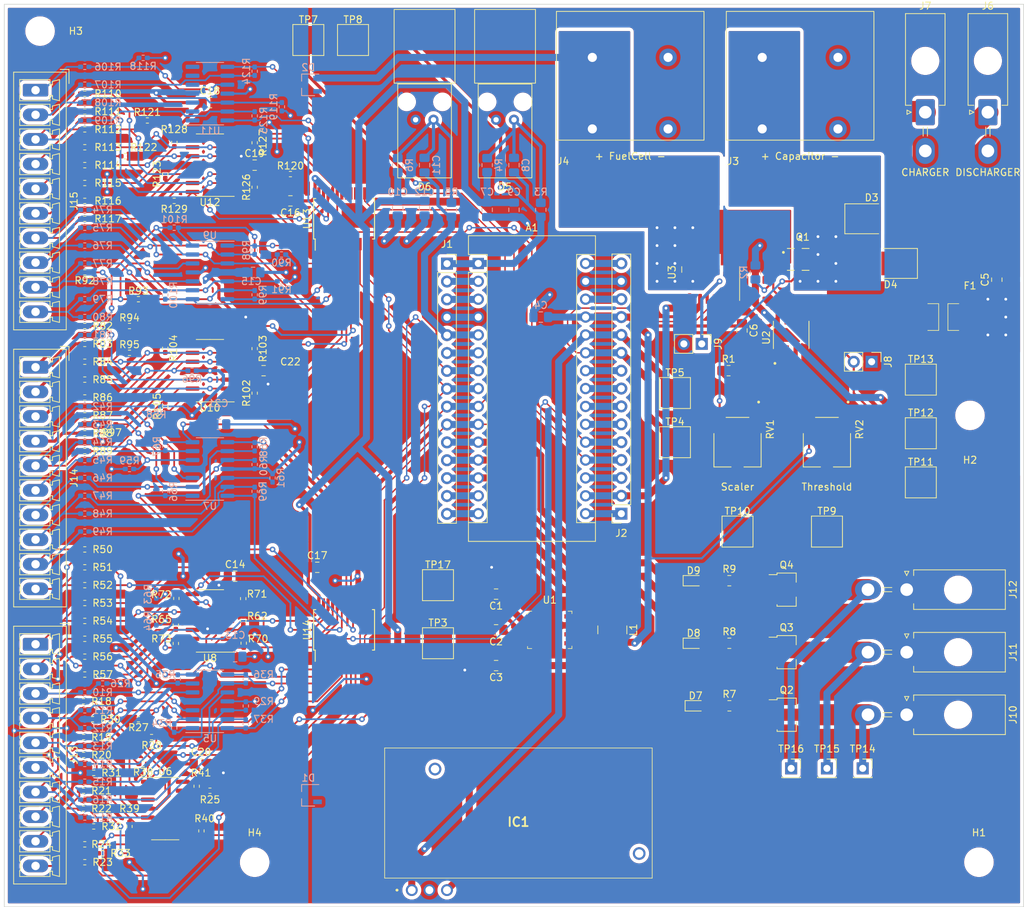
<source format=kicad_pcb>
(kicad_pcb (version 20211014) (generator pcbnew)
  (layers (0 "F.Cu" signal) (31 "B.Cu" signal) (34 "B.Paste" user) (35 "F.Paste" user) (36 "B.SilkS" user "B.Silkscreen") (37 "F.SilkS" user "F.Silkscreen") (38 "B.Mask" user) (39 "F.Mask" user) (44 "Edge.Cuts" user))
  (net 0 "")
  (net 1 "/TLMTR_TX")
  (net 2 "/RX1")
  (net 3 "/RESET1")
  (net 4 "GND")
  (net 5 "/D2")
  (net 6 "/D3")
  (net 7 "/D4")
  (net 8 "/D5")
  (net 9 "/D6")
  (net 10 "/D7")
  (net 11 "/D8")
  (net 12 "/BigPump")
  (net 13 "/D10")
  (net 14 "/MOSI")
  (net 15 "/MISO")
  (net 16 "/SCK")
  (net 17 "+3V3")
  (net 18 "/AREF")
  (net 19 "/Analog0")
  (net 20 "/Analog1")
  (net 21 "/Analog2")
  (net 22 "/Analog3")
  (net 23 "/Analog4_SDA")
  (net 24 "/Analog5_SCL")
  (net 25 "/Analog6")
  (net 26 "/Analog7")
  (net 27 "+5V")
  (net 28 "/RESET2")
  (net 29 "VCC")
  (net 30 "Net-(C2-Pad1)")
  (net 31 "Net-(C8-Pad2)")
  (net 32 "Net-(C11-Pad2)")
  (net 33 "/Voltage Sensing/VCC")
  (net 34 "/FC+")
  (net 35 "/CAP+")
  (net 36 "/Voltage Limiting/CHRG+")
  (net 37 "/Voltage Limiting/DSCHRG+")
  (net 38 "Net-(D7-Pad2)")
  (net 39 "Net-(D8-Pad2)")
  (net 40 "Net-(D9-Pad2)")
  (net 41 "/VinNano")
  (net 42 "Net-(J8-Pad2)")
  (net 43 "Net-(J9-Pad1)")
  (net 44 "Net-(J10-Pad2)")
  (net 45 "Net-(J11-Pad2)")
  (net 46 "Net-(J12-Pad2)")
  (net 47 "Net-(J13-Pad1)")
  (net 48 "Net-(J13-Pad2)")
  (net 49 "Net-(J13-Pad3)")
  (net 50 "Net-(J13-Pad4)")
  (net 51 "Net-(J13-Pad5)")
  (net 52 "Net-(J13-Pad6)")
  (net 53 "Net-(J13-Pad7)")
  (net 54 "Net-(J13-Pad8)")
  (net 55 "Net-(J13-Pad9)")
  (net 56 "Net-(J13-Pad10)")
  (net 57 "Net-(J14-Pad1)")
  (net 58 "Net-(J14-Pad2)")
  (net 59 "Net-(J14-Pad3)")
  (net 60 "Net-(J14-Pad4)")
  (net 61 "Net-(J14-Pad5)")
  (net 62 "Net-(J14-Pad6)")
  (net 63 "Net-(J14-Pad7)")
  (net 64 "Net-(J14-Pad8)")
  (net 65 "Net-(J14-Pad9)")
  (net 66 "Net-(J14-Pad10)")
  (net 67 "Net-(J15-Pad1)")
  (net 68 "Net-(J15-Pad2)")
  (net 69 "Net-(J15-Pad3)")
  (net 70 "Net-(J15-Pad4)")
  (net 71 "Net-(J15-Pad5)")
  (net 72 "Net-(J15-Pad6)")
  (net 73 "Net-(J15-Pad7)")
  (net 74 "Net-(J15-Pad8)")
  (net 75 "Net-(J15-Pad9)")
  (net 76 "Net-(J15-Pad10)")
  (net 77 "Net-(L1-Pad1)")
  (net 78 "/Current Sensing/FC_OUT")
  (net 79 "Net-(R1-Pad1)")
  (net 80 "Net-(R1-Pad2)")
  (net 81 "Net-(R10-Pad1)")
  (net 82 "Net-(R11-Pad1)")
  (net 83 "Net-(R12-Pad1)")
  (net 84 "Net-(R13-Pad1)")
  (net 85 "Net-(R14-Pad1)")
  (net 86 "Net-(R15-Pad1)")
  (net 87 "Net-(R16-Pad1)")
  (net 88 "Net-(R17-Pad1)")
  (net 89 "Net-(R18-Pad1)")
  (net 90 "Net-(R19-Pad1)")
  (net 91 "Net-(R20-Pad1)")
  (net 92 "Net-(R21-Pad1)")
  (net 93 "Net-(R22-Pad1)")
  (net 94 "Net-(R23-Pad1)")
  (net 95 "Net-(R24-Pad1)")
  (net 96 "Net-(R25-Pad1)")
  (net 97 "/Voltage Sensing/Cell 8")
  (net 98 "/Voltage Sensing/Cell 7")
  (net 99 "/Voltage Sensing/Cell 6")
  (net 100 "/Voltage Sensing/Cell 5")
  (net 101 "/Voltage Sensing/Cell 4")
  (net 102 "/Voltage Sensing/Cell 3")
  (net 103 "/Voltage Sensing/Cell 2")
  (net 104 "/Voltage Sensing/Cell 1")
  (net 105 "Net-(R42-Pad1)")
  (net 106 "Net-(R43-Pad1)")
  (net 107 "Net-(R44-Pad1)")
  (net 108 "Net-(R45-Pad1)")
  (net 109 "Net-(R46-Pad1)")
  (net 110 "Net-(R47-Pad1)")
  (net 111 "Net-(R48-Pad1)")
  (net 112 "Net-(R49-Pad1)")
  (net 113 "Net-(R50-Pad1)")
  (net 114 "Net-(R51-Pad1)")
  (net 115 "Net-(R52-Pad1)")
  (net 116 "Net-(R53-Pad1)")
  (net 117 "Net-(R54-Pad1)")
  (net 118 "Net-(R55-Pad1)")
  (net 119 "Net-(R56-Pad1)")
  (net 120 "Net-(R57-Pad1)")
  (net 121 "/Voltage Sensing/Cell 16")
  (net 122 "/Voltage Sensing/Cell 15")
  (net 123 "/Voltage Sensing/Cell 14")
  (net 124 "/Voltage Sensing/Cell 13")
  (net 125 "/Voltage Sensing/Cell 12")
  (net 126 "/Voltage Sensing/Cell 11")
  (net 127 "/Voltage Sensing/Cell 10")
  (net 128 "/Voltage Sensing/Cell 9")
  (net 129 "Net-(R74-Pad1)")
  (net 130 "Net-(R75-Pad1)")
  (net 131 "Net-(R76-Pad1)")
  (net 132 "Net-(R77-Pad1)")
  (net 133 "Net-(R78-Pad1)")
  (net 134 "Net-(R100-Pad2)")
  (net 135 "Net-(R80-Pad1)")
  (net 136 "Net-(R101-Pad2)")
  (net 137 "Net-(R82-Pad1)")
  (net 138 "Net-(R102-Pad2)")
  (net 139 "Net-(R84-Pad1)")
  (net 140 "Net-(R103-Pad2)")
  (net 141 "Net-(R86-Pad1)")
  (net 142 "Net-(R104-Pad2)")
  (net 143 "Net-(R88-Pad1)")
  (net 144 "Net-(R105-Pad2)")
  (net 145 "/Voltage Sensing/Cell 24")
  (net 146 "/Voltage Sensing/Cell 23")
  (net 147 "/Voltage Sensing/Cell 22")
  (net 148 "/Voltage Sensing/Cell 21")
  (net 149 "/Voltage Sensing/Cell 20")
  (net 150 "/Voltage Sensing/Cell 19")
  (net 151 "/Voltage Sensing/Cell 18")
  (net 152 "/Voltage Sensing/Cell 17")
  (net 153 "Net-(R106-Pad1)")
  (net 154 "Net-(R107-Pad1)")
  (net 155 "Net-(R108-Pad1)")
  (net 156 "Net-(R109-Pad1)")
  (net 157 "Net-(R110-Pad1)")
  (net 158 "Net-(R111-Pad1)")
  (net 159 "Net-(R112-Pad1)")
  (net 160 "Net-(R113-Pad1)")
  (net 161 "Net-(R114-Pad1)")
  (net 162 "Net-(R115-Pad1)")
  (net 163 "Net-(R116-Pad1)")
  (net 164 "Net-(R117-Pad1)")
  (net 165 "/Voltage Sensing/Cell 30")
  (net 166 "/Voltage Sensing/Cell 29")
  (net 167 "/Voltage Sensing/Cell 28")
  (net 168 "/Voltage Sensing/Cell 27")
  (net 169 "/Voltage Sensing/Cell 26")
  (net 170 "/Voltage Sensing/Cell 25")
  (net 171 "Net-(RV2-Pad2)")
  (net 174 "Net-(U2-Pad5)")
  (footprint "Resistor_SMD:R_0402_1005Metric_Pad0.72x0.64mm_HandSolder" (layer "F.Cu") (at 64.602379 129.54 180)
    (fp_text reference "R19")
    (fp_text value "20k" hide)
  )
  (footprint "Connector_Phoenix_MC:PhoenixContact_MCV_1,5_10-G-3.5_1x10_P3.50mm_Vertical" (layer "F.Cu") (at 57.7775 37.6075 -90)
    (fp_text reference "J15")
    (fp_text value "Conn_01x10_Male")
  )
  (footprint "Resistor_SMD:R_0402_1005Metric_Pad0.72x0.64mm_HandSolder" (layer "F.Cu") (at 67.31 146.05)
    (fp_text reference "R33")
    (fp_text value "91k")
  )
  (footprint "custom:IF-E97" (layer "F.Cu") (at 124.46 41.8125)
    (fp_text reference "D5")
    (fp_text value "IF E97")
  )
  (footprint "custom:SOIC127P599X175-8N" (layer "F.Cu") (at 165.1 72.39 90)
    (fp_text reference "U2")
    (fp_text value "LM311DR")
  )
  (footprint "Capacitor_SMD:C_0805_2012Metric_Pad1.18x1.45mm_HandSolder" (layer "F.Cu") (at 158.115 71.755 -90)
    (fp_text reference "C6")
    (fp_text value "0.1uF")
  )
  (footprint "Connector_PinSocket_2.54mm:PinSocket_1x01_P2.54mm_Vertical" (layer "F.Cu") (at 175.26 133.985)
    (fp_text reference "TP14")
    (fp_text value "LPump")
  )
  (footprint "Capacitor_SMD:C_0805_2012Metric_Pad1.18x1.45mm_HandSolder" (layer "F.Cu") (at 123.19 119.38 180)
    (fp_text reference "C3")
    (fp_text value "10 uF")
  )
  (footprint "Resistor_SMD:R_0402_1005Metric_Pad0.72x0.64mm_HandSolder" (layer "F.Cu") (at 64.77 55.88 180)
    (fp_text reference "R117")
    (fp_text value "20k" hide)
  )
  (footprint "Resistor_SMD:R_0402_1005Metric_Pad0.72x0.64mm_HandSolder" (layer "F.Cu") (at 64.77 48.26 180)
    (fp_text reference "R114")
    (fp_text value "20k" hide)
  )
  (footprint "Resistor_SMD:R_0402_1005Metric_Pad0.72x0.64mm_HandSolder" (layer "F.Cu") (at 87.273583 109.858343 -90)
    (fp_text reference "R71")
    (fp_text value "91k")
  )
  (footprint "Capacitor_SMD:C_0805_2012Metric_Pad1.18x1.45mm_HandSolder" (layer "F.Cu") (at 88.9 48.26)
    (fp_text reference "C19")
    (fp_text value "0.1 uF")
  )
  (footprint "Resistor_SMD:R_0402_1005Metric_Pad0.72x0.64mm_HandSolder" (layer "F.Cu") (at 93.98 49.53)
    (fp_text reference "R120")
    (fp_text value "91k")
  )
  (footprint "TestPoint:TestPoint_Pad_4.0x4.0mm" (layer "F.Cu") (at 114.935 107.95)
    (fp_text reference "TP17")
    (fp_text value "GND")
  )
  (footprint "custom:3586KTR" (layer "F.Cu") (at 186.69 69.85 180)
    (fp_text reference "F1")
    (fp_text value "Fuse")
  )
  (footprint "Resistor_SMD:R_0402_1005Metric_Pad0.72x0.64mm_HandSolder" (layer "F.Cu") (at 64.602379 139.7 180)
    (fp_text reference "R22")
    (fp_text value "20k" hide)
  )
  (footprint "Resistor_SMD:R_0402_1005Metric_Pad0.72x0.64mm_HandSolder" (layer "F.Cu") (at 64.77 43.18 180)
    (fp_text reference "R112")
    (fp_text value "20k" hide)
  )
  (footprint "Resistor_SMD:R_0402_1005Metric_Pad0.72x0.64mm_HandSolder" (layer "F.Cu") (at 64.77 105.41 180)
    (fp_text reference "R51")
    (fp_text value "20k" hide)
  )
  (footprint "Resistor_SMD:R_0402_1005Metric_Pad0.72x0.64mm_HandSolder" (layer "F.Cu") (at 73.66 41.91)
    (fp_text reference "R121")
    (fp_text value "91k")
  )
  (footprint "TestPoint:TestPoint_Pad_4.0x4.0mm" (layer "F.Cu") (at 114.935 116.205)
    (fp_text reference "TP3")
    (fp_text value "VCC")
  )
  (footprint "Resistor_SMD:R_0402_1005Metric_Pad0.72x0.64mm_HandSolder" (layer "F.Cu") (at 73.0625 133.35 180)
    (fp_text reference "R38")
    (fp_text value "91k")
  )
  (footprint "Resistor_SMD:R_0805_2012Metric_Pad1.20x1.40mm_HandSolder" (layer "F.Cu") (at 156.315219 116.205)
    (fp_text reference "R8")
    (fp_text value "1.5k")
  )
  (footprint "Resistor_SMD:R_0402_1005Metric_Pad0.72x0.64mm_HandSolder" (layer "F.Cu") (at 82.55 137.16)
    (fp_text reference "R25")
    (fp_text value "20k")
  )
  (footprint "Connector_Molex:Molex_Mini-Fit_Jr_5569-02A2_2x01_P4.20mm_Horizontal" (layer "F.Cu") (at 181.51 126.365 -90)
    (fp_text reference "J10")
    (fp_text value "LittlePump")
  )
  (footprint "digikey-footprints:TDFN-8-1EP" (layer "F.Cu") (at 130.81 114.3)
    (fp_text reference "U1")
    (fp_text value "MAX15462AB")
  )
  (footprint "Connector_PinSocket_2.54mm:PinSocket_1x15_P2.54mm_Vertical" (layer "F.Cu") (at 116.215 62.26)
    (fp_text reference "J1")
    (fp_text value "Conn_01x15_Female")
  )
  (footprint "Resistor_SMD:R_0402_1005Metric_Pad0.72x0.64mm_HandSolder" (layer "F.Cu") (at 64.77 147.32 180)
    (fp_text reference "R23")
    (fp_text value "20k" hide)
  )
  (footprint "Resistor_SMD:R_0402_1005Metric_Pad0.72x0.64mm_HandSolder" (layer "F.Cu") (at 64.77 83.82 180)
    (fp_text reference "R87")
    (fp_text value "20k" hide)
  )
  (footprint "TestPoint:TestPoint_Pad_4.0x4.0mm" (layer "F.Cu") (at 183.515 93.345)
    (fp_text reference "TP11")
    (fp_text value "COMP_OUT")
  )
  (footprint "TestPoint:TestPoint_Pad_4.0x4.0mm" (layer "F.Cu") (at 96.52 30.48)
    (fp_text reference "TP7")
    (fp_text value "SAFETY_TX")
  )
  (footprint "Diode_SMD:D_PowerDI-5" (layer "F.Cu") (at 176.53 55.88)
    (fp_text reference "D3")
    (fp_text value "D")
  )
  (footprint "Resistor_SMD:R_0402_1005Metric_Pad0.72x0.64mm_HandSolder" (layer "F.Cu") (at 64.77 120.65 180)
    (fp_text reference "R57")
    (fp_text value "20k" hide)
  )
  (footprint "Connector_PinHeader_2.54mm:PinHeader_1x02_P2.54mm_Vertical" (layer "F.Cu") (at 152.4 73.66 -90)
    (fp_text reference "J9")
    (fp_text value "Current_Mode")
  )
  (footprint "Resistor_SMD:R_0402_1005Metric_Pad0.72x0.64mm_HandSolder" (layer "F.Cu") (at 64.77 71.12 180)
    (fp_text reference "R82")
    (fp_text value "20k" hide)
  )
  (footprint "Resistor_SMD:R_0402_1005Metric_Pad0.72x0.64mm_HandSolder" (layer "F.Cu") (at 64.77 53.34 180)
    (fp_text reference "R116")
    (fp_text value "20k" hide)
  )
  (footprint "Resistor_SMD:R_0402_1005Metric_Pad0.72x0.64mm_HandSolder" (layer "F.Cu") (at 77.708283 113.621388 90)
    (fp_text reference "R65")
    (fp_text value "91k")
  )
  (footprint "TestPoint:TestPoint_Pad_4.0x4.0mm" (layer "F.Cu") (at 148.59 80.645)
    (fp_text reference "TP5")
    (fp_text value "MOTOR_CURRENT")
  )
  (footprint "Capacitor_SMD:C_0805_2012Metric_Pad1.18x1.45mm_HandSolder" (layer "F.Cu") (at 90.17 77.47)
    (fp_text reference "C22")
    (fp_text value "0.1 uF")
  )
  (footprint "TestPoint:TestPoint_Pad_4.0x4.0mm" (layer "F.Cu") (at 157.48 100.33)
    (fp_text reference "TP10")
    (fp_text value "COMP+")
  )
  (footprint "MountingHole:MountingHole_3.2mm_M3" (layer "F.Cu") (at 190.5 83.82)
    (fp_text reference "H2")
    (fp_text value "MountingHole")
  )
  (footprint "Connector_PinSocket_2.54mm:PinSocket_1x15_P2.54mm_Vertical" (layer "F.Cu") (at 140.98 97.79 180)
    (fp_text reference "J2")
    (fp_text value "Conn_01x15_Female")
  )
  (footprint "Resistor_SMD:R_0402_1005Metric_Pad0.72x0.64mm_HandSolder" (layer "F.Cu") (at 76.2 49.53 90)
    (fp_text reference "R123")
    (fp_text value "91k")
  )
  (footprint "Resistor_SMD:R_0402_1005Metric_Pad0.72x0.64mm_HandSolder" (layer "F.Cu") (at 80.662804 136.52189 -90)
    (fp_text reference "R41")
    (fp_text value "91k")
  )
  (footprint "TestPoint:TestPoint_Pad_4.0x4.0mm" (layer "F.Cu") (at 183.515 86.36)
    (fp_text reference "TP12")
    (fp_text value "V_FC")
  )
  (footprint "Resistor_SMD:R_0402_1005Metric_Pad0.72x0.64mm_HandSolder" (layer "F.Cu") (at 77.47 53.34 180)
    (fp_text reference "R129")
    (fp_text value "91k")
  )
  (footprint "Resistor_SMD:R_0402_1005Metric_Pad0.72x0.64mm_HandSolder" (layer "F.Cu") (at 64.77 78.74 180)
    (fp_text reference "R85")
    (fp_text value "20k" hide)
  )
  (footprint "MountingHole:MountingHole_3.2mm_M3" (layer "F.Cu") (at 191.77 147.32)
    (fp_text reference "H1")
    (fp_text value "MountingHole")
  )
  (footprint "Resistor_SMD:R_0402_1005Metric_Pad0.72x0.64mm_HandSolder" (layer "F.Cu") (at 64.77 113.03 180)
    (fp_text reference "R54")
    (fp_text value "20k" hide)
  )
  (footprint "Resistor_SMD:R_0402_1005Metric_Pad0.72x0.64mm_HandSolder" (layer "F.Cu") (at 64.77 50.8 180)
    (fp_text reference "R115")
    (fp_text value "20k" hide)
  )
  (footprint "Diode_SMD:D_PowerDI-5" (layer "F.Cu") (at 179.22 62.23 180)
    (fp_text reference "D4")
    (fp_text value "D")
  )
  (footprint "Package_SO:SOIC-14_3.9x8.7mm_P1.27mm" (layer "F.Cu") (at 76.2 139.7)
    (fp_text reference "U6")
    (fp_text value "LM2902")
  )
  (footprint "Resistor_SMD:R_0402_1005Metric_Pad0.72x0.64mm_HandSolder" (layer "F.Cu") (at 66.04 134.62 180)
    (fp_text reference "R31")
    (fp_text value "91k" hide)
  )
  (footprint "Resistor_SMD:R_0402_1005Metric_Pad0.72x0.64mm_HandSolder" (layer "F.Cu") (at 77.495038 45.017713 -90)
    (fp_text reference "R128")
    (fp_text value "91k")
  )
  (footprint "Connector_PinSocket_2.54mm:PinSocket_1x01_P2.54mm_Vertical" (layer "F.Cu") (at 165.1 133.985)
    (fp_text reference "TP16")
    (fp_text value "OUT0")
  )
  (footprint "custom:VP0265540000G" (layer "F.Cu") (at 142.24 38.71)
    (fp_text reference "J4")
    (fp_text value "FUELCELL")
  )
  (footprint "Connector_Molex:Molex_Mini-Fit_Jr_5569-02A2_2x01_P4.20mm_Horizontal" (layer "F.Cu") (at 184.15 40.74)
    (fp_text reference "J7")
    (fp_text value "CHARGER")
  )
  (footprint "Connector_Phoenix_MC:PhoenixContact_MCV_1,5_10-G-3.5_1x10_P3.50mm_Vertical" (layer "F.Cu") (at 57.7775 116.3475 -90)
    (fp_text reference "J13")
    (fp_text value "Conn_01x10_Male")
  )
  (footprint "Package_SO:SSOP-24_5.3x8.2mm_P0.65mm" (layer "F.Cu") (at 101.6 114.3 90)
    (fp_text reference "U14")
    (fp_text value "CD74HC4067SM")
  )
  (footprint "Package_SON:Infineon_PG-TISON-8-5" (layer "F.Cu") (at 153.67 63.5 90)
    (fp_text reference "U3")
    (fp_text value "TLI4971-A050T5-U-E0001")
  )
  (footprint "Resistor_SMD:R_0402_1005Metric_Pad0.72x0.64mm_HandSolder" (layer "F.Cu") (at 74.2575 129.54 180)
    (fp_text reference "R28")
    (fp_text value "91k")
  )
  (footprint "Resistor_SMD:R_0402_1005Metric_Pad0.72x0.64mm_HandSolder" (layer "F.Cu") (at 71.12 71.12)
    (fp_text reference "R94")
    (fp_text value "91k")
  )
  (footprint "Inductor_SMD:L_Coilcraft_LPS4018" (layer "F.Cu") (at 139.7 114.3 -90)
    (fp_text reference "L1")
    (fp_text value "47 uH")
  )
  (footprint "TestPoint:TestPoint_Pad_4.0x4.0mm" (layer "F.Cu") (at 170.18 100.33)
    (fp_text reference "TP9")
    (fp_text value "COMP-")
  )
  (footprint "Resistor_SMD:R_0402_1005Metric_Pad0.72x0.64mm_HandSolder" (layer "F.Cu") (at 88.9 51.3975 90)
    (fp_text reference "R126")
    (fp_text value "91k")
  )
  (footprint "Capacitor_SMD:C_0805_2012Metric_Pad1.18x1.45mm_HandSolder" (layer "F.Cu") (at 194.31 64.5375 90)
    (fp_text reference "C5")
    (fp_text value "1uF")
  )
  (footprint "Resistor_SMD:R_0402_1005Metric_Pad0.72x0.64mm_HandSolder" (layer "F.Cu") (at 88.9 80.664402 90)
    (fp_text reference "R102")
    (fp_text value "91k")
  )
  (footprint "Package_SO:SSOP-24_5.3x8.2mm_P0.65mm" (layer "F.Cu") (at 101.6 55.88 90)
    (fp_text reference "U13")
    (fp_text value "CD74HC4067SM")
  )
  (footprint "Resistor_SMD:R_0805_2012Metric_Pad1.20x1.40mm_HandSolder" (layer "F.Cu") (at 156.21 77.47)
    (fp_text reference "R1")
    (fp_text value "1k")
  )
  (footprint "Resistor_SMD:R_0402_1005Metric_Pad0.72x0.64mm_HandSolder" (layer "F.Cu") (at 72.39 127 180)
    (fp_text reference "R27")
    (fp_text value "91k")
  )
  (footprint "Resistor_SMD:R_0402_1005Metric_Pad0.72x0.64mm_HandSolder" (layer "F.Cu") (at 64.602379 124.46 180)
    (fp_text reference "R18")
    (fp_text value "20k" hide)
  )
  (footprint "custom:L01Z050S05" (layer "F.Cu") (at 111.215 151.285)
    (fp_text reference "IC1")
    (fp_text value "L01Z050S05" hide)
  )
  (footprint "custom:IF-E97" (layer "F.Cu") (at 113.03 41.8125)
    (fp_text reference "D6")
    (fp_text value "IF E97")
  )
  (footprint "Resistor_SMD:R_0402_1005Metric_Pad0.72x0.64mm_HandSolder" (layer "F.Cu") (at 64.77 102.87 180)
    (fp_text reference "R50")
    (fp_text value "20k" hide)
  )
  (footprint "Resistor_SMD:R_0402_1005Metric_Pad0.72x0.64mm_HandSolder" (layer "F.Cu") (at 81.33878 142.87189 90)
    (fp_text reference "R40")
    (fp_text value "91k")
  )
  (footprint "Resistor_SMD:R_0402_1005Metric_Pad0.72x0.64mm_HandSolder" (layer "F.Cu") (at 64.77 81.28 180)
    (fp_text reference "R86")
    (fp_text value "20k" hide)
  )
  (footprint "Resistor_SMD:R_0402_1005Metric_Pad0.72x0.64mm_HandSolder" (layer "F.Cu") (at 87.342249 116.192456 90)
    (fp_text reference "R70")
    (fp_text value "91k")
  )
  (footprint "LED_SMD:LED_0603_1608Metric" (layer "F.Cu") (at 151.524781 125.095)
    (fp_text reference "D7")
    (fp_text value "LED")
  )
  (footprint "Resistor_SMD:R_0805_2012Metric_Pad1.20x1.40mm_HandSolder" (layer "F.Cu") (at 156.315219 107.315)
    (fp_text reference "R9")
    (fp_text value "1.5k")
  )
  (footprint "Resistor_SMD:R_0402_1005Metric_Pad0.72x0.64mm_HandSolder" (layer "F.Cu") (at 76.2 74.275597 -90)
    (fp_text reference "R104")
    (fp_text value "91k")
  )
  (footprint "MountingHole:MountingHole_3.2mm_M3" (layer "F.Cu") (at 88.9 147.32)
    (fp_text reference "H4")
    (fp_text value "MountingHole")
  )
  (footprint "TestPoint:TestPoint_Pad_4.0x4.0mm" (layer "F.Cu") (at 183.515 78.74)
    (fp_text reference "TP13")
    (fp_text value "V_CAP")
  )
  (footprint "Resistor_SMD:R_0402_1005Metric_Pad0.72x0.64mm_HandSolder" (layer "F.Cu") (at 70.5225 46.99)
    (fp_text reference "R122")
    (fp_text value "91k")
  )
  (footprint "Connector_PinSocket_2.54mm:PinSocket_1x01_P2.54mm_Vertical" (layer "F.Cu") (at 170.18 133.985)
    (fp_text reference "TP15")
    (fp_text value "BPump")
  )
  (footprint "Resistor_SMD:R_0402_1005Metric_Pad0.72x0.64mm_HandSolder" (layer "F.Cu") (at 64.77 86.36 180)
    (fp_text reference "R88")
    (fp_text value "20k" hide)
  )
  (footprint "LED_SMD:LED_0603_1608Metric" (layer "F.Cu") (at 151.245 116.205)
    (fp_text reference "D8")
    (fp_text value "LED")
  )
  (footprint "Resistor_SMD:R_0402_1005Metric_Pad0.72x0.64mm_HandSolder" (layer "F.Cu") (at 64.77 118.11 180)
    (fp_text reference "R56")
    (fp_text value "20k" hide)
  )
  (footprint "Resistor_SMD:R_0402_1005Metric_Pad0.72x0.64mm_HandSolder" (layer "F.Cu") (at 64.77 45.72 180)
    (fp_text reference "R113")
    (fp_text value "20k" hide)
  )
  (footprint "Resistor_SMD:R_0402_1005Metric_Pad0.72x0.64mm_HandSolder" (layer "F.Cu") (at 64.77 115.57 180)
    (fp_text reference "R55")
    (fp_text value "20k" hide)
  )
  (footprint "Package_TO_SOT_SMD:SOT-89-3_Handsoldering" (layer "F.Cu") (at 164.155 117.475)
    (fp_text reference "Q3")
    (fp_text value "Q_NMOS_GDS")
  )
  (footprint "Resistor_SMD:R_0402_1005Metric_Pad0.72x0.64mm_HandSolder" (layer "F.Cu") (at 77.707418 116.233077 90)
    (fp_text reference "R73")
    (fp_text value "91k")
  )
  (footprint "Package_TO_SOT_SMD:SOT-89-3_Handsoldering" (layer "F.Cu") (at 164.155 108.585)
    (fp_text reference "Q4")
    (fp_text value "Q_NMOS_GDS")
  )
  (footprint "Capacitor_SMD:C_0805_2012Metric_Pad1.18x1.45mm_HandSolder" (layer "F.Cu") (at 97.79 105.41)
    (fp_text reference "C17")
    (fp_text value "0.1 uF")
  )
  (footprint "custom:TRIM_3361P-1-203GLF" (layer "F.Cu") (at 170.18 87.63 -90)
    (fp_text reference "RV2")
    (fp_text value "R_Potentiometer")
  )
  (footprint "Resistor_SMD:R_0402_1005Metric_Pad0.72x0.64mm_HandSolder" (layer "F.Cu") (at 64.77 88.9 180)
    (fp_text reference "R89")
    (fp_text value "20k" hide)
  )
  (footprint "LED_SMD:LED_0603_1608Metric" (layer "F.Cu") (at 151.245 107.315)
    (fp_text reference "D9")
    (fp_text value "LED")
  )
  (footprint "Resistor_SMD:R_0402_1005Metric_Pad0.72x0.64mm_HandSolder" (layer "F.Cu") (at 71.12 74.93)
    (fp_text reference "R95")
    (fp_text value "91k")
  )
  (footprint "custom:TRANS_AONR21321" (layer "F.Cu") (at 166.099138 61.654585)
    (fp_text reference "Q1")
    (fp_text value "AONR21321")
  )
  (footprint "Connector_Molex:Molex_Mini-Fit_Jr_5569-02A2_2x01_P4.20mm_Horizontal" (layer "F.Cu") (at 181.51 108.585 -90)
    (fp_text reference "J12")
    (fp_text value "OUT0")
  )
  (footprint "Package_TO_SOT_SMD:SOT-89-3_Handsoldering" (layer "F.Cu") (at 164.164781 126.365)
    (fp_text reference "Q2")
    (fp_text value "Q_NMOS_GDS")
  )
  (footprint "Capacitor_SMD:C_0805_2012Metric_Pad1.18x1.45mm_HandSolder" (layer "F.Cu") (at 81.28 133.35)
    (fp_text reference "C20")
    (fp_text value "0.1 uF")
  )
  (footprint "Connector_Phoenix_MC:PhoenixContact_MCV_1,5_10-G-3.5_1x10_P3.50mm_Vertical" (layer "F.Cu") (at 57.7775 76.9775 -90)
    (fp_text reference "J14")
    (fp_text value "Conn_01x10_Male")
  )
  (footprint "Connector_Molex:Molex_Mini-Fit_Jr_5569-02A2_2x01_P4.20mm_Horizontal" (layer "F.Cu") (at 193.04 40.74)
    (fp_text reference "J6")
    (fp_text value "DISCHARGER")
  )
  (footprint "custom:VP0265540000G" (layer "F.Cu") (at 166.37 38.71)
    (fp_text reference "J3")
    (fp_text value "CAPACITOR")
  )
  (footprint "Resistor_SMD:R_0402_1005Metric_Pad0.72x0.64mm_HandSolder" (layer "F.Cu") (at 66.04 142.24 180)
    (fp_text reference "R32")
    (fp_text value "91k" hide)
  )
  (footprint "Resistor_SMD:R_0402_1005Metric_Pad0.72x0.64mm_HandSolder" (layer "F.Cu") (at 64.77 144.78 180)
    (fp_text reference "R24")
    (fp_text value "20k")
  )
  (footprint "Package_SO:SOIC-14_3.9x8.7mm_P1.27mm" (layer "F.Cu") (at 82.55 77.47 180)
    (fp_text reference "U10")
    (fp_text value "LM2902")
  )
  (footprint "Resistor_SMD:R_0402_1005Metric_Pad0.72x0.64mm_HandSolder" (layer "F.Cu") (at 64.77 107.95 180)
    (fp_text reference "R52")
    (fp_text value "20k" hide)
  )
  (footprint "Capacitor_SMD:C_0805_2012Metric_Pad1.18x1.45mm_HandSolder" (layer "F.Cu") (at 86.1275 106.68)
    (fp_text reference "C14")
    (fp_text value "0.1 uF")
  )
  (footprint "Package_SO:SOIC-14_3.9x8.7mm_P1.27mm" (layer "F.Cu") (at 82.55 113.03 180)
    (fp_text reference "U8")
    (fp_text value "LM2902")
  )
  (footprint "Resistor_SMD:R_0402_1005Metric_Pad0.72x0.64mm_HandSolder" (layer "F.Cu") (at 76.2 82.55 90)
    (fp_text reference "R105")
    (fp_text value "91k")
  )
  (footprint "Resistor_SMD:R_0402_1005Metric_Pad0.72x0.64mm_HandSolder" (layer "F.Cu") (at 64.77 38.1 180)
    (fp_text reference "R110")
    (fp_text value "20k" hide)
  )
  (footprint "Resistor_SMD:R_0805_2012Metric_Pad1.20x1.40mm_HandSolder" (layer "F.Cu") (at 156.325 125.095)
    (fp_text reference "R7")
    (fp_text value "1.5k")
  )
  (footprint "Capacitor_SMD:C_0805_2012Metric_Pad1.18x1.45mm_HandSolder" (layer "F.Cu") (at 123.19 114.3 180)
    (fp_text reference "C2")
    (fp_text value "1 uF")
  )
  (footprint "Resistor_SMD:R_0402_1005Metric_Pad0.72x0.64mm_HandSolder" (layer "F.Cu") (at 72.39 67.31)
    (fp_text reference "R93")
    (fp_text value "91k")
  )
  (footprint "Resistor_SMD:R_0402_1005Metric_Pad0.72x0.64mm_HandSolder" (layer "F.Cu") (at 64.77 73.66 180)
    (fp_text reference "R83")
    (fp_text value "20k" hide)
  )
  (footprint "custom:TRIM_3361P-1-203GLF" (layer "F.Cu") (at 157.48 87.63 -90)
    (fp_text reference "RV1")
    (fp_text value "R_Potentiometer")
  )
  (footprint "Capacitor_SMD:C_0805_2012Metric_Pad1.18x1.45mm_HandSolder" (layer "F.Cu") (at 93.98 53.34 180)
    (fp_text reference "C16")
    (fp_text value "0.1 uF")
  )
  (footprint "Connector_PinHeader_2.54mm:PinHeader_1x02_P2.54mm_Vertical" (layer "F.Cu") (at 176.53 76.2 -90)
    (fp_text reference "J8")
    (fp_text value "LimiterBypass")
  )
  (footprint "TestPoint:TestPoint_Pad_4.0x4.0mm" (layer "F.Cu") (at 148.59 87.63)
    (fp_text reference "TP4")
    (fp_text value "FC_CURRENT")
  )
  (footprint "Capacitor_SMD:C_0805_2012Metric_Pad1.18x1.45mm_HandSolder" (layer "F.Cu") (at 123.19 109.22 180)
    (fp_text reference "C1")
    (fp_text value "1 uF")
  )
  (footprint "Resistor_SMD:R_0402_1005Metric_Pad0.72x0.64mm_HandSolder" (layer "F.Cu") (at 64.602379 132.08 180)
    (fp_text reference "R20")
    (fp_text value "20k" hide)
  )
  (footprint "Resistor_SMD:R_0402_1005Metric_Pad0.72x0.64mm_HandSolder" (layer "F.Cu") (at 77.778602 109.83641 -90)
    (fp_text reference "R72")
    (fp_text value "91k")
  )
  (footprint "Resistor_SMD:R_0402_1005Metric_Pad0.72x0.64mm_HandSolder" (layer "F.Cu") (at 87.285662 112.960613 90)
    (fp_text reference "R62")
    (fp_text value "91k")
  )
  (footprint "Resistor_SMD:R_0402_1005Metric_Pad0.72x0.64mm_HandSolder" (layer "F.Cu") (at 64.77 110.49 180)
    (fp_text reference "R53")
    (fp_text value "20k" hide)
  )
  (footprint "Capacitor_SMD:C_0805_2012Metric_Pad1.18x1.45mm_HandSolder" (layer "F.Cu") (at 82.55 39.37)
    (fp_text reference "C18")
    (fp_text value "0.1 uF")
  )
  (footprint "Module:Arduino_Nano" (layer "F.Cu") (at 120.66 62.23)
    (fp_text reference "A1")
    (fp_text value "Arduino_Nano_Every")
  )
  (footprint "Resistor_SMD:R_0402_1005Metric_Pad0.72x0.64mm_HandSolder" (layer "F.Cu") (at 71.12 142.24 90)
    (fp_text reference "R39")
    (fp_text value "91k")
  )
  (footprint "Connector_Molex:Molex_Mini-Fit_Jr_5569-02A2_2x01_P4.20mm_Horizontal" (layer "F.Cu") (at 181.51 117.475 -90)
    (fp_text reference "J11")
    (fp_text value "BigPump")
  )
  (footprint "Resistor_SMD:R_0402_1005Metric_Pad0.72x0.64mm_HandSolder" (layer "F.Cu") (at 65.872379 127 180)
    (fp_text reference "R30")
    (fp_text value "91k" hide)
  )
  (footprint "Resistor_SMD:R_0402_1005Metric_Pad0.72x0.64mm_HandSolder" (layer "F.Cu") (at 64.77 76.2 180)
    (fp_text reference "R84")
    (fp_text value "20k" hide)
  )
  (footprint "Resistor_SMD:R_0402_1005Metric_Pad0.72x0.64mm_HandSolder" (layer "F.Cu") (at 64.77 40.64 180)
    (fp_text reference "R111")
    (fp_text value "20k" hide)
  )
  (footprint "Package_SO:SOIC-14_3.9x8.7mm_P1.27mm" (layer "F.Cu") (at 82.55 48.26 180)
    (fp_text reference "U12")
    (fp_text value "LM2902")
  )
  (footprint "Resistor_SMD:R_0402_1005Metric_Pad0.72x0.64mm_HandSolder" (layer "F.Cu") (at 64.77 63.5 180)
    (fp_text reference "R92")
    (fp_text value "91k")
  )
  (footprint "TestPoint:TestPoint_Pad_4.0x4.0mm" (layer "F.Cu") (at 102.87 30.48)
    (fp_text reference "TP8")
    (fp_text value "TLMTR_TX")
  )
  (footprint "Resistor_SMD:R_0402_1005Metric_Pad0.72x0.64mm_HandSolder" (layer "F.Cu") (at 88.9 74.3325 -90)
    (fp_text reference "R103")
    (fp_text value "91k")
  )
  (footprint "Resistor_SMD:R_0402_1005Metric_Pad0.72x0.64mm_HandSolder" (layer "F.Cu") (at 64.602379 137.16 180)
    (fp_text reference "R21")
    (fp_text value "20k" hide)
  )
  (footprint "Resistor_SMD:R_0402_1005Metric_Pad0.72x0.64mm_HandSolder" (layer "F.Cu") (at 88.9 45.081558 -90)
    (fp_text reference "R127")
    (fp_text value "91k")
  )
  (footprint "MountingHole:MountingHole_3.2mm_M3" (layer "F.Cu") (at 58.42 29.21)
    (fp_text reference "H3")
    (fp_text value "MountingHole")
  )
  (footprint "Resistor_SMD:R_0402_1005Metric_Pad0.72x0.64mm_HandSolder" (layer "F.Cu") (at 68.58 85.09 180)
    (fp_text reference "R97")
    (fp_text value "91k")
  )
  (footprint "Package_SO:SOIC-14_3.9x8.7mm_P1.27mm" (layer "B.Cu") (at 82.55 63.5 180)
    (fp_text reference "U9")
    (fp_text value "LM2902")
  )
  (footprint "Resistor_SMD:R_0402_1005Metric_Pad0.72x0.64mm_HandSolder" (layer "B.Cu") (at 64.77 57.15 180)
    (fp_text reference "R75")
    (fp_text value "20k" hide)
  )
  (footprint "Capacitor_SMD:C_0805_2012Metric_Pad1.18x1.45mm_HandSolder" (layer "B.Cu") (at 121.92 54.61 -90)
    (fp_text reference "C7")
    (fp_text value "10 uF")
  )
  (footprint "Resistor_SMD:R_0402_1005Metric_Pad0.72x0.64mm_HandSolder" (layer "B.Cu") (at 64.77 72.39 180)
    (fp_text reference "R81")
    (fp_text value "20k" hide)
  )
  (footprint "Resistor_SMD:R_0402_1005Metric_Pad0.72x0.64mm_HandSolder" (layer "B.Cu") (at 64.77 128.27 180)
    (fp_text reference "R12")
    (fp_text value "20k" hide)
  )
  (footprint "Capacitor_SMD:C_0805_2012Metric_Pad1.18x1.45mm_HandSolder" (layer "B.Cu") (at 125.73 48.26 90)
    (fp_text reference "C8")
    (fp_text value "15 pF")
  )
  (footprint "Resistor_SMD:R_0402_1005Metric_Pad0.72x0.64mm_HandSolder" (layer "B.Cu") (at 64.77 62.23 180)
    (fp_text reference "R77")
    (fp_text value "20k" hide)
  )
  (footprint "Resistor_SMD:R_0402_1005Metric_Pad0.72x0.64mm_HandSolder" (layer "B.Cu") (at 76.2 88.2275 -90)
    (fp_text reference "R67")
    (fp_text value "91k")
  )
  (footprint "Resistor_SMD:R_0402_1005Metric_Pad0.72x0.64mm_HandSolder" (layer "B.Cu") (at 74.93 82.55)
    (fp_text reference "R58")
    (fp_text value "91k")
  )
  (footprint "Resistor_SMD:R_0402_1005Metric_Pad0.72x0.64mm_HandSolder" (layer "B.Cu") (at 88.9 88.277101 -90)
    (fp_text reference "R68")
    (fp_text value "91k")
  )
  (footprint "Resistor_SMD:R_0402_1005Metric_Pad0.72x0.64mm_HandSolder" (layer "B.Cu") (at 87.63 127.656822 90)
    (fp_text reference "R37")
    (fp_text value "91k")
  )
  (footprint "Capacitor_SMD:C_0805_2012Metric_Pad1.18x1.45mm_HandSolder" (layer "B.Cu") (at 109.22 54.3775 -90)
    (fp_text reference "C10")
    (fp_text value "10 uF")
  )
  (footprint "Capacitor_SMD:C_0805_2012Metric_Pad1.18x1.45mm_HandSolder" (layer "B.Cu") (at 83.82 85.09)
    (fp_text reference "C21")
    (fp_text value "0.1 uF")
  )
  (footprint "Resistor_SMD:R_0402_1005Metric_Pad0.72x0.64mm_HandSolder" (layer "B.Cu") (at 64.77 69.85 180)
    (fp_text reference "R80")
    (fp_text value "20k" hide)
  )
  (footprint "Resistor_SMD:R_0402_1005Metric_Pad0.72x0.64mm_HandSolder" (layer "B.Cu") (at 64.77 130.81 180)
    (fp_text reference "R13")
    (fp_text value "20k" hide)
  )
  (footprint "Resistor_SMD:R_0402_1005Metric_Pad0.72x0.64mm_HandSolder" (layer "B.Cu") (at 64.77 82.55 180)
    (fp_text reference "R42")
    (fp_text value "20k" hide)
  )
  (footprint "Resistor_SMD:R_0402_1005Metric_Pad0.72x0.64mm_HandSolder" (layer "B.Cu") (at 64.77 87.63 180)
    (fp_text reference "R44")
    (fp_text value "20k" hide)
  )
  (footprint "Capacitor_SMD:C_0805_2012Metric_Pad1.18x1.45mm_HandSolder" (layer "B.Cu") (at 129.54 69.85 180)
    (fp_text reference "C4")
    (fp_text value "1uF")
  )
  (footprint "Capacitor_SMD:C_0805_2012Metric_Pad1.18x1.45mm_HandSolder" (layer "B.Cu") (at 88.6675 63.5)
    (fp_text reference "C15")
    (fp_text value "0.1 uF")
  )
  (footprint "Resistor_SMD:R_0402_1005Metric_Pad0.72x0.64mm_HandSolder" (layer "B.Cu") (at 64.77 90.17 180)
    (fp_text reference "R45")
    (fp_text value "20k" hide)
  )
  (footprint "Resistor_SMD:R_0402_1005Metric_Pad0.72x0.64mm_HandSolder" (layer "B.Cu") (at 64.77 138.43 180)
    (fp_text reference "R16")
    (fp_text value "20k" hide)
  )
  (footprint "Resistor_SMD:R_0402_1005Metric_Pad0.72x0.64mm_HandSolder" (layer "B.Cu") (at 64.77 123.19 180)
    (fp_text reference "R10")
    (fp_text value "20k" hide)
  )
  (footprint "Resistor_SMD:R_0402_1005Metric_Pad0.72x0.64mm_HandSolder" (layer "B.Cu") (at 88.9 60.339082 -90)
    (fp_text reference "R98")
    (fp_text value "91k")
  )
  (footprint "Resistor_SMD:R_0805_2012Metric_Pad1.20x1.40mm_HandSolder" (layer "B.Cu") (at 116.84 54.61 90)
    (fp_text reference "R5")
    (fp_text value "200")
  )
  (footprint "Resistor_SMD:R_0402_1005Metric_Pad0.72x0.64mm_HandSolder" (layer "B.Cu") (at 88.9 41.260287 90)
    (fp_text reference "R125")
    (fp_text value "91k")
  )
  (footprint "Resistor_SMD:R_0402_1005Metric_Pad0.72x0.64mm_HandSolder" (layer "B.Cu") (at 73.0625 33.02)
    (fp_text reference "R118")
    (fp_text value "91k")
  )
  (footprint "Resistor_SMD:R_0402_1005Metric_Pad0.72x0.64mm_HandSolder" (layer "B.Cu") (at 74.93 109.22 -90)
    (fp_text reference "R63")
    (fp_text value "91k")
  )
  (footprint "Package_SO:SOIC-14_3.9x8.7mm_P1.27mm" (layer "B.Cu") (at 82.55 38.1)
    (fp_text reference "U11")
    (fp_text value "LM2902")
  )
  (footprint "Capacitor_SMD:C_0805_2012Metric_Pad1.18x1.45mm_HandSolder" (layer "B.Cu") (at 113.03 54.3775 -90)
    (fp_text reference "C12")
    (fp_text value "0.1 uF")
  )
  (footprint "Resistor_SMD:R_0402_1005Metric_Pad0.72x0.64mm_HandSolder" (layer "B.Cu") (at 64.77 140.97 180)
    (fp_text reference "R17")
    (fp_text value "20k" hide)
  )
  (footprint "Package_SO:SOIC-14_3.9x8.7mm_P1.27mm" (layer "B.Cu") (at 82.55 91.44)
    (fp_text reference "U7")
    (fp_text value "LM2902")
  )
  (footprint "Resistor_SMD:R_0402_1005Metric_Pad0.72x0.64mm_HandSolder" (layer "B.Cu") (at 92.76633 39.962122 -90)
    (fp_text reference "R119")
    (fp_text value "91k")
  )
  (footprint "Resistor_SMD:R_0402_1005Metric_Pad0.72x0.64mm_HandSolder" (layer "B.Cu") (at 64.77 34.29 180)
    (fp_text reference "R106")
    (fp_text value "20k" hide)
  )
  (footprint "Resistor_SMD:R_0402_1005Metric_Pad0.72x0.64mm_HandSolder" (layer "B.Cu") (at 76.2 94.632839 90)
    (fp_text reference "R66")
    (fp_text value "91k")
  )
  (footprint "Resistor_SMD:R_0402_1005Metric_Pad0.72x0.64mm_HandSolder" (layer "B.Cu") (at 64.77 67.31 180)
    (fp_text reference "R79")
    (fp_text value "20k" hide)
  )
  (footprint "Resistor_SMD:R_0402_1005Metric_Pad0.72x0.64mm_HandSolder" (layer "B.Cu") (at 92.71 64.77)
    (fp_text reference "R91")
    (fp_text value "91k")
  )
  (footprint "Resistor_SMD:R_0402_1005Metric_Pad0.72x0.64mm_HandSolder" (layer "B.Cu") (at 76.2 66.7125 90)
    (fp_text reference "R100")
    (fp_text value "91k")
  )
  (footprint "Resistor_SMD:R_0402_1005Metric_Pad0.72x0.64mm_HandSolder" (layer "B.Cu") (at 87.642654 121.269289 -90)
    (fp_text reference "R36")
    (fp_text value "91k")
  )
  (footprint "Resistor_SMD:R_0402_1005Metric_Pad0.72x0.64mm_HandSolder" (layer "B.Cu") (at 64.77 97.79 180)
    (fp_text reference "R48")
    (fp_text value "20k" hide)
  )
  (footprint "Resistor_SMD:R_0402_1005Metric_Pad0.72x0.64mm_HandSolder" (layer "B.Cu") (at 74.93 113.03 -90)
    (fp_text reference "R64")
    (fp_text value "91k")
  )
  (footprint "Resistor_SMD:R_0805_2012Metric_Pad1.20x1.40mm_HandSolder" (layer "B.Cu") (at 121.92 48.26 90)
    (fp_text reference "R4")
    (fp_text value "560")
  )
  (footprint "Resistor_SMD:R_0402_1005Metric_Pad0.72x0.64mm_HandSolder" (layer "B.Cu") (at 88.9 90.805315 -90)
    (fp_text reference "R60")
    (fp_text value "91k")
  )
  (footprint "Resistor_SMD:R_0402_1005Metric_Pad0.72x0.64mm_HandSolder" (layer "B.Cu") (at 64.77 41.91 180)
    (fp_text reference "R109")
    (fp_text value "20k" hide)
  )
  (footprint "Resistor_SMD:R_0805_2012Metric_Pad1.20x1.40mm_HandSolder" (layer "B.Cu") (at 160.02 63.5 -90)
    (fp_text reference "R2")
    (fp_text value "4.7k")
  )
  (footprint "Resistor_SMD:R_0402_1005Metric_Pad0.72x0.64mm_HandSolder" (layer "B.Cu") (at 91.44 92.71 90)
    (fp_text reference "R61")
    (fp_text value "91k")
  )
  (footprint "Resistor_SMD:R_0402_1005Metric_Pad0.72x0.64mm_HandSolder" (layer "B.Cu") (at 64.77 85.09 180)
    (fp_text reference "R43")
    (fp_text value "20k" hide)
  )
  (footprint "Package_SO:SOIC-14_3.9x8.7mm_P1.27mm" (layer "B.Cu") (at 82.55 124.46)
    (fp_text reference "U5")
    (fp_text value "LM2902")
  )
  (footprint "custom:TSOT-23-3(2)" (layer "B.Cu") (at 96.52 36.83 180)
    (fp_text reference "D2")
    (fp_text value "D")
  )
  (footprint "Resistor_SMD:R_0402_1005Metric_Pad0.72x0.64mm_HandSolder" (layer "B.Cu") (at 80.01 77.47)
    (fp_text reference "R96")
    (fp_text value "91k")
  )
  (footprint "Resistor_SMD:R_0402_1005Metric_Pad0.72x0.64mm_HandSolder" (layer "B.Cu") (at 64.77 135.89 180)
    (fp_text reference "R15")
    (fp_text value "20k" hide)
  )
  (footprint "Resistor_SMD:R_0402_1005Metric_Pad0.72x0.64mm_HandSolder" (layer "B.Cu") (at 88.9 66.685535 90)
    (fp_text reference "R99")
    (fp_text value "91k")
  )
  (footprint "Resistor_SMD:R_0402_1005Metric_Pad0.72x0.64mm_HandSolder" (layer "B.Cu") (at 64.77 100.33 180)
    (fp_text reference "R49")
    (fp_text value "20k" hide)
  )
  (footprint "Capacitor_SMD:C_0805_2012Metric_Pad1.18x1.45mm_HandSolder" (layer "B.Cu") (at 113.03 48.26 90)
    (fp_text reference "C11")
    (fp_text value "15 pF")
  )
  (footprint "Resistor_SMD:R_0402_1005Metric_Pad0.72x0.64mm_HandSolder" (layer "B.Cu") (at 67.31 121.92)
    (fp_text reference "R26")
    (fp_text value "91k")
  )
  (footprint "Resistor_SMD:R_0402_1005Metric_Pad0.72x0.64mm_HandSolder" (layer "B.Cu") (at 88.9 34.91744 -90)
    (fp_text reference "R124")
    (fp_text value "91k")
  )
  (footprint "Resistor_SMD:R_0402_1005Metric_Pad0.72x0.64mm_HandSolder" (layer "B.Cu") (at 92.71 60.96)
    (fp_text reference "R90")
    (fp_text value "91k")
  )
  (footprint "Resistor_SMD:R_0402_1005Metric_Pad0.72x0.64mm_HandSolder" (layer "B.Cu") (at 64.77 64.77 180)
    (fp_text reference "R78")
    (fp_text value "20k" hide)
  )
  (footprint "Resistor_SMD:R_0402_1005Metric_Pad0.72x0.64mm_HandSolder" (layer "B.Cu") (at 77.47 57.15 180)
    (fp_text reference "R101")
    (fp_text value "91k")
  )
  (footprint "Resistor_SMD:R_0402_1005Metric_Pad0.72x0.64mm_HandSolder" (layer "B.Cu") (at 64.77 133.35 180)
    (fp_text reference "R14")
    (fp_text value "20k" hide)
  )
  (footprint "Resistor_SMD:R_0805_2012Metric_Pad1.20x1.40mm_HandSolder" (layer "B.Cu") (at 109.22 48.26 90)
    (fp_text reference "R6")
    (fp_text value "560")
  )
  (footprint "Resistor_SMD:R_0402_1005Metric_Pad0.72x0.64mm_HandSolder" (layer "B.Cu") (at 71.12 91.44 180)
    (fp_text reference "R59")
    (fp_text value "91k")
  )
  (footprint "Capacitor_SMD:C_0805_2012Metric_Pad1.18x1.45mm_HandSolder" (layer "B.Cu") (at 86.1275 118.11)
    (fp_text reference "C13")
    (fp_text value "0.1 uF")
  )
  (footprint "Resistor_SMD:R_0402_1005Metric_Pad0.72x0.64mm_HandSolder" (layer "B.Cu") (at 64.77 92.71 180)
    (fp_text reference "R46")
    (fp_text value "20k" hide)
  )
  (footprint "Resistor_SMD:R_0402_1005Metric_Pad0.72x0.64mm_HandSolder" (layer "B.Cu") (at 87.64251 125.116966 90)
    (fp_text reference "R29")
    (fp_text value "91k")
  )
  (footprint "Resistor_SMD:R_0402_1005Metric_Pad0.72x0.64mm_HandSolder" (layer "B.Cu") (at 77.970435 121.286114 -90)
    (fp_text reference "R35")
    (fp_text value "91k")
  )
  (footprint "Resistor_SMD:R_0402_1005Metric_Pad0.72x0.64mm_HandSolder" (layer "B.Cu") (at 64.77 125.73 180)
    (fp_text reference "R11")
    (fp_text value "20k" hide)
  )
  (footprint "Resistor_SMD:R_0402_1005Metric_Pad0.72x0.64mm_HandSolder" (layer "B.Cu") (at 64.77 95.25 180)
    (fp_text reference "R47")
    (fp_text value "20k" hide)
  )
  (footprint "Capacitor_SMD:C_0805_2012Metric_Pad1.18x1.45mm_HandSolder" (layer "B.Cu") (at 125.73 54.61 -90)
    (fp_text reference "C9")
    (fp_text value "0.1 uF")
  )
  (footprint "Resistor_SMD:R_0402_1005Metric_Pad0.72x0.64mm_HandSolder" (layer "B.Cu") (at 77.47 128.27 90)
    (fp_text reference "R34")
    (fp_text value "91k")
  )
  (footprint "Resistor_SMD:R_0402_1005Metric_Pad0.72x0.64mm_HandSolder" (layer "B.Cu") (at 64.77 36.83 180)
    (fp_text reference "R107")
    (fp_text value "20k" hide)
  )
  (footprint "Resistor_SMD:R_0402_1005Metric_Pad0.72x0.64mm_HandSolder" (layer "B.Cu") (at 64.77 59.69 180)
    (fp_text reference "R76")
    (fp_text value "20k" hide)
  )
  (footprint "Resistor_SMD:R_0805_2012Metric_Pad1.20x1.40mm_HandSolder" (layer "B.Cu") (at 129.54 54.61 90)
    (fp_text reference "R3")
    (fp_text value "200")
  )
  (footprint "custom:TSOT-23-3(2)" (layer "B.Cu") (at 96.52 137.795 180)
    (fp_text reference "D1")
    (fp_text value "D")
  )
  (footprint "Resistor_SMD:R_0402_1005Metric_Pad0.72x0.64mm_HandSolder" (layer "B.Cu") (at 88.9 94.620827 90)
    (fp_text reference "R69")
    (fp_text value "91k")
  )
  (footprint "Resistor_SMD:R_0402_1005Metric_Pad0.72x0.64mm_HandSolder" (layer "B.Cu") (at 64.77 39.37 180)
    (fp_text reference "R108")
    (fp_text value "20k" hide)
  )
  (footprint "Resistor_SMD:R_0402_1005Metric_Pad0.72x0.64mm_HandSolder" (layer "B.Cu") (at 64.77 54.61 180)
    (fp_text reference "R74")
    (fp_text value "20k" hide)
  )
  (gr_rect (start 53.34 25.4) (end 198.12 153.67) (layer "Edge.Cuts") (width 0.1) (fill none))
  (gr_text "+ FuelCell -" (at 142.24 46.99) (layer "F.SilkS") (effects (font (size 1 1))))
  (gr_text "Scaler" (at 157.48 93.98) (layer "F.SilkS") (effects (font (size 1 1))))
  (gr_text "Threshold" (at 170.18 93.98) (layer "F.SilkS") (effects (font (size 1 1))))
  (gr_text "+ Capacitor -" (at 166.37 46.99) (layer "F.SilkS") (effects (font (size 1 1))))
  (segment (start 123.825 44.073155) (end 123.825 51.435) (width 0.45) (layer "F.Cu") (net 1))
  (segment (start 102.87 30.48) (end 110.231845 30.48) (width 0.45) (layer "F.Cu") (net 1))
  (segment (start 110.231845 30.48) (end 123.825 44.073155) (width 0.45) (layer "F.Cu") (net 1))
  (via (at 123.825 51.435) (size 0.8) (drill 0.4) (layers "F.Cu" "B.Cu") (net 1))
  (segment (start 125.73 49.2975) (end 127.635 51.2025) (width 0.45) (layer "B.Cu") (net 1))
  (segment (start 129.54 58.42) (end 129.54 55.61) (width 1) (layer "B.Cu") (net 1))
  (segment (start 116.215 62.26) (end 120.63 62.26) (width 1) (layer "B.Cu") (net 1))
  (segment (start 120.66 62.23) (end 125.73 62.23) (width 1) (layer "B.Cu") (net 1))
  (segment (start 127.635 53.705) (end 129.54 55.61) (width 0.45) (layer "B.Cu") (net 1))
  (segment (start 123.825 51.435) (end 125.365 51.435) (width 0.45) (layer "B.Cu") (net 1))
  (segment (start 125.365 51.435) (end 127.635 53.705) (width 0.45) (layer "B.Cu") (net 1))
  (segment (start 120.63 62.26) (end 120.66 62.23) (width 1) (layer "B.Cu") (net 1))
  (segment (start 125.73 62.23) (end 129.54 58.42) (width 1) (layer "B.Cu") (net 1))
  (segment (start 127.635 51.2025) (end 127.635 53.705) (width 0.45) (layer "B.Cu") (net 1))
  (segment (start 120.66 64.77) (end 116.245 64.77) (width 1) (layer "B.Cu") (net 2))
  (segment (start 116.245 64.77) (end 116.215 64.8) (width 0.45) (layer "B.Cu") (net 2))
  (segment (start 120.63 67.34) (end 120.66 67.31) (width 1) (layer "B.Cu") (net 3))
  (segment (start 116.215 67.34) (end 120.63 67.34) (width 1) (layer "B.Cu") (net 3))
  (segment (start 82.99952 113.03) (end 83.645 112.38452) (width 0.25) (layer "F.Cu") (net 4))
  (segment (start 80.075 113.03) (end 77.714395 113.03) (width 0.25) (layer "F.Cu") (net 4))
  (segment (start 98.8275 105.8125) (end 100.33 107.315) (width 0.3) (layer "F.Cu") (net 4))
  (segment (start 105.175 117.9) (end 105.175 120.885) (width 0.3) (layer "F.Cu") (net 4))
  (segment (start 152.17 67.75) (end 150.07 69.85) (width 0.3) (layer "F.Cu") (net 4))
  (segment (start 66.7645 85.09) (end 66.675 85.1795) (width 0.3) (layer "F.Cu") (net 4))
  (segment (start 67.9825 85.09) (end 66.7645 85.09) (width 0.3) (layer "F.Cu") (net 4))
  (segment (start 152.17 67.3) (end 152.17 67.75) (width 0.3) (layer "F.Cu") (net 4))
  (segment (start 146.05 69.85) (end 144.78 68.58) (width 0.3) (layer "F.Cu") (net 4))
  (segment (start 103.875 110.7) (end 103.875 107.05) (width 0.3) (layer "F.Cu") (net 4))
  (segment (start 87.63 106.68) (end 87.165 106.68) (width 0.25) (layer "F.Cu") (net 4))
  (segment (start 80.075 113.03) (end 82.99952 113.03) (width 0.25) (layer "F.Cu") (net 4))
  (segment (start 77.714395 113.03) (end 77.708283 113.023888) (width 0.25) (layer "F.Cu") (net 4))
  (segment (start 61.268636 117.785504) (end 62.21414 116.84) (width 0.45) (layer "F.Cu") (net 4))
  (segment (start 62.21414 116.84) (end 63.5 116.84) (width 0.45) (layer "F.Cu") (net 4))
  (segment (start 150.07 69.85) (end 146.05 69.85) (width 0.3) (layer "F.Cu") (net 4))
  (segment (start 105.175 120.885) (end 104.775 121.285) (width 0.3) (layer "F.Cu") (net 4))
  (segment (start 80.6075 139.7) (end 78.675 139.7) (width 0.25) (layer "F.Cu") (net 4))
  (segment (start 103.875 52.28) (end 103.875 49.16) (width 0.3) (layer "F.Cu") (net 4))
  (segment (start 80.075 77.47) (end 82.55 77.47) (width 0.45) (layer "F.Cu") (net 4))
  (segment (start 87.264255 112.38452) (end 87.285662 112.363113) (width 0.25) (layer "F.Cu") (net 4))
  (segment (start 103.875 107.05) (end 103.505 106.68) (width 0.3) (layer "F.Cu") (net 4))
  (segment (start 83.645 112.38452) (end 87.264255 112.38452) (width 0.25) (layer "F.Cu") (net 4))
  (segment (start 98.8275 105.41) (end 98.8275 105.8125) (width 0.3) (layer "F.Cu") (net 4))
  (segment (start 83.1475 137.16) (end 80.6075 139.7) (width 0.25) (layer "F.Cu") (net 4))
  (via (at 88.265 37.465) (size 0.8) (drill 0.4) (layers "F.Cu" "B.Cu") (net 4))
  (via (at 93.98 41.2105) (size 0.8) (drill 0.4) (layers "F.Cu" "B.Cu") (net 4))
  (via (at 78.74 106.68) (size 0.8) (drill 0.4) (layers "F.Cu" "B.Cu") (net 4))
  (via (at 60.96 121.285) (size 0.8) (drill 0.4) (layers "F.Cu" "B.Cu") (net 4))
  (via (at 130.81 66.675) (size 0.8) (drill 0.4) (layers "F.Cu" "B.Cu") (net 4))
  (via (at 88.9 118.11) (size 0.8) (drill 0.4) (layers "F.Cu" "B.Cu") (net 4))
  (via (at 78.105 103.505) (size 0.8) (drill 0.4) (layers "F.Cu" "B.Cu") (net 4))
  (via (at 127.635 56.515) (size 0.8) (drill 0.4) (layers "F.Cu" "B.Cu") (net 4))
  (via (at 97.155 125.73) (size 0.8) (drill 0.4) (layers "F.Cu" "B.Cu") (net 4))
  (via (at 76.2 109.22) (size 0.8) (drill 0.4) (layers "F.Cu" "B.Cu") (net 4))
  (via (at 61.268636 117.785504) (size 0.8) (drill 0.4) (layers "F.Cu" "B.Cu") (net 4))
  (via (at 103.505 106.68) (size 0.8) (drill 0.4) (layers "F.Cu" "B.Cu") (net 4))
  (via (at 64.135 134.62) (size 0.8) (drill 0.4) (layers "F.Cu" "B.Cu") (net 4))
  (via (at 76.2 113.03) (size 0.8) (drill 0.4) (layers "F.Cu" "B.Cu") (net 4))
  (via (at 67.945 52.07) (size 0.8) (drill 0.4) (layers "F.Cu" "B.Cu") (net 4))
  (via (at 66.675 85.1795) (size 0.8) (drill 0.4) (layers "F.Cu" "B.Cu") (net 4))
  (via (at 90.989251 42.17168) (size 0.8) (drill 0.4) (layers "F.Cu" "B.Cu") (net 4))
  (via (at 107.315 59.055) (size 0.8) (drill 0.4) (layers "F.Cu" "B.Cu") (net 4))
  (via (at 59.69 132.08) (size 0.8) (drill 0.4) (layers "F.Cu" "B.Cu") (net 4))
  (via (at 94.615 62.865) (size 0.8) (drill 0.4) (layers "F.Cu" "B.Cu") (net 4))
  (via (at 81.915 62.865) (size 0.8) (drill 0.4) (layers "F.Cu" "B.Cu") (net 4))
  (via (at 71.12 147.32) (size 0.8) (drill 0.4) (layers "F.Cu" "B.Cu") (net 4))
  (via (at 90.805 118.11) (size 0.8) (drill 0.4) (layers "F.Cu" "B.Cu") (net 4))
  (via (at 67.945 49.53) (size 0.8) (drill 0.4) (layers "F.Cu" "B.Cu") (net 4))
  (via (at 54.76051 128.630826) (size 0.8) (drill 0.4) (layers "F.Cu" "B.Cu") (net 4))
  (via (at 74.93 121.92) (size 0.8) (drill 0.4) (layers "F.Cu" "B.Cu") (net 4))
  (via (at 82.55 77.47) (size 0.8) (drill 0.4) (layers "F.Cu" "B.Cu") (net 4))
  (via (at 76.2 33.02) (size 0.8) (drill 0.4) (layers "F.Cu" "B.Cu") (net 4))
  (via (at 94.615 64.135) (size 0.8) (drill 0.4) (layers "F.Cu" "B.Cu") (net 4))
  (via (at 88.9 114.935) (size 0.8) (drill 0.4) (layers "F.Cu" "B.Cu") (net 4))
  (via (at 94.615 85.725) (size 0.8) (drill 0.4) (layers "F.Cu" "B.Cu") (net 4))
  (via (at 80.01 83.82) (size 0.8) (drill 0.4) (layers "F.Cu" "B.Cu") (net 4))
  (via (at 69.215 116.84) (size 0.8) (drill 0.4) (layers "F.Cu" "B.Cu") (net 4))
  (via (at 93.345 63.5) (size 0.8) (drill 0.4) (layers "F.Cu" "B.Cu") (net 4))
  (via (at 68.58 91.44) (size 0.8) (drill 0.4) (layers "F.Cu" "B.Cu") (net 4))
  (via (at 92.075 46.355) (size 0.8) (drill 0.4) (layers "F.Cu" "B.Cu") (net 4))
  (via (at 67.31 87.5405) (size 0.8) (drill 0.4) (layers "F.Cu" "B.Cu") (net 4))
  (via (at 110.49 59.055) (size 0.8) (drill 0.4) (layers "F.Cu" "B.Cu") (net 4))
  (via (at 100.33 107.315) (size 0.8) (drill 0.4) (layers "F.Cu" "B.Cu") (net 4))
  (via (at 69.85 121.92) (size 0.8) (drill 0.4) (layers "F.Cu" "B.Cu") (net 4))
  (via (at 104.775 121.285) (size 0.8) (drill 0.4) (layers "F.Cu" "B.Cu") (net 4))
  (via (at 73.025 151.13) (size 0.8) (drill 0.4) (layers "F.Cu" "B.Cu") (net 4))
  (via (at 88.9 124.46) (size 0.8) (drill 0.4) (layers "F.Cu" "B.Cu") (net 4))
  (via (at 62.23 128.27) (size 0.8) (drill 0.4) (layers "F.Cu" "B.Cu") (net 4))
  (via (at 95.25 87.63) (size 0.8) (drill 0.4) (layers "F.Cu" "B.Cu") (net 4))
  (segment (start 93.345 63.5) (end 89.705 63.5) (width 0.45) (layer "B.Cu") (net 4))
  (segment (start 80.01 83.82) (end 78.74 82.55) (width 0.25) (layer "B.Cu") (net 4))
  (segment (start 94.615 62.2675) (end 93.3075 60.96) (width 0.3) (layer "B.Cu") (net 4))
  (segment (start 90.730315 91.402815) (end 91.44 92.1125) (width 0.45) (layer "B.Cu") (net 4))
  (segment (start 109.22 57.15) (end 107.315 59.055) (width 1) (layer "B.Cu") (net 4))
  (segment (start 73.025 149.225) (end 71.12 147.32) (width 0.3) (layer "B.Cu") (net 4))
  (segment (start 100.33 107.315) (end 102.87 107.315) (width 0.3) (layer "B.Cu") (net 4))
  (segment (start 73.66 33.02) (end 76.2 33.02) (width 0.25) (layer "B.Cu") (net 4))
  (segment (start 93.98 85.09) (end 94.615 85.725) (width 0.3) (layer "B.Cu") (net 4))
  (segment (start 88.9 91.402815) (end 90.730315 91.402815) (width 0.45) (layer "B.Cu") (net 4))
  (segment (start 85.025 124.46) (end 87.583044 124.46) (width 0.25) (layer "B.Cu") (net 4))
  (segment (start 85.025 91.44) (end 88.862815 91.44) (width 0.45) (layer "B.Cu") (net 4))
  (segment (start 85.025 38.1) (end 87.63 38.1) (width 0.3) (layer "B.Cu") (net 4))
  (segment (start 128.5025 69.85) (end 128.5025 68.9825) (width 1) (layer "B.Cu") (net 4))
  (segment (start 92.075 43.257429) (end 90.989251 42.17168) (width 0.3) (layer "B.Cu") (net 4))
  (segment (start 83.82 77.47) (end 80.6075 77.47) (width 0.45) (layer "B.Cu") (net 4))
  (segment (start 90.805 116.84) (end 88.9 114.935) (width 0.3) (layer "B.Cu") (net 4))
  (segment (start 102.87 107.315) (end 103.505 106.68) (width 0.3) (layer "B.Cu") (net 4))
  (segment (start 74.93 121.92) (end 69.85 116.84) (width 0.3) (layer "B.Cu") (net 4))
  (segment (start 60.96 121.285) (end 60.96 118.09414) (width 0.45) (layer "B.Cu") (net 4))
  (segment (start 78.74 104.14) (end 78.105 103.505) (width 0.45) (layer "B.Cu") (net 4))
  (segment (start 95.25 88.3025) (end 95.25 87.63) (width 0.45) (layer "B.Cu") (net 4))
  (segment (start 66.675 85.1795) (end 66.675 86.9055) (width 0.3) (layer "B.Cu") (net 4))
  (segment (start 116.215 69.88) (end 120.63 69.88) (width 1) (layer "B.Cu") (net 4))
  (segment (start 69.85 116.84) (end 69.215 116.84) (width 0.3) (layer "B.Cu") (net 4))
  (segment (start 67.945 52.07) (end 67.945 49.53) (width 0.3) (layer "B.Cu") (net 4))
  (segment (start 62.23 128.27) (end 60.349003 128.27) (width 0.3) (layer "B.Cu") (net 4))
  (segment (start 125.73 55.6475) (end 126.7675 55.6475) (width 1) (layer "B.Cu") (net 4))
  (segment (start 93.329122 40.559622) (end 93.98 41.2105) (width 0.3) (layer "B.Cu") (net 4))
  (segment (start 87.64251 124.519466) (end 88.840534 124.519466) (width 0.25) (layer "B.Cu") (net 4))
  (segment (start 126.7675 55.6475) (end 127.635 56.515) (width 1) (layer "B.Cu") (net 4))
  (segment (start 88.862815 91.44) (end 88.9 91.402815) (width 0.45) (layer "B.Cu") (net 4))
  (segment (start 66.675 86.9055) (end 67.31 87.5405) (width 0.3) (layer "B.Cu") (net 4))
  (segment (start 88.840534 124.519466) (end 88.9 124.46) (width 0.25) (layer "B.Cu") (net 4))
  (segment (start 120.63 69.88) (end 120.66 69.85) (width 1) (layer "B.Cu") (net 4))
  (segment (start 87.63 38.1) (end 88.265 37.465) (width 0.3) (layer "B.Cu") (net 4))
  (segment (start 87.165 118.11) (end 88.9 118.11) (width 0.25) (layer "B.Cu") (net 4))
  (segment (start 113.03 55.415) (end 113.03 56.515) (width 1) (layer "B.Cu") (net 4))
  (segment (start 74.93 109.8175) (end 75.6025 109.8175) (width 0.2) (layer "B.Cu") (net 4))
  (segment (start 59.988177 128.630826) (end 54.76051 128.630826) (width 0.3) (layer "B.Cu") (net 4))
  (segment (start 128.5025 68.9825) (end 130.81 66.675) (width 1) (layer "B.Cu") (net 4))
  (segment (start 87.583044 124.46) (end 87.64251 124.519466) (width 0.25) (layer "B.Cu") (net 4))
  (segment (start 64.135 134.62) (end 62.23 134.62) (width 0.3) (layer "B.Cu") (net 4))
  (segment (start 93.98 64.77) (end 93.3075 64.77) (width 0.3) (layer "B.Cu") (net 4))
  (segment (start 91.44 92.1125) (end 95.25 88.3025) (width 0.45) (layer "B.Cu") (net 4))
  (segment (start 60.01494 128.604063) (end 59.988177 128.630826) (width 0.3) (layer "B.Cu") (net 4))
  (segment (start 90.805 118.11) (end 90.805 116.84) (width 0.3) (layer "B.Cu") (net 4))
  (segment (start 75.6025 113.6275) (end 76.2 113.03) (width 0.2) (layer "B.Cu") (net 4))
  (segment (start 62.23 134.62) (end 59.69 132.08) (width 0.3) (layer "B.Cu") (net 4))
  (segment (start 60.349003 128.27) (end 60.01494 128.604063) (width 0.3) (layer "B.Cu") (net 4))
  (segment (start 74.93 113.6275) (end 75.6025 113.6275) (width 0.2) (layer "B.Cu") (net 4))
  (segment (start 101.6 121.285) (end 97.155 125.73) (width 0.3) (layer "B.Cu") (net 4))
  (segment (start 92.075 46.355) (end 92.075 43.257429) (width 0.3) (layer "B.Cu") (net 4))
  (segment (start 104.775 121.285) (end 101.6 121.285) (width 0.3) (layer "B.Cu") (net 4))
  (segment (start 84.8575 85.09) (end 93.98 85.09) (width 0.3) (layer "B.Cu") (net 4))
  (segment (start 121.92 55.6475) (end 125.73 55.6475) (width 1) (layer "B.Cu") (net 4))
  (segment (start 81.28 63.5) (end 81.915 62.865) (width 0.45) (layer "B.Cu") (net 4))
  (segment (start 135.9 64.77) (end 140.98 64.77) (width 1) (layer "B.Cu") (net 4))
  (segment (start 84.455 79.375) (end 84.455 78.105) (width 0.45) (layer "B.Cu") (net 4))
  (segment (start 75.6025 109.8175) (end 76.2 109.22) (width 0.2) (layer "B.Cu") (net 4))
  (segment (start 78.74 106.68) (end 78.74 104.14) (width 0.45) (layer "B.Cu") (net 4))
  (segment (start 73.025 151.13) (end 73.025 149.225) (width 0.3) (layer "B.Cu") (net 4))
  (segment (start 80.075 63.5) (end 81.28 63.5) (width 0.45) (layer "B.Cu") (net 4))
  (segment (start 67.9075 121.92) (end 69.85 121.92) (width 0.25) (layer "B.Cu") (net 4))
  (segment (start 94.615 64.135) (end 93.98 64.77) (width 0.3) (layer "B.Cu") (net 4))
  (segment (start 60.96 118.09414) (end 61.268636 117.785504) (width 0.45) (layer "B.Cu") (net 4))
  (segment (start 80.01 83.82) (end 84.455 79.375) (width 0.45) (layer "B.Cu") (net 4))
  (segment (start 94.615 62.865) (end 94.615 62.2675) (width 0.3) (layer "B.Cu") (net 4))
  (segment (start 109.22 55.415) (end 109.22 57.15) (width 1) (layer "B.Cu") (net 4))
  (segment (start 113.03 56.515) (end 110.49 59.055) (width 1) (layer "B.Cu") (net 4))
  (segment (start 92.76633 40.559622) (end 93.329122 40.559622) (width 0.3) (layer "B.Cu") (net 4))
  (segment (start 84.455 78.105) (end 83.82 77.47) (width 0.45) (layer "B.Cu") (net 4))
  (segment (start 70.5225 91.44) (end 68.58 91.44) (width 0.25) (layer "B.Cu") (net 4))
  (segment (start 78.74 82.55) (end 75.5275 82.55) (width 0.25) (layer "B.Cu") (net 4))
  (segment (start 96.52 30.48) (end 96.52 35.56) (width 0.45) (layer "F.Cu") (net 5))
  (segment (start 96.52 35.56) (end 111.76 50.8) (width 0.45) (layer "F.Cu") (net 5))
  (via (at 111.76 50.8) (size 0.8) (drill 0.4) (layers "F.Cu" "B.Cu") (net 5))
  (segment (start 113.03 49.53) (end 114.935 51.435) (width 0.45) (layer "B.Cu") (net 5))
  (segment (start 113.03 60.96) (end 116.84 57.15) (width 1) (layer "B.Cu") (net 5))
  (segment (start 113.03 49.2975) (end 113.03 49.53) (width 0.45) (layer "B.Cu") (net 5))
  (segment (start 120.66 72.39) (end 116.245 72.39) (width 1) (layer "B.Cu") (net 5))
  (segment (start 116.84 57.15) (end 116.84 55.61) (width 1) (layer "B.Cu") (net 5))
  (segment (start 113.03 69.235) (end 113.03 60.96) (width 1) (layer "B.Cu") (net 5))
  (segment (start 116.57 55.61) (end 116.84 55.61) (width 0.45) (layer "B.Cu") (net 5))
  (segment (start 114.935 51.435) (end 114.935 53.975) (width 0.45) (layer "B.Cu") (net 5))
  (segment (start 116.215 72.42) (end 113.03 69.235) (width 1) (layer "B.Cu") (net 5))
  (segment (start 114.3 50.8) (end 114.935 51.435) (width 0.45) (layer "B.Cu") (net 5))
  (segment (start 116.245 72.39) (end 116.215 72.42) (width 1) (layer "B.Cu") (net 5))
  (segment (start 114.935 53.975) (end 116.57 55.61) (width 0.45) (layer "B.Cu") (net 5))
  (segment (start 111.76 50.8) (end 114.3 50.8) (width 0.45) (layer "B.Cu") (net 5))
  (segment (start 120.63 74.96) (end 120.66 74.93) (width 1) (layer "B.Cu") (net 6))
  (segment (start 116.215 74.96) (end 120.63 74.96) (width 1) (layer "B.Cu") (net 6))
  (segment (start 103.875 59.48) (end 103.875 65.16) (width 0.2) (layer "F.Cu") (net 7))
  (segment (start 103.875 114.565) (end 107.315 111.125) (width 0.2) (layer "F.Cu") (net 7))
  (segment (start 113.9725 72.0625) (end 113.9725 75.2575) (width 0.2) (layer "F.Cu") (net 7))
  (segment (start 103.875 117.9) (end 103.875 114.565) (width 0.2) (layer "F.Cu") (net 7))
  (segment (start 107.315 95.885) (end 110.49 92.71) (width 0.2) (layer "F.Cu") (net 7))
  (segment (start 113.9725 75.2575) (end 116.215 77.5) (width 0.2) (layer "F.Cu") (net 7))
  (segment (start 103.875 65.16) (end 113.9725 75.2575) (width 0.2) (layer "F.Cu") (net 7))
  (segment (start 111.76 69.85) (end 113.9725 72.0625) (width 0.2) (layer "F.Cu") (net 7))
  (segment (start 107.315 111.125) (end 107.315 95.885) (width 0.2) (layer "F.Cu") (net 7))
  (via (at 110.49 92.71) (size 0.8) (drill 0.4) (layers "F.Cu" "B.Cu") (net 7))
  (via (at 111.76 69.85) (size 0.8) (drill 0.4) (layers "F.Cu" "B.Cu") (net 7))
  (segment (start 120.66 77.47) (end 116.245 77.47) (width 1) (layer "B.Cu") (net 7))
  (segment (start 110.49 92.71) (end 110.49 71.12) (width 0.2) (layer "B.Cu") (net 7))
  (segment (start 110.49 71.12) (end 111.76 69.85) (width 0.2) (layer "B.Cu") (net 7))
  (segment (start 116.245 77.47) (end 116.215 77.5) (width 1) (layer "B.Cu") (net 7))
  (segment (start 107.95 71.775) (end 116.215 80.04) (width 0.2) (layer "F.Cu") (net 8))
  (segment (start 107.95 71.12) (end 107.95 71.775) (width 0.2) (layer "F.Cu") (net 8))
  (segment (start 113.705 82.55) (end 116.215 80.04) (width 0.2) (layer "F.Cu") (net 8))
  (segment (start 104.525 59.48) (end 104.525 63.885) (width 0.2) (layer "F.Cu") (net 8))
  (segment (start 104.525 63.885) (end 107.95 67.31) (width 0.2) (layer "F.Cu") (net 8))
  (segment (start 113.03 82.55) (end 113.705 82.55) (width 0.2) (layer "F.Cu") (net 8))
  (segment (start 104.525 115.185) (end 107.95 111.76) (width 0.2) (layer "F.Cu") (net 8))
  (segment (start 107.95 97.79) (end 113.03 92.71) (width 0.2) (layer "F.Cu") (net 8))
  (segment (start 104.525 117.9) (end 104.525 115.185) (width 0.2) (layer "F.Cu") (net 8))
  (segment (start 107.95 111.76) (end 107.95 97.79) (width 0.2) (layer "F.Cu") (net 8))
  (via (at 113.03 82.55) (size 0.8) (drill 0.4) (layers "F.Cu" "B.Cu") (net 8))
  (via (at 107.95 67.31) (size 0.8) (drill 0.4) (layers "F.Cu" "B.Cu") (net 8))
  (via (at 107.95 71.12) (size 0.8) (drill 0.4) (layers "F.Cu" "B.Cu") (net 8))
  (via (at 113.03 92.71) (size 0.8) (drill 0.4) (layers "F.Cu" "B.Cu") (net 8))
  (segment (start 120.63 80.04) (end 120.66 80.01) (width 1) (layer "B.Cu") (net 8))
  (segment (start 116.215 80.04) (end 120.63 80.04) (width 1) (layer "B.Cu") (net 8))
  (segment (start 113.03 92.71) (end 113.03 82.55) (width 0.2) (layer "B.Cu") (net 8))
  (segment (start 107.95 67.31) (end 107.95 71.12) (width 0.2) (layer "B.Cu") (net 8))
  (segment (start 105.78 54.61) (end 119.38 54.61) (width 0.2) (layer "F.Cu") (net 9))
  (segment (start 124.46 59.69) (end 124.46 78.75) (width 0.2) (layer "F.Cu") (net 9))
  (segment (start 119.38 54.61) (end 124.46 59.69) (width 0.2) (layer "F.Cu") (net 9))
  (segment (start 124.46 78.75) (end 120.66 82.55) (width 0.2) (layer "F.Cu") (net 9))
  (segment (start 104.525 94.27) (end 116.215 82.58) (width 0.2) (layer "F.Cu") (net 9))
  (segment (start 104.525 53.355) (end 105.78 54.61) (width 0.2) (layer "F.Cu") (net 9))
  (segment (start 104.525 110.7) (end 104.525 94.27) (width 0.2) (layer "F.Cu") (net 9))
  (segment (start 104.525 52.28) (end 104.525 53.355) (width 0.2) (layer "F.Cu") (net 9))
  (segment (start 120.66 82.55) (end 116.245 82.55) (width 1) (layer "B.Cu") (net 9))
  (segment (start 116.245 82.55) (end 116.215 82.58) (width 1) (layer "B.Cu") (net 9))
  (segment (start 125.73 59.69) (end 125.73 81.28) (width 0.2) (layer "F.Cu") (net 10))
  (segment (start 105.175 52.28) (end 118.32 52.28) (width 0.2) (layer "F.Cu") (net 10))
  (segment (start 118.32 52.28) (end 125.73 59.69) (width 0.2) (layer "F.Cu") (net 10))
  (segment (start 105.175 96.16) (end 116.215 85.12) (width 0.2) (layer "F.Cu") (net 10))
  (segment (start 125.73 81.28) (end 121.92 85.09) (width 0.2) (layer "F.Cu") (net 10))
  (segment (start 121.92 85.09) (end 120.66 85.09) (width 0.2) (layer "F.Cu") (net 10))
  (segment (start 105.175 110.7) (end 105.175 96.16) (width 0.2) (layer "F.Cu") (net 10))
  (segment (start 116.215 85.12) (end 120.63 85.12) (width 1) (layer "B.Cu") (net 10))
  (segment (start 120.63 85.12) (end 120.66 85.09) (width 1) (layer "B.Cu") (net 10))
  (segment (start 144.78 104.775) (end 150.495 110.49) (width 1) (layer "F.Cu") (net 11))
  (segment (start 157.545219 107.085) (end 157.315219 107.315) (width 1) (layer "F.Cu") (net 11))
  (segment (start 155.780219 110.49) (end 157.315219 108.955) (width 1) (layer "F.Cu") (net 11))
  (segment (start 129.54 97.155) (end 137.16 104.775) (width 1) (layer "F.Cu") (net 11))
  (segment (start 137.16 104.775) (end 144.78 104.775) (width 1) (layer "F.Cu") (net 11))
  (segment (start 129.54 89.535) (end 129.54 97.155) (width 1) (layer "F.Cu") (net 11))
  (segment (start 157.315219 108.955) (end 157.315219 107.315) (width 1) (layer "F.Cu") (net 11))
  (segment (start 120.66 87.63) (end 127.635 87.63) (width 1) (layer "F.Cu") (net 11))
  (segment (start 127.635 87.63) (end 129.54 89.535) (width 1) (layer "F.Cu") (net 11))
  (segment (start 162.005 107.085) (end 157.545219 107.085) (width 1) (layer "F.Cu") (net 11))
  (segment (start 150.495 110.49) (end 155.780219 110.49) (width 1) (layer "F.Cu") (net 11))
  (segment (start 116.245 87.63) (end 116.215 87.66) (width 1) (layer "B.Cu") (net 11))
  (segment (start 120.66 87.63) (end 116.245 87.63) (width 1) (layer "B.Cu") (net 11))
  (segment (start 150.495 119.38) (end 155.780219 119.38) (width 1) (layer "F.Cu") (net 12))
  (segment (start 126.365 90.17) (end 120.66 90.17) (width 1) (layer "F.Cu") (net 12))
  (segment (start 157.315219 117.845) (end 155.780219 119.38) (width 1) (layer "F.Cu") (net 12))
  (segment (start 144.145 106.68) (end 148.59 111.125) (width 1) (layer "F.Cu") (net 12))
  (segment (start 157.315219 116.205) (end 157.315219 117.845) (width 1) (layer "F.Cu") (net 12))
  (segment (start 127.635 91.44) (end 126.365 90.17) (width 1) (layer "F.Cu") (net 12))
  (segment (start 148.59 111.125) (end 148.59 117.475) (width 1) (layer "F.Cu") (net 12))
  (segment (start 157.545219 115.975) (end 157.315219 116.205) (width 1) (layer "F.Cu") (net 12))
  (segment (start 148.59 117.475) (end 150.495 119.38) (width 1) (layer "F.Cu") (net 12))
  (segment (start 135.255 106.68) (end 127.635 99.06) (width 1) (layer "F.Cu") (net 12))
  (segment (start 135.255 106.68) (end 144.145 106.68) (width 1) (layer "F.Cu") (net 12))
  (segment (start 162.005 115.975) (end 157.545219 115.975) (width 1) (layer "F.Cu") (net 12))
  (segment (start 127.635 99.06) (end 127.635 91.44) (width 1) (layer "F.Cu") (net 12))
  (segment (start 120.63 90.2) (end 120.66 90.17) (width 1) (layer "B.Cu") (net 12))
  (segment (start 116.215 90.2) (end 120.63 90.2) (width 1) (layer "B.Cu") (net 12))
  (segment (start 157.555 124.865) (end 157.325 125.095) (width 1) (layer "F.Cu") (net 13))
  (segment (start 120.66 92.71) (end 122.555 92.71) (width 1) (layer "F.Cu") (net 13))
  (segment (start 149.86 128.905) (end 155.780219 128.905) (width 1) (layer "F.Cu") (net 13))
  (segment (start 162.014781 124.865) (end 157.555 124.865) (width 1) (layer "F.Cu") (net 13))
  (segment (start 146.685 111.968623) (end 146.685 125.73) (width 1) (layer "F.Cu") (net 13))
  (segment (start 157.325 127.360219) (end 157.325 125.095) (width 1) (layer "F.Cu") (net 13))
  (segment (start 155.780219 128.905) (end 157.325 127.360219) (width 1) (layer "F.Cu") (net 13))
  (segment (start 146.685 125.73) (end 149.86 128.905) (width 1) (layer "F.Cu") (net 13))
  (segment (start 125.095 100.965) (end 132.715 108.585) (width 1) (layer "F.Cu") (net 13))
  (segment (start 122.555 92.71) (end 125.095 95.25) (width 1) (layer "F.Cu") (net 13))
  (segment (start 132.715 108.585) (end 143.301377 108.585) (width 1) (layer "F.Cu") (net 13))
  (segment (start 143.301377 108.585) (end 146.685 111.968623) (width 1) (layer "F.Cu") (net 13))
  (segment (start 125.095 95.25) (end 125.095 100.965) (width 1) (layer "F.Cu") (net 13))
  (segment (start 116.215 92.74) (end 120.63 92.74) (width 1) (layer "B.Cu") (net 13))
  (segment (start 120.63 92.74) (end 120.66 92.71) (width 1) (layer "B.Cu") (net 13))
  (segment (start 120.66 95.25) (end 116.245 95.25) (width 1) (layer "B.Cu") (net 14))
  (segment (start 116.245 95.25) (end 116.215 95.28) (width 1) (layer "B.Cu") (net 14))
  (segment (start 116.84 97.79) (end 120.66 97.79) (width 1) (layer "B.Cu") (net 15))
  (segment (start 116.215 97.82) (end 116.81 97.82) (width 1) (layer "B.Cu") (net 15))
  (segment (start 116.81 97.82) (end 116.84 97.79) (width 1) (layer "B.Cu") (net 15))
  (segment (start 140.98 97.79) (end 135.9 97.79) (width 1) (layer "B.Cu") (net 16))
  (segment (start 150.677375 67.752545) (end 149.84992 68.58) (width 1) (layer "F.Cu") (net 17))
  (segment (start 150.677375 66.977375) (end 150.677375 67.752545) (width 1) (layer "F.Cu") (net 17))
  (segment (start 150.67 66.97) (end 150.677375 66.977375) (width 1) (layer "F.Cu") (net 17))
  (segment (start 149.84992 68.58) (end 147.32 68.58) (width 1) (layer "F.Cu") (net 17))
  (segment (start 140.98 95.25) (end 144.78 95.25) (width 1) (layer "F.Cu") (net 17))
  (segment (start 144.78 95.25) (end 147.32 92.71) (width 1) (layer "F.Cu") (net 17))
  (via (at 147.32 92.71) (size 0.8) (drill 0.4) (layers "F.Cu" "B.Cu") (net 17))
  (via (at 147.32 68.58) (size 0.8) (drill 0.4) (layers "F.Cu" "B.Cu") (net 17))
  (segment (start 147.32 92.71) (end 147.32 68.58) (width 1) (layer "B.Cu") (net 17))
  (segment (start 135.9 95.25) (end 140.98 95.25) (width 1) (layer "B.Cu") (net 17))
  (segment (start 140.98 92.71) (end 135.9 92.71) (width 1) (layer "B.Cu") (net 18))
  (segment (start 133.355 87.625) (end 135.9 90.17) (width 0.2) (layer "F.Cu") (net 19))
  (segment (start 128.27 82.54) (end 133.355 87.625) (width 0.2) (layer "F.Cu") (net 19))
  (segment (start 119.38 57.15) (end 118.765967 57.764033) (width 0.2) (layer "F.Cu") (net 19))
  (segment (start 128.27 59.69) (end 128.27 82.54) (width 0.2) (layer "F.Cu") (net 19))
  (segment (start 118.765967 57.764033) (end 98.665967 57.764033) (width 0.2) (layer "F.Cu") (net 19))
  (segment (start 98.025 58.405) (end 98.025 59.48) (width 0.2) (layer "F.Cu") (net 19))
  (segment (start 125.73 57.15) (end 128.27 59.69) (width 0.2) (layer "F.Cu") (net 19))
  (segment (start 98.665967 57.764033) (end 98.025 58.405) (width 0.2) (layer "F.Cu") (net 19))
  (via (at 119.38 57.15) (size 0.8) (drill 0.4) (layers "F.Cu" "B.Cu") (net 19))
  (via (at 125.73 57.15) (size 0.8) (drill 0.4) (layers "F.Cu" "B.Cu") (net 19))
  (segment (start 135.9 90.17) (end 140.98 90.17) (width 1) (layer "B.Cu") (net 19))
  (segment (start 125.73 57.15) (end 119.38 57.15) (width 0.2) (layer "B.Cu") (net 19))
  (segment (start 130.185 81.915) (end 135.9 87.63) (width 0.2) (layer "F.Cu") (net 20))
  (segment (start 99.28 115.57) (end 99.695 115.57) (width 0.2) (layer "F.Cu") (net 20))
  (segment (start 130.175 81.915) (end 130.185 81.915) (width 0.2) (layer "F.Cu") (net 20))
  (segment (start 98.025 117.9) (end 98.025 116.825) (width 0.2) (layer "F.Cu") (net 20))
  (segment (start 99.695 115.57) (end 102.87 115.57) (width 0.2) (layer "F.Cu") (net 20))
  (segment (start 98.025 116.825) (end 99.28 115.57) (width 0.2) (layer "F.Cu") (net 20))
  (via (at 130.175 81.915) (size 0.8) (drill 0.4) (layers "F.Cu" "B.Cu") (net 20))
  (via (at 102.87 115.57) (size 0.8) (drill 0.4) (layers "F.Cu" "B.Cu") (net 20))
  (segment (start 140.98 87.63) (end 135.9 87.63) (width 1) (layer "B.Cu") (net 20))
  (segment (start 123.19 115.57) (end 102.87 115.57) (width 0.2) (layer "B.Cu") (net 20))
  (segment (start 129.54 82.55) (end 129.54 109.22) (width 0.2) (layer "B.Cu") (net 20))
  (segment (start 130.175 81.915) (end 129.54 82.55) (width 0.2) (layer "B.Cu") (net 20))
  (segment (start 129.54 109.22) (end 123.19 115.57) (width 0.2) (layer "B.Cu") (net 20))
  (segment (start 135.9 85.09) (end 140.98 85.09) (width 1) (layer "B.Cu") (net 21))
  (segment (start 135.9 82.55) (end 140.98 82.55) (width 1) (layer "B.Cu") (net 22))
  (segment (start 135.9 80.01) (end 140.98 80.01) (width 1) (layer "B.Cu") (net 23))
  (segment (start 140.98 77.47) (end 135.9 77.47) (width 1) (layer "B.Cu") (net 24))
  (segment (start 133.35 73.66) (end 134.62 74.93) (width 0.2) (layer "F.Cu") (net 25))
  (segment (start 144.78 78.73) (end 140.98 74.93) (width 1) (layer "F.Cu") (net 25))
  (segment (start 154.17 67.75) (end 151.435 70.485) (width 0.2) (layer "F.Cu") (net 25))
  (segment (start 142.100692 68.58) (end 134.62 68.58) (width 0.2) (layer "F.Cu") (net 25))
  (segment (start 134.62 68.58) (end 133.35 69.85) (width 0.2) (layer "F.Cu") (net 25))
  (segment (start 148.59 87.63) (end 144.78 83.82) (width 1) (layer "F.Cu") (net 25))
  (segment (start 144.005692 70.485) (end 142.100692 68.58) (width 0.2) (layer "F.Cu") (net 25))
  (segment (start 154.17 67.3) (end 154.17 67.75) (width 0.2) (layer "F.Cu") (net 25))
  (segment (start 134.62 74.93) (end 135.9 74.93) (width 0.2) (layer "F.Cu") (net 25))
  (segment (start 144.78 83.82) (end 144.78 78.73) (width 1) (layer "F.Cu") (net 25))
  (segment (start 151.435 70.485) (end 144.005692 70.485) (width 0.2) (layer "F.Cu") (net 25))
  (segment (start 133.35 69.85) (end 133.35 73.66) (width 0.2) (layer "F.Cu") (net 25))
  (segment (start 140.98 74.93) (end 135.9 74.93) (width 1) (layer "B.Cu") (net 25))
  (segment (start 140.98 72.39) (end 148.59 80) (width 1) (layer "F.Cu") (net 26))
  (segment (start 111.215 151.285) (end 111.215 147.23) (width 1) (layer "F.Cu") (net 26))
  (segment (start 111.215 147.23) (end 113.03 145.415) (width 1) (layer "F.Cu") (net 26))
  (segment (start 148.59 80) (end 148.59 80.645) (width 1) (layer "F.Cu") (net 26))
  (via (at 113.03 145.415) (size 0.8) (drill 0.4) (layers "F.Cu" "B.Cu") (net 26))
  (segment (start 113.03 145.415) (end 132.08 126.365) (width 1) (layer "B.Cu") (net 26))
  (segment (start 132.08 126.365) (end 132.08 76.21) (width 1) (layer "B.Cu") (net 26))
  (segment (start 135.9 72.39) (end 140.98 72.39) (width 1) (layer "B.Cu") (net 26))
  (segment (start 132.08 76.21) (end 135.9 72.39) (width 1) (layer "B.Cu") (net 26))
  (segment (start 109.22 114.3) (end 109.22 118.745) (width 1) (layer "F.Cu") (net 27))
  (segment (start 98.025 110.7) (end 98.025 109.455) (width 0.45) (layer "F.Cu") (net 27))
  (segment (start 96.7525 105.41) (end 96.7525 101.8325) (width 0.45) (layer "F.Cu") (net 27))
  (segment (start 113.665 123.19) (end 123.19 123.19) (width 1) (layer "F.Cu") (net 27))
  (segment (start 119.38 128.905) (end 113.665 123.19) (width 1) (layer "F.Cu") (net 27))
  (segment (start 96.965 53.34) (end 98.025 52.28) (width 0.45) (layer "F.Cu") (net 27))
  (segment (start 96.52 105.6425) (end 96.7525 105.41) (width 0.45) (layer "F.Cu") (net 27))
  (segment (start 128.11 116.205) (end 127.4025 116.205) (width 0.6) (layer "F.Cu") (net 27))
  (segment (start 97.479856 50.14779) (end 97.479856 52.825144) (width 0.45) (layer "F.Cu") (net 27))
  (segment (start 167.64 84.43) (end 167.64 88.9) (width 0.3) (layer "F.Cu") (net 27))
  (segment (start 96.52 107.95) (end 96.52 105.6425) (width 0.45) (layer "F.Cu") (net 27))
  (segment (start 96.7525 101.3675) (end 96.7525 98.0225) (width 0.45) (layer "F.Cu") (net 27))
  (segment (start 142.24 69.85) (end 140.98 69.85) (width 1) (layer "F.Cu") (net 27))
  (segment (start 161.995 71.12) (end 143.51 71.12) (width 0.45) (layer "F.Cu") (net 27))
  (segment (start 143.51 71.12) (end 142.24 69.85) (width 1) (layer "F.Cu") (net 27))
  (segment (start 97.479856 52.825144) (end 96.965 53.34) (width 0.45) (layer "F.Cu") (net 27))
  (segment (start 142.875 116.205) (end 142.735 116.065) (width 1) (layer "F.Cu") (net 27))
  (segment (start 144.78 72.39) (end 143.51 71.12) (width 1) (layer "F.Cu") (net 27))
  (segment (start 109.22 118.745) (end 113.665 123.19) (width 1) (layer "F.Cu") (net 27))
  (segment (start 127.4025 116.205) (end 124.2275 119.38) (width 0.6) (layer "F.Cu") (net 27))
  (segment (start 136.385 119.38) (end 124.2275 119.38) (width 1) (layer "F.Cu") (net 27))
  (segment (start 116.215 151.285) (end 119.38 148.12) (width 1) (layer "F.Cu") (net 27))
  (segment (start 98.025 109.455) (end 96.52 107.95) (width 0.45) (layer "F.Cu") (net 27))
  (segment (start 163.195 69.92) (end 161.995 71.12) (width 0.45) (layer "F.Cu") (net 27))
  (segment (start 142.735 116.065) (end 139.7 116.065) (width 1) (layer "F.Cu") (net 27))
  (segment (start 96.7525 98.0225) (end 95.25 96.52) (width 0.45) (layer "F.Cu") (net 27))
  (segment (start 95.0175 53.34) (end 96.965 53.34) (width 0.45) (layer "F.Cu") (net 27))
  (segment (start 139.7 116.065) (end 136.385 119.38) (width 1) (layer "F.Cu") (net 27))
  (segment (start 123.19 123.19) (end 124.2275 122.1525) (width 1) (layer "F.Cu") (net 27))
  (segment (start 124.2275 122.1525) (end 124.2275 119.38) (width 1) (layer "F.Cu") (net 27))
  (segment (start 119.38 148.12) (end 119.38 128.905) (width 1) (layer "F.Cu") (net 27))
  (segment (start 96.7525 101.8325) (end 96.7525 101.3675) (width 0.45) (layer "F.Cu") (net 27))
  (via (at 97.479856 50.14779) (size 0.8) (drill 0.4) (layers "F.Cu" "B.Cu") (net 27))
  (via (at 167.64 88.9) (size 0.8) (drill 0.4) (layers "F.Cu" "B.Cu") (net 27))
  (via (at 95.25 96.52) (size 0.8) (drill 0.4) (layers "F.Cu" "B.Cu") (net 27))
  (via (at 109.22 114.3) (size 0.8) (drill 0.4) (layers "F.Cu" "B.Cu") (net 27))
  (via (at 142.875 116.205) (size 0.8) (drill 0.4) (layers "F.Cu" "B.Cu") (net 27))
  (via (at 144.78 72.39) (size 0.8) (drill 0.4) (layers "F.Cu" "B.Cu") (net 27))
  (segment (start 144.78 104.14) (end 144.78 72.39) (width 1) (layer "B.Cu") (net 27))
  (segment (start 121.92 53.5725) (end 121.92 49.26) (width 1) (layer "B.Cu") (net 27))
  (segment (start 109.22 36.83) (end 103.694511 42.355489) (width 1) (layer "B.Cu") (net 27))
  (segment (start 116.281624 36.83) (end 109.22 36.83) (width 1) (layer "B.Cu") (net 27))
  (segment (start 135.9 69.85) (end 130.5775 69.85) (width 1) (layer "B.Cu") (net 27))
  (segment (start 103.694511 56.362445) (end 97.479856 50.14779) (width 1) (layer "B.Cu") (net 27))
  (segment (start 120.8825 53.5725) (end 118.752346 51.442346) (width 1) (layer "B.Cu") (net 27))
  (segment (start 152.4 104.14) (end 144.78 104.14) (width 0.3) (layer "B.Cu") (net 27))
  (segment (start 125.73 53.5725) (end 121.92 53.5725) (width 1) (layer "B.Cu") (net 27))
  (segment (start 135.9 69.85) (end 140.98 69.85) (width 1) (layer "B.Cu") (net 27))
  (segment (start 95.25 96.52) (end 103.694511 88.075489) (width 1) (layer "B.Cu") (net 27))
  (segment (start 103.694511 88.075489) (end 104.775 86.995) (width 1) (layer "B.Cu") (net 27))
  (segment (start 144.78 114.3) (end 144.78 104.14) (width 1) (layer "B.Cu") (net 27))
  (segment (start 121.92 53.5725) (end 120.8825 53.5725) (width 1) (layer "B.Cu") (net 27))
  (segment (start 109.22 114.3) (end 107.95 113.03) (width 1) (layer "B.Cu") (net 27))
  (segment (start 103.694511 42.355489) (end 103.694511 56.362445) (width 1) (layer "B.Cu") (net 27))
  (segment (start 142.875 116.205) (end 144.78 114.3) (width 1) (layer "B.Cu") (net 27))
  (segment (start 113.03 53.34) (end 109.22 53.34) (width 1) (layer "B.Cu") (net 27))
  (segment (start 104.775 86.995) (end 104.775 57.442934) (width 1) (layer "B.Cu") (net 27))
  (segment (start 104.775 57.442934) (end 103.694511 56.362445) (width 1) (layer "B.Cu") (net 27))
  (segment (start 107.95 92.71) (end 103.694511 88.454511) (width 1) (layer "B.Cu") (net 27))
  (segment (start 107.95 113.03) (end 107.95 92.71) (width 1) (layer "B.Cu") (net 27))
  (segment (start 103.694511 88.454511) (end 103.694511 88.075489) (width 1) (layer "B.Cu") (net 27))
  (segment (start 167.64 88.9) (end 152.4 104.14) (width 0.3) (layer "B.Cu") (net 27))
  (segment (start 118.752346 51.442346) (end 118.752346 39.300722) (width 1) (layer "B.Cu") (net 27))
  (segment (start 109.22 49.26) (end 109.22 53.34) (width 1) (layer "B.Cu") (net 27))
  (segment (start 103.694511 56.362445) (end 106.716956 53.34) (width 1) (layer "B.Cu") (net 27))
  (segment (start 118.752346 39.300722) (end 116.281624 36.83) (width 1) (layer "B.Cu") (net 27))
  (segment (start 106.716956 53.34) (end 109.22 53.34) (width 1) (layer "B.Cu") (net 27))
  (segment (start 135.9 67.31) (end 140.98 67.31) (width 1) (layer "B.Cu") (net 28))
  (segment (start 181.51 108.585) (end 181.51 105.51) (width 3) (layer "F.Cu") (net 29))
  (segment (start 114.935 116.205) (end 118.745 120.015) (width 1) (layer "F.Cu") (net 29))
  (segment (start 181.51 126.365) (end 181.51 117.475) (width 3) (layer "F.Cu") (net 29))
  (segment (start 181.51 105.51) (end 193.04 93.98) (width 3) (layer "F.Cu") (net 29))
  (segment (start 124.2275 107.0825) (end 122.555 105.41) (width 1) (layer "F.Cu") (net 29))
  (segment (start 193.04 93.98) (end 195.58 91.44) (width 3) (layer "F.Cu") (net 29))
  (segment (start 127 113.03) (end 128.27 113.03) (width 1) (layer "F.Cu") (net 29))
  (segment (start 181.51 108.585) (end 181.51 117.475) (width 3) (layer "F.Cu") (net 29))
  (segment (start 124.2275 109.22) (end 124.2275 107.0825) (width 1) (layer "F.Cu") (net 29))
  (segment (start 124.2275 109.22) (end 124.2275 110.2575) (width 1) (layer "F.Cu") (net 29))
  (segment (start 195.58 91.44) (end 195.58 73.66) (width 3) (layer "F.Cu") (net 29))
  (segment (start 124.2275 110.2575) (end 127 113.03) (width 1) (layer "F.Cu") (net 29))
  (via (at 193.04 67.31) (size 0.8) (drill 0.4) (layers "F.Cu" "B.Cu") (net 29))
  (via (at 193.04 72.39) (size 0.8) (drill 0.4) (layers "F.Cu" "B.Cu") (net 29))
  (via (at 118.745 120.015) (size 0.8) (drill 0.4) (layers "F.Cu" "B.Cu") (net 29))
  (via (at 195.58 72.39) (size 0.8) (drill 0.4) (layers "F.Cu" "B.Cu") (net 29))
  (via (at 122.555 105.41) (size 0.8) (drill 0.4) (layers "F.Cu" "B.Cu") (net 29))
  (via (at 195.58 69.85) (size 0.8) (drill 0.4) (layers "F.Cu" "B.Cu") (net 29))
  (via (at 195.58 67.31) (size 0.8) (drill 0.4) (layers "F.Cu" "B.Cu") (net 29))
  (segment (start 124.8625 114.935) (end 128.11 114.935) (width 0.6) (layer "F.Cu") (net 30))
  (segment (start 124.2275 114.3) (end 124.8625 114.935) (width 0.6) (layer "F.Cu") (net 30))
  (segment (start 129.54 53.61) (end 129.54 45.6225) (width 0.45) (layer "B.Cu") (net 31))
  (segment (start 125.73 43.45) (end 125.73 41.8125) (width 0.45) (layer "B.Cu") (net 31))
  (segment (start 121.92 47.26) (end 125.73 43.45) (width 0.45) (layer "B.Cu") (net 31))
  (segment (start 129.54 45.6225) (end 125.73 41.8125) (width 0.45) (layer "B.Cu") (net 31))
  (segment (start 125.73 47.2225) (end 125.73 41.8125) (width 0.45) (layer "B.Cu") (net 31))
  (segment (start 113.03 47.2225) (end 114.3 45.9525) (width 0.45) (layer "B.Cu") (net 32))
  (segment (start 114.3 45.9525) (end 114.3 41.8125) (width 0.45) (layer "B.Cu") (net 32))
  (segment (start 109.22 47.26) (end 109.22 46.8925) (width 0.45) (layer "B.Cu") (net 32))
  (segment (start 109.22 46.8925) (end 114.3 41.8125) (width 0.45) (layer "B.Cu") (net 32))
  (segment (start 116.84 44.3525) (end 114.3 41.8125) (width 0.45) (layer "B.Cu") (net 32))
  (segment (start 116.84 53.61) (end 116.84 44.3525) (width 0.45) (layer "B.Cu") (net 32))
  (segment (start 85.025 77.47) (end 89.1325 77.47) (width 0.45) (layer "F.Cu") (net 33))
  (segment (start 80.2425 133.35) (end 78.74 133.35) (width 0.45) (layer "F.Cu") (net 33))
  (segment (start 85.025 48.26) (end 85.725 48.26) (width 0.45) (layer "F.Cu") (net 33))
  (segment (start 86.533409 69.85) (end 87.63 69.85) (width 0.45) (layer "F.Cu") (net 33))
  (segment (start 76.29998 39.37) (end 74.93 38.00002) (width 0.45) (layer "F.Cu") (net 33))
  (segment (start 80.2425 133.35) (end 81.5125 134.62) (width 0.45) (layer "F.Cu") (net 33))
  (segment (start 78.3375 42.545) (end 76.835 42.545) (width 0.45) (layer "F.Cu") (net 33))
  (segment (start 82.819689 64.404689) (end 83.82 65.405) (width 0.45) (layer "F.Cu") (net 33))
  (segment (start 76.74952 137.88048) (end 74.93 139.7) (width 0.45) (layer "F.Cu") (net 33))
  (segment (start 85.725 48.26) (end 86.995 46.99) (width 0.45) (layer "F.Cu") (net 33))
  (segment (start 82.21155 114.149951) (end 82.781981 113.57952) (width 0.45) (layer "F.Cu") (net 33))
  (segment (start 83.82 113.03) (end 85.025 113.03) (width 0.45) (layer "F.Cu") (net 33))
  (segment (start 74.93 139.7) (end 73.725 139.7) (width 0.45) (layer "F.Cu") (net 33))
  (segment (start 89.1325 77.7025) (end 90.805 79.375) (width 0.45) (layer "F.Cu") (net 33))
  (segment (start 81.5125 39.37) (end 78.3375 42.545) (width 0.45) (layer "F.Cu") (net 33))
  (segment (start 78.74 133.35) (end 76.74952 135.34048) (width 0.45) (layer "F.Cu") (net 33))
  (segment (start 89.1325 77.47) (end 89.1325 77.7025) (width 0.45) (layer "F.Cu") (net 33))
  (segment (start 83.82 65.405) (end 83.82 67.136591) (width 0.45) (layer "F.Cu") (net 33))
  (segment (start 81.945553 64.404689) (end 82.819689 64.404689) (width 0.45) (layer "F.Cu") (net 33))
  (segment (start 81.5125 39.37) (end 76.29998 39.37) (width 0.45) (layer "F.Cu") (net 33))
  (segment (start 82.781981 113.57952) (end 83.27048 113.57952) (width 0.45) (layer "F.Cu") (net 33))
  (segment (start 83.82 67.136591) (end 86.533409 69.85) (width 0.45) (layer "F.Cu") (net 33))
  (segment (start 83.27048 113.57952) (end 83.82 113.03) (width 0.45) (layer "F.Cu") (net 33))
  (segment (start 76.74952 135.34048) (end 76.74952 137.88048) (width 0.45) (layer "F.Cu") (net 33))
  (segment (start 81.5125 134.62) (end 84.455 134.62) (width 0.45) (layer "F.Cu") (net 33))
  (segment (start 85.025 48.26) (end 87.8625 48.26) (width 0.45) (layer "F.Cu") (net 33))
  (segment (start 85.09 106.68) (end 83.82 107.95) (width 0.45) (layer "F.Cu") (net 33))
  (via (at 84.455 134.62) (size 0.8) (drill 0.4) (layers "F.Cu" "B.Cu") (net 33))
  (via (at 76.835 42.545) (size 0.8) (drill 0.4) (layers "F.Cu" "B.Cu") (net 33))
  (via (at 87.63 69.85) (size 0.8) (drill 0.4) (layers "F.Cu" "B.Cu") (net 33))
  (via (at 82.21155 114.149951) (size 0.8) (drill 0.4) (layers "F.Cu" "B.Cu") (net 33))
  (via (at 86.995 46.99) (size 0.8) (drill 0.4) (layers "F.Cu" "B.Cu") (net 33))
  (via (at 90.805 79.375) (size 0.8) (drill 0.4) (layers "F.Cu" "B.Cu") (net 33))
  (via (at 81.945553 64.404689) (size 0.8) (drill 0.4) (layers "F.Cu" "B.Cu") (net 33))
  (via (at 74.93 38.00002) (size 0.8) (drill 0.4) (layers "F.Cu" "B.Cu") (net 33))
  (via (at 83.82 107.95) (size 0.8) (drill 0.4) (layers "F.Cu" "B.Cu") (net 33))
  (segment (start 83.82 112.541501) (end 82.21155 114.149951) (width 0.45) (layer "B.Cu") (net 33))
  (segment (start 85.025 63.5) (end 82.850242 63.5) (width 0.45) (layer "B.Cu") (net 33))
  (segment (start 81.28 124.46) (end 80.075 124.46) (width 0.45) (layer "B.Cu") (net 33))
  (segment (start 82.55 120.65) (end 82.55 123.19) (width 0.45) (layer "B.Cu") (net 33))
  (segment (start 75.02998 38.1) (end 74.93 38.00002) (width 0.45) (layer "B.Cu") (net 33))
  (segment (start 80.075 91.44) (end 81.28 91.44) (width 0.45) (layer "B.Cu") (net 33))
  (segment (start 85.09 118.11) (end 82.55 120.65) (width 0.45) (layer "B.Cu") (net 33))
  (segment (start 85.025 63.5) (end 87.63 63.5) (width 0.45) (layer "B.Cu") (net 33))
  (segment (start 81.28 91.44) (end 82.00048 90.71952) (width 0.45) (layer "B.Cu") (net 33))
  (segment (start 82.00048 90.71952) (end 82.00048 85.87202) (width 0.45) (layer "B.Cu") (net 33))
  (segment (start 80.075 124.46) (end 80.451072 124.46) (width 0.25) (layer "B.Cu") (net 33))
  (segment (start 83.82 107.95) (end 83.82 112.541501) (width 0.45) (layer "B.Cu") (net 33))
  (segment (start 80.075 38.1) (end 75.02998 38.1) (width 0.45) (layer "B.Cu") (net 33))
  (segment (start 82.00048 85.87202) (end 82.7825 85.09) (width 0.45) (layer "B.Cu") (net 33))
  (segment (start 82.850242 63.5) (end 81.945553 64.404689) (width 0.45) (layer "B.Cu") (net 33))
  (segment (start 82.55 123.19) (end 81.28 124.46) (width 0.45) (layer "B.Cu") (net 33))
  (via (at 148.59 59.69) (size 0.8) (drill 0.4) (layers "F.Cu" "B.Cu") (net 34))
  (via (at 146.05 62.23) (size 0.8) (drill 0.4) (layers "F.Cu" "B.Cu") (net 34))
  (via (at 146.05 64.77) (size 0.8) (drill 0.4) (layers "F.Cu" "B.Cu") (net 34))
  (via (at 146.05 59.69) (size 0.8) (drill 0.4) (layers "F.Cu" "B.Cu") (net 34))
  (via (at 148.59 62.23) (size 0.8) (drill 0.4) (layers "F.Cu" "B.Cu") (net 34))
  (via (at 148.59 57.15) (size 0.8) (drill 0.4) (layers "F.Cu" "B.Cu") (net 34))
  (via (at 148.59 64.77) (size 0.8) (drill 0.4) (layers "F.Cu" "B.Cu") (net 34))
  (via (at 151.13 64.77) (size 0.8) (drill 0.4) (layers "F.Cu" "B.Cu") (net 34))
  (via (at 151.13 57.15) (size 0.8) (drill 0.4) (layers "F.Cu" "B.Cu") (net 34))
  (via (at 146.05 57.15) (size 0.8) (drill 0.4) (layers "F.Cu" "B.Cu") (net 34))
  (segment (start 109.29 32.95) (end 136.86 32.95) (width 1) (layer "B.Cu") (net 34))
  (segment (start 97.83 35.88) (end 106.36 35.88) (width 1) (layer "B.Cu") (net 34))
  (segment (start 106.36 35.88) (end 109.29 32.95) (width 1) (layer "B.Cu") (net 34))
  (segment (start 165.1 64.77) (end 166.099138 63.770862) (width 0.3) (layer "F.Cu") (net 35))
  (segment (start 166.099138 63.770862) (end 166.099138 63.069585) (width 0.3) (layer "F.Cu") (net 35))
  (segment (start 154.94 81.745) (end 154.94 84.43) (width 0.3) (layer "F.Cu") (net 35))
  (segment (start 183.515 78.74) (end 179.705 74.93) (width 1) (layer "F.Cu") (net 35))
  (segment (start 163.83 64.77) (end 165.1 64.77) (width 0.3) (layer "F.Cu") (net 35))
  (segment (start 179.705 74.93) (end 179.705 72.39) (width 1) (layer "F.Cu") (net 35))
  (via (at 168.91 58.42) (size 0.8) (drill 0.4) (layers "F.Cu" "B.Cu") (net 35))
  (via (at 168.91 60.96) (size 0.8) (drill 0.4) (layers "F.Cu" "B.Cu") (net 35))
  (via (at 163.83 64.77) (size 0.8) (drill 0.4) (layers "F.Cu" "B.Cu") (net 35))
  (via (at 168.91 64.77) (size 0.8) (drill 0.4) (layers "F.Cu" "B.Cu") (net 35))
  (via (at 154.94 81.745) (size 0.8) (drill 0.4) (layers "F.Cu" "B.Cu") (net 35))
  (via (at 171.45 62.23) (size 0.8) (drill 0.4) (layers "F.Cu" "B.Cu") (net 35))
  (via (at 166.37 58.42) (size 0.8) (drill 0.4) (layers "F.Cu" "B.Cu") (net 35))
  (via (at 166.37 64.77) (size 0.8) (drill 0.4) (layers "F.Cu" "B.Cu") (net 35))
  (via (at 171.45 64.77) (size 0.8) (drill 0.4) (layers "F.Cu" "B.Cu") (net 35))
  (via (at 171.45 58.42) (size 0.8) (drill 0.4) (layers "F.Cu" "B.Cu") (net 35))
  (segment (start 154.94 81.745) (end 154.94 73.66) (width 0.3) (layer "B.Cu") (net 35))
  (segment (start 154.94 73.66) (end 163.83 64.77) (width 0.3) (layer "B.Cu") (net 35))
  (segment (start 180.975 40.64) (end 180.34 41.275) (width 3) (layer "F.Cu") (net 36))
  (segment (start 184.15 40.74) (end 184.05 40.64) (width 3) (layer "F.Cu") (net 36))
  (segment (start 180.34 41.275) (end 180.34 56.515) (width 3) (layer "F.Cu") (net 36))
  (segment (start 184.05 40.64) (end 180.975 40.64) (width 3) (layer "F.Cu") (net 36))
  (segment (start 188.595 45.185) (end 188.595 57.15) (width 3) (layer "F.Cu") (net 37))
  (segment (start 188.595 57.15) (end 183.515 62.23) (width 3) (layer "F.Cu") (net 37))
  (segment (start 193.04 40.74) (end 188.595 45.185) (width 3) (layer "F.Cu") (net 37))
  (segment (start 183.515 62.23) (end 180.34 62.23) (width 3) (layer "F.Cu") (net 37))
  (segment (start 155.325 125.095) (end 152.312281 125.095) (width 1) (layer "F.Cu") (net 38))
  (segment (start 155.315219 116.205) (end 152.0325 116.205) (width 1) (layer "F.Cu") (net 39))
  (segment (start 155.315219 107.315) (end 152.0325 107.315) (width 1) (layer "F.Cu") (net 40))
  (segment (start 135.9 62.23) (end 140.98 62.23) (width 1) (layer "B.Cu") (net 41))
  (segment (start 163.430415 62.629585) (end 162.56 63.5) (width 0.3) (layer "F.Cu") (net 42))
  (segment (start 162.56 66.04) (end 164.465 67.945) (width 0.3) (layer "F.Cu") (net 42))
  (segment (start 181.61 93.345) (end 183.515 93.345) (width 0.3) (layer "F.Cu") (net 42))
  (segment (start 164.465 69.92) (end 164.465 70.404692) (width 0.3) (layer "F.Cu") (net 42))
  (segment (start 177.8 89.535) (end 181.61 93.345) (width 0.3) (layer "F.Cu") (net 42))
  (segment (start 167.085308 73.025) (end 170.815 73.025) (width 0.3) (layer "F.Cu") (net 42))
  (segment (start 162.56 63.5) (end 162.56 64.77) (width 0.3) (layer "F.Cu") (net 42))
  (segment (start 164.465 67.945) (end 164.465 69.92) (width 0.3) (layer "F.Cu") (net 42))
  (segment (start 164.465 70.404692) (end 167.085308 73.025) (width 0.3) (layer "F.Cu") (net 42))
  (segment (start 164.699138 62.629585) (end 163.430415 62.629585) (width 0.3) (layer "F.Cu") (net 42))
  (segment (start 162.56 64.77) (end 162.56 66.04) (width 0.3) (layer "F.Cu") (net 42))
  (segment (start 177.8 84.455) (end 177.8 89.535) (width 0.3) (layer "F.Cu") (net 42))
  (segment (start 161.29 66.04) (end 162.56 64.77) (width 0.3) (layer "F.Cu") (net 42))
  (segment (start 170.815 73.025) (end 173.99 76.2) (width 0.3) (layer "F.Cu") (net 42))
  (segment (start 173.99 76.2) (end 173.99 80.645) (width 0.3) (layer "F.Cu") (net 42))
  (segment (start 173.99 80.645) (end 177.8 84.455) (width 0.3) (layer "F.Cu") (net 42))
  (via (at 161.29 66.04) (size 0.8) (drill 0.4) (layers "F.Cu" "B.Cu") (net 42))
  (segment (start 160.02 64.77) (end 161.29 66.04) (width 0.3) (layer "B.Cu") (net 42))
  (segment (start 160.02 64.5) (end 160.02 64.77) (width 0.3) (layer "B.Cu") (net 42))
  (segment (start 153.17 66.54) (end 153.17 67.3) (width 0.45) (layer "F.Cu") (net 43))
  (segment (start 154.94 64.77) (end 153.17 66.54) (width 0.45) (layer "F.Cu") (net 43))
  (via (at 154.94 64.77) (size 0.8) (drill 0.4) (layers "F.Cu" "B.Cu") (net 43))
  (segment (start 152.4 73.66) (end 152.4 67.31) (width 0.45) (layer "B.Cu") (net 43))
  (segment (start 152.4 67.31) (end 154.94 64.77) (width 0.45) (layer "B.Cu") (net 43))
  (segment (start 176.01 126.365) (end 167.33 126.365) (width 3) (layer "F.Cu") (net 44))
  (segment (start 175.26 127.115) (end 176.01 126.365) (width 1) (layer "B.Cu") (net 44))
  (segment (start 175.26 133.985) (end 175.26 127.115) (width 1) (layer "B.Cu") (net 44))
  (segment (start 176.01 117.475) (end 167.33 117.475) (width 3) (layer "F.Cu") (net 45))
  (segment (start 170.18 123.305) (end 176.01 117.475) (width 1) (layer "B.Cu") (net 45))
  (segment (start 170.18 133.985) (end 170.18 123.305) (width 1) (layer "B.Cu") (net 45))
  (segment (start 176.01 108.585) (end 167.33 108.585) (width 3) (layer "F.Cu") (net 46))
  (segment (start 165.1 119.495) (end 176.01 108.585) (width 1) (layer "B.Cu") (net 46))
  (segment (start 165.1 133.985) (end 165.1 119.495) (width 1) (layer "B.Cu") (net 46))
  (segment (start 64.1725 113.03) (end 61.6325 113.03) (width 0.25) (layer "F.Cu") (net 47))
  (segment (start 61.29625 113.36625) (end 64.1725 110.49) (width 0.25) (layer "F.Cu") (net 47))
  (segment (start 57.7775 116.3475) (end 58.315 116.3475) (width 0.25) (layer "F.Cu") (net 47))
  (segment (start 58.315 116.3475) (end 61.29625 113.36625) (width 0.25) (layer "F.Cu") (net 47))
  (segment (start 61.6325 113.03) (end 61.29625 113.36625) (width 0.25) (layer "F.Cu") (net 47))
  (segment (start 59.6025 118.0225) (end 62.055 115.57) (width 0.25) (layer "F.Cu") (net 48))
  (segment (start 62.055 115.57) (end 64.1725 115.57) (width 0.25) (layer "F.Cu") (net 48))
  (segment (start 57.7775 119.8475) (end 59.6025 118.0225) (width 0.25) (layer "F.Cu") (net 48))
  (segment (start 59.6025 118.0225) (end 60.96 119.38) (width 0.25) (layer "F.Cu") (net 48))
  (segment (start 60.96 119.38) (end 61.595 119.38) (width 0.25) (layer "F.Cu") (net 48))
  (segment (start 62.865 118.11) (end 64.1725 118.11) (width 0.25) (layer "F.Cu") (net 48))
  (segment (start 61.595 119.38) (end 62.865 118.11) (width 0.25) (layer "F.Cu") (net 48))
  (segment (start 57.7775 123.3475) (end 61.475 123.3475) (width 0.25) (layer "F.Cu") (net 49))
  (segment (start 61.475 123.3475) (end 64.1725 120.65) (width 0.25) (layer "F.Cu") (net 49))
  (segment (start 64.015 123.3475) (end 64.1725 123.19) (width 0.25) (layer "B.Cu") (net 49))
  (segment (start 57.7775 123.3475) (end 64.015 123.3475) (width 0.25) (layer "B.Cu") (net 49))
  (segment (start 59.8425 126.8475) (end 62.75 126.8475) (width 0.25) (layer "B.Cu") (net 50))
  (segment (start 57.7775 126.8475) (end 59.8425 126.8475) (width 0.25) (layer "B.Cu") (net 50))
  (segment (start 64.1725 125.73) (end 63.055 126.8475) (width 0.25) (layer "B.Cu") (net 50))
  (segment (start 63.055 126.8475) (end 59.8425 126.8475) (width 0.25) (layer "B.Cu") (net 50))
  (segment (start 62.75 126.8475) (end 64.1725 128.27) (width 0.25) (layer "B.Cu") (net 50))
  (segment (start 61.6325 130.81) (end 61.29625 130.47375) (width 0.25) (layer "B.Cu") (net 51))
  (segment (start 57.7775 130.3475) (end 61.17 130.3475) (width 0.25) (layer "B.Cu") (net 51))
  (segment (start 61.29625 130.47375) (end 64.1725 133.35) (width 0.25) (layer "B.Cu") (net 51))
  (segment (start 61.17 130.3475) (end 61.29625 130.47375) (width 0.25) (layer "B.Cu") (net 51))
  (segment (start 64.1725 130.81) (end 61.6325 130.81) (width 0.25) (layer "B.Cu") (net 51))
  (segment (start 60.66125 134.91875) (end 64.1725 138.43) (width 0.25) (layer "B.Cu") (net 52))
  (segment (start 64.1725 135.89) (end 61.6325 135.89) (width 0.25) (layer "B.Cu") (net 52))
  (segment (start 61.6325 135.89) (end 60.66125 134.91875) (width 0.25) (layer "B.Cu") (net 52))
  (segment (start 59.59 133.8475) (end 60.66125 134.91875) (width 0.25) (layer "B.Cu") (net 52))
  (segment (start 57.7775 133.8475) (end 59.59 133.8475) (width 0.25) (layer "B.Cu") (net 52))
  (segment (start 57.7775 137.3475) (end 60.96 134.165) (width 0.25) (layer "F.Cu") (net 53))
  (segment (start 60.96 127.504879) (end 64.004879 124.46) (width 0.25) (layer "F.Cu") (net 53))
  (segment (start 60.96 134.165) (end 60.96 127.504879) (width 0.25) (layer "F.Cu") (net 53))
  (segment (start 60.55 137.3475) (end 64.1725 140.97) (width 0.25) (layer "B.Cu") (net 53))
  (segment (start 57.7775 137.3475) (end 60.55 137.3475) (width 0.25) (layer "B.Cu") (net 53))
  (segment (start 62.23 136.395) (end 62.23 130.81) (width 0.25) (layer "F.Cu") (net 54))
  (segment (start 62.23 130.81) (end 63.5 129.54) (width 0.25) (layer "F.Cu") (net 54))
  (segment (start 64.004879 132.08) (end 63.5 132.08) (width 0.25) (layer "F.Cu") (net 54))
  (segment (start 63.5 132.08) (end 62.23 133.35) (width 0.25) (layer "F.Cu") (net 54))
  (segment (start 63.5 129.54) (end 64.004879 129.54) (width 0.25) (layer "F.Cu") (net 54))
  (segment (start 57.7775 140.8475) (end 62.23 136.395) (width 0.25) (layer "F.Cu") (net 54))
  (segment (start 57.7775 144.1525) (end 62.23 139.7) (width 0.25) (layer "F.Cu") (net 55))
  (segment (start 64.004879 137.925121) (end 64.004879 137.16) (width 0.25) (layer "F.Cu") (net 55))
  (segment (start 64.004879 139.7) (end 62.23 139.7) (width 0.25) (layer "F.Cu") (net 55))
  (segment (start 57.7775 144.3475) (end 57.7775 144.1525) (width 0.25) (layer "F.Cu") (net 55))
  (segment (start 62.23 139.7) (end 64.004879 137.925121) (width 0.25) (layer "F.Cu") (net 55))
  (segment (start 63.645 147.8475) (end 64.1725 147.32) (width 0.25) (layer "F.Cu") (net 56))
  (segment (start 57.7775 147.8475) (end 63.645 147.8475) (width 0.25) (layer "F.Cu") (net 56))
  (segment (start 61.105 147.8475) (end 64.1725 144.78) (width 0.25) (layer "F.Cu") (net 56))
  (segment (start 57.7775 147.8475) (end 61.105 147.8475) (width 0.25) (layer "F.Cu") (net 56))
  (segment (start 57.7775 76.9775) (end 63.635 71.12) (width 0.45) (layer "F.Cu") (net 57))
  (segment (start 63.635 71.12) (end 64.1725 71.12) (width 0.45) (layer "F.Cu") (net 57))
  (segment (start 57.7775 76.9775) (end 59.585 76.9775) (width 0.45) (layer "B.Cu") (net 57))
  (segment (start 59.585 76.9775) (end 64.1725 72.39) (width 0.45) (layer "B.Cu") (net 57))
  (segment (start 62.23 74.93) (end 63.5 73.66) (width 0.45) (layer "F.Cu") (net 58))
  (segment (start 57.7775 80.4775) (end 60.8725 77.3825) (width 0.45) (layer "F.Cu") (net 58))
  (segment (start 62.23 76.025) (end 62.23 74.93) (width 0.45) (layer "F.Cu") (net 58))
  (segment (start 60.8725 77.3825) (end 62.23 76.025) (width 0.45) (layer "F.Cu") (net 58))
  (segment (start 63.5 73.66) (end 64.1725 73.66) (width 0.45) (layer "F.Cu") (net 58))
  (segment (start 62.055 76.2) (end 60.8725 77.3825) (width 0.45) (layer "F.Cu") (net 58))
  (segment (start 64.1725 76.2) (end 62.055 76.2) (width 0.45) (layer "F.Cu") (net 58))
  (segment (start 64.1725 81.28) (end 61.6325 81.28) (width 0.45) (layer "F.Cu") (net 59))
  (segment (start 60.66125 82.25125) (end 64.1725 78.74) (width 0.45) (layer "F.Cu") (net 59))
  (segment (start 57.7775 83.9775) (end 58.935 83.9775) (width 0.45) (layer "F.Cu") (net 59))
  (segment (start 61.6325 81.28) (end 60.66125 82.25125) (width 0.45) (layer "F.Cu") (net 59))
  (segment (start 58.935 83.9775) (end 60.66125 82.25125) (width 0.45) (layer "F.Cu") (net 59))
  (segment (start 60.66125 87.33125) (end 64.1725 83.82) (width 0.45) (layer "F.Cu") (net 60))
  (segment (start 64.1725 86.36) (end 61.6325 86.36) (width 0.45) (layer "F.Cu") (net 60))
  (segment (start 61.6325 86.36) (end 60.66125 87.33125) (width 0.45) (layer "F.Cu") (net 60))
  (segment (start 57.7775 87.4775) (end 60.515 87.4775) (width 0.45) (layer "F.Cu") (net 60))
  (segment (start 60.515 87.4775) (end 60.66125 87.33125) (width 0.45) (layer "F.Cu") (net 60))
  (segment (start 62.095 90.9775) (end 64.1725 88.9) (width 0.25) (layer "F.Cu") (net 61))
  (segment (start 57.7775 90.9775) (end 62.095 90.9775) (width 0.25) (layer "F.Cu") (net 61))
  (segment (start 57.7775 90.9775) (end 57.7775 90.849282) (width 0.25) (layer "B.Cu") (net 61))
  (segment (start 63.5 82.55) (end 64.1725 82.55) (width 0.25) (layer "B.Cu") (net 61))
  (segment (start 57.7775 90.849282) (end 60.96 87.666782) (width 0.25) (layer "B.Cu") (net 61))
  (segment (start 60.96 85.09) (end 63.5 82.55) (width 0.25) (layer "B.Cu") (net 61))
  (segment (start 60.96 87.666782) (end 60.96 85.09) (width 0.25) (layer "B.Cu") (net 61))
  (segment (start 62.23 90.025) (end 62.23 88.9) (width 0.25) (layer "B.Cu") (net 62))
  (segment (start 62.23 88.9) (end 62.23 87.0325) (width 0.25) (layer "B.Cu") (net 62))
  (segment (start 62.23 87.0325) (end 64.1725 85.09) (width 0.25) (layer "B.Cu") (net 62))
  (segment (start 64.1725 87.63) (end 63.5 87.63) (width 0.25) (layer "B.Cu") (net 62))
  (segment (start 57.7775 94.4775) (end 62.23 90.025) (width 0.25) (layer "B.Cu") (net 62))
  (segment (start 63.5 87.63) (end 62.23 88.9) (width 0.25) (layer "B.Cu") (net 62))
  (segment (start 62.23 91.44) (end 63.5 90.17) (width 0.25) (layer "B.Cu") (net 63))
  (segment (start 64.1725 92.71) (end 63.045 92.71) (width 0.25) (layer "B.Cu") (net 63))
  (segment (start 57.7775 97.9775) (end 62.23 93.525) (width 0.25) (layer "B.Cu") (net 63))
  (segment (start 62.23 93.525) (end 62.23 91.44) (width 0.25) (layer "B.Cu") (net 63))
  (segment (start 63.045 92.71) (end 62.23 93.525) (width 0.25) (layer "B.Cu") (net 63))
  (segment (start 63.5 90.17) (end 64.1725 90.17) (width 0.25) (layer "B.Cu") (net 63))
  (segment (start 64.1725 97.79) (end 61.6325 97.79) (width 0.25) (layer "B.Cu") (net 64))
  (segment (start 61.29625 98.12625) (end 64.1725 95.25) (width 0.25) (layer "B.Cu") (net 64))
  (segment (start 57.945 101.4775) (end 61.29625 98.12625) (width 0.25) (layer "B.Cu") (net 64))
  (segment (start 57.7775 101.4775) (end 57.945 101.4775) (width 0.25) (layer "B.Cu") (net 64))
  (segment (start 61.6325 97.79) (end 61.29625 98.12625) (width 0.25) (layer "B.Cu") (net 64))
  (segment (start 59.885 102.87) (end 64.1725 102.87) (width 0.25) (layer "F.Cu") (net 65))
  (segment (start 57.7775 104.9775) (end 59.885 102.87) (width 0.25) (layer "F.Cu") (net 65))
  (segment (start 59.525 104.9775) (end 64.1725 100.33) (width 0.25) (layer "B.Cu") (net 65))
  (segment (start 57.7775 104.9775) (end 59.525 104.9775) (width 0.25) (layer "B.Cu") (net 65))
  (segment (start 64.1725 107.95) (end 61.784786 107.95) (width 0.25) (layer "F.Cu") (net 66))
  (segment (start 64.1725 105.562286) (end 64.1725 105.41) (width 0.25) (layer "F.Cu") (net 66))
  (segment (start 61.784786 107.95) (end 61.372393 108.362393) (width 0.25) (layer "F.Cu") (net 66))
  (segment (start 61.257286 108.4775) (end 61.372393 108.362393) (width 0.25) (layer "F.Cu") (net 66))
  (segment (start 57.7775 108.4775) (end 61.257286 108.4775) (width 0.25) (layer "F.Cu") (net 66))
  (segment (start 61.372393 108.362393) (end 64.1725 105.562286) (width 0.25) (layer "F.Cu") (net 66))
  (segment (start 62.23 34.29) (end 64.1725 34.29) (width 0.25) (layer "B.Cu") (net 67))
  (segment (start 58.9125 37.6075) (end 62.23 34.29) (width 0.25) (layer "B.Cu") (net 67))
  (segment (start 57.7775 37.6075) (end 58.9125 37.6075) (width 0.25) (layer "B.Cu") (net 67))
  (segment (start 60.66125 40.34125) (end 64.1725 36.83) (width 0.25) (layer "B.Cu") (net 68))
  (segment (start 59.895 41.1075) (end 60.66125 40.34125) (width 0.25) (layer "B.Cu") (net 68))
  (segment (start 61.6325 39.37) (end 60.66125 40.34125) (width 0.25) (layer "B.Cu") (net 68))
  (segment (start 64.1725 39.37) (end 61.6325 39.37) (width 0.25) (layer "B.Cu") (net 68))
  (segment (start 57.7775 41.1075) (end 59.895 41.1075) (width 0.25) (layer "B.Cu") (net 68))
  (segment (start 64.1725 38.2125) (end 64.1725 38.1) (width 0.25) (layer "F.Cu") (net 69))
  (segment (start 57.7775 44.6075) (end 64.1725 38.2125) (width 0.25) (layer "F.Cu") (net 69))
  (segment (start 64.1725 41.91) (end 61.475 44.6075) (width 0.25) (layer "B.Cu") (net 69))
  (segment (start 61.475 44.6075) (end 57.7775 44.6075) (width 0.25) (layer "B.Cu") (net 69))
  (segment (start 62.705 43.18) (end 62.23 43.655) (width 0.25) (layer "F.Cu") (net 70))
  (segment (start 57.7775 48.1075) (end 62.23 43.655) (width 0.25) (layer "F.Cu") (net 70))
  (segment (start 62.23 43.655) (end 62.23 42.5825) (width 0.25) (layer "F.Cu") (net 70))
  (segment (start 64.1725 43.18) (end 62.705 43.18) (width 0.25) (layer "F.Cu") (net 70))
  (segment (start 62.23 42.5825) (end 64.1725 40.64) (width 0.25) (layer "F.Cu") (net 70))
  (segment (start 57.7775 51.6075) (end 58.285 51.6075) (width 0.25) (layer "F.Cu") (net 71))
  (segment (start 64.1725 48.26) (end 61.6325 48.26) (width 0.25) (layer "F.Cu") (net 71))
  (segment (start 58.285 51.6075) (end 61.29625 48.59625) (width 0.25) (layer "F.Cu") (net 71))
  (segment (start 61.29625 48.59625) (end 64.1725 45.72) (width 0.25) (layer "F.Cu") (net 71))
  (segment (start 61.6325 48.26) (end 61.29625 48.59625) (width 0.25) (layer "F.Cu") (net 71))
  (segment (start 61.29625 53.67625) (end 64.1725 50.8) (width 0.25) (layer "F.Cu") (net 72))
  (segment (start 57.7775 55.1075) (end 59.865 55.1075) (width 0.25) (layer "F.Cu") (net 72))
  (segment (start 61.6325 53.34) (end 61.29625 53.67625) (width 0.25) (layer "F.Cu") (net 72))
  (segment (start 64.1725 53.34) (end 61.6325 53.34) (width 0.25) (layer "F.Cu") (net 72))
  (segment (start 59.865 55.1075) (end 61.29625 53.67625) (width 0.25) (layer "F.Cu") (net 72))
  (segment (start 57.7775 58.6075) (end 61.445 58.6075) (width 0.25) (layer "F.Cu") (net 73))
  (segment (start 61.445 58.6075) (end 64.1725 55.88) (width 0.25) (layer "F.Cu") (net 73))
  (segment (start 60.175 58.6075) (end 64.1725 54.61) (width 0.25) (layer "B.Cu") (net 73))
  (segment (start 57.7775 58.6075) (end 60.175 58.6075) (width 0.25) (layer "B.Cu") (net 73))
  (segment (start 59.215 62.1075) (end 61.29625 60.02625) (width 0.25) (layer "B.Cu") (net 74))
  (segment (start 61.29625 60.02625) (end 64.1725 57.15) (width 0.25) (layer "B.Cu") (net 74))
  (segment (start 64.1725 59.69) (end 61.6325 59.69) (width 0.25) (layer "B.Cu") (net 74))
  (segment (start 61.6325 59.69) (end 61.29625 60.02625) (width 0.25) (layer "B.Cu") (net 74))
  (segment (start 57.7775 62.1075) (end 59.215 62.1075) (width 0.25) (layer "B.Cu") (net 74))
  (segment (start 57.7775 65.6075) (end 60.795 65.6075) (width 0.25) (layer "B.Cu") (net 75))
  (segment (start 60.795 65.6075) (end 61.29625 65.10625) (width 0.25) (layer "B.Cu") (net 75))
  (segment (start 61.6325 64.77) (end 61.29625 65.10625) (width 0.25) (layer "B.Cu") (net 75))
  (segment (start 61.29625 65.10625) (end 64.1725 62.23) (width 0.25) (layer "B.Cu") (net 75))
  (segment (start 64.1725 64.77) (end 61.6325 64.77) (width 0.25) (layer "B.Cu") (net 75))
  (segment (start 62.375 69.1075) (end 64.1725 67.31) (width 0.25) (layer "B.Cu") (net 76))
  (segment (start 64.1725 69.85) (end 63.1175 69.85) (width 0.25) (layer "B.Cu") (net 76))
  (segment (start 63.1175 69.85) (end 62.375 69.1075) (width 0.25) (layer "B.Cu") (net 76))
  (segment (start 57.7775 69.1075) (end 62.375 69.1075) (width 0.25) (layer "B.Cu") (net 76))
  (segment (start 133.51 112.395) (end 139.56 112.395) (width 0.6) (layer "F.Cu") (net 77))
  (segment (start 139.56 112.395) (end 139.7 112.535) (width 0.45) (layer "F.Cu") (net 77))
  (segment (start 161.29 69.215) (end 160.02 67.945) (width 1) (layer "F.Cu") (net 78))
  (segment (start 160.02 67.945) (end 160.02 61.595) (width 1) (layer "F.Cu") (net 78))
  (segment (start 183.515 86.36) (end 182.88 86.36) (width 1) (layer "F.Cu") (net 78))
  (segment (start 182.88 86.36) (end 177.8 81.28) (width 1) (layer "F.Cu") (net 78))
  (via (at 160.655 59.69) (size 0.8) (drill 0.4) (layers "F.Cu" "B.Cu") (net 78))
  (via (at 161.29 69.215) (size 0.8) (drill 0.4) (layers "F.Cu" "B.Cu") (net 78))
  (via (at 177.8 81.28) (size 0.8) (drill 0.4) (layers "F.Cu" "B.Cu") (net 78))
  (segment (start 160.02 62.5) (end 160.02 60.325) (width 1) (layer "B.Cu") (net 78))
  (segment (start 173.355 81.28) (end 161.29 69.215) (width 1) (layer "B.Cu") (net 78))
  (segment (start 177.8 81.28) (end 173.355 81.28) (width 1) (layer "B.Cu") (net 78))
  (segment (start 160.02 60.325) (end 160.655 59.69) (width 1) (layer "B.Cu") (net 78))
  (segment (start 157.48 80.28) (end 155.21 78.01) (width 0.3) (layer "F.Cu") (net 79))
  (segment (start 155.21 78.01) (end 155.21 77.47) (width 0.3) (layer "F.Cu") (net 79))
  (segment (start 157.48 100.33) (end 157.48 90.83) (width 1) (layer "F.Cu") (net 79))
  (segment (start 157.48 90.83) (end 157.48 80.28) (width 0.3) (layer "F.Cu") (net 79))
  (segment (start 164.465 76.835) (end 163.83 77.47) (width 0.3) (layer "F.Cu") (net 80))
  (segment (start 164.465 76.835) (end 164.465 74.86) (width 0.3) (layer "F.Cu") (net 80))
  (segment (start 163.83 77.47) (end 157.21 77.47) (width 0.3) (layer "F.Cu") (net 80))
  (segment (start 72.39 123.19) (end 76.2 123.19) (width 0.25) (layer "F.Cu") (net 81))
  (segment (start 76.2 123.19) (end 77.47 124.46) (width 0.25) (layer "F.Cu") (net 81))
  (via (at 72.39 123.19) (size 0.8) (drill 0.4) (layers "F.Cu" "B.Cu") (net 81))
  (via (at 77.47 124.46) (size 0.8) (drill 0.4) (layers "F.Cu" "B.Cu") (net 81))
  (segment (start 78.74 125.73) (end 80.075 125.73) (width 0.25) (layer "B.Cu") (net 81))
  (segment (start 65.3675 123.19) (end 72.39 123.19) (width 0.25) (layer "B.Cu") (net 81))
  (segment (start 77.47 124.46) (end 78.74 125.73) (width 0.25) (layer "B.Cu") (net 81))
  (segment (start 65.4425 123.19) (end 66.7125 121.92) (width 0.25) (layer "B.Cu") (net 81))
  (segment (start 65.3675 123.19) (end 65.4425 123.19) (width 0.25) (layer "B.Cu") (net 81))
  (segment (start 76.2 124.46) (end 77.47 125.73) (width 0.25) (layer "F.Cu") (net 82))
  (segment (start 69.85 124.46) (end 76.2 124.46) (width 0.25) (layer "F.Cu") (net 82))
  (via (at 69.85 124.46) (size 0.8) (drill 0.4) (layers "F.Cu" "B.Cu") (net 82))
  (via (at 77.47 125.73) (size 0.8) (drill 0.4) (layers "F.Cu" "B.Cu") (net 82))
  (segment (start 78.74 127) (end 80.075 127) (width 0.25) (layer "B.Cu") (net 82))
  (segment (start 65.3675 125.73) (end 66.04952 125.04798) (width 0.25) (layer "B.Cu") (net 82))
  (segment (start 69.26202 125.04798) (end 69.85 124.46) (width 0.25) (layer "B.Cu") (net 82))
  (segment (start 66.04952 125.04798) (end 69.26202 125.04798) (width 0.25) (layer "B.Cu") (net 82))
  (segment (start 80.075 127) (end 78.1425 127) (width 0.25) (layer "B.Cu") (net 82))
  (segment (start 77.47 125.73) (end 78.74 127) (width 0.25) (layer "B.Cu") (net 82))
  (segment (start 78.1425 127) (end 77.47 127.6725) (width 0.25) (layer "B.Cu") (net 82))
  (segment (start 72.9875 127) (end 73.66 127) (width 0.25) (layer "F.Cu") (net 83))
  (segment (start 73.66 127) (end 74.93 125.73) (width 0.25) (layer "F.Cu") (net 83))
  (segment (start 69.85 125.73) (end 74.93 125.73) (width 0.25) (layer "F.Cu") (net 83))
  (via (at 69.85 125.73) (size 0.8) (drill 0.4) (layers "F.Cu" "B.Cu") (net 83))
  (via (at 74.93 125.73) (size 0.8) (drill 0.4) (layers "F.Cu" "B.Cu") (net 83))
  (segment (start 65.3675 128.27) (end 67.31 128.27) (width 0.25) (layer "B.Cu") (net 83))
  (segment (start 67.31 128.27) (end 69.85 125.73) (width 0.25) (layer "B.Cu") (net 83))
  (segment (start 77.47 123.19) (end 80.075 123.19) (width 0.25) (layer "B.Cu") (net 83))
  (segment (start 74.93 125.73) (end 77.47 123.19) (width 0.25) (layer "B.Cu") (net 83))
  (segment (start 78.006821 121.92) (end 77.970435 121.883614) (width 0.25) (layer "B.Cu") (net 84))
  (segment (start 76.236386 121.883614) (end 67.31 130.81) (width 0.25) (layer "B.Cu") (net 84))
  (segment (start 67.31 130.81) (end 65.3675 130.81) (width 0.25) (layer "B.Cu") (net 84))
  (segment (start 77.970435 121.883614) (end 76.236386 121.883614) (width 0.25) (layer "B.Cu") (net 84))
  (segment (start 80.075 121.92) (end 78.006821 121.92) (width 0.25) (layer "B.Cu") (net 84))
  (segment (start 74.93 130.81) (end 74.93 129.615) (width 0.25) (layer "F.Cu") (net 85))
  (segment (start 74.93 129.615) (end 74.855 129.54) (width 0.25) (layer "F.Cu") (net 85))
  (segment (start 74.93 130.81) (end 80.01 130.81) (width 0.25) (layer "F.Cu") (net 85))
  (via (at 80.01 130.81) (size 0.8) (drill 0.4) (layers "F.Cu" "B.Cu") (net 85))
  (via (at 74.93 130.81) (size 0.8) (drill 0.4) (layers "F.Cu" "B.Cu") (net 85))
  (segment (start 65.3675 133.35) (end 72.39 133.35) (width 0.25) (layer "B.Cu") (net 85))
  (segment (start 82.475806 125.363122) (end 84.648928 123.19) (width 0.25) (layer "B.Cu") (net 85))
  (segment (start 82.475806 128.979911) (end 82.475806 125.363122) (width 0.25) (layer "B.Cu") (net 85))
  (segment (start 80.01 130.81) (end 80.645717 130.81) (width 0.25) (layer "B.Cu") (net 85))
  (segment (start 80.645717 130.81) (end 82.475806 128.979911) (width 0.25) (layer "B.Cu") (net 85))
  (segment (start 72.39 133.35) (end 74.93 130.81) (width 0.25) (layer "B.Cu") (net 85))
  (segment (start 84.648928 123.19) (end 85.025 123.19) (width 0.25) (layer "B.Cu") (net 85))
  (segment (start 81.37452 125.63548) (end 83.72548 123.28452) (width 0.25) (layer "B.Cu") (net 86))
  (segment (start 84.648928 121.92) (end 85.025 121.92) (width 0.25) (layer "B.Cu") (net 86))
  (segment (start 81.37452 129.44548) (end 81.37452 125.63548) (width 0.25) (layer "B.Cu") (net 86))
  (segment (start 72.39 135.89) (end 78.74 129.54) (width 0.25) (layer "B.Cu") (net 86))
  (segment (start 65.3675 135.89) (end 72.39 135.89) (width 0.25) (layer "B.Cu") (net 86))
  (segment (start 85.025 121.92) (end 87.589443 121.92) (width 0.25) (layer "B.Cu") (net 86))
  (segment (start 83.72548 123.28452) (end 83.72548 122.843448) (width 0.25) (layer "B.Cu") (net 86))
  (segment (start 78.74 129.54) (end 81.28 129.54) (width 0.25) (layer "B.Cu") (net 86))
  (segment (start 81.28 129.54) (end 81.37452 129.44548) (width 0.25) (layer "B.Cu") (net 86))
  (segment (start 83.72548 122.843448) (end 84.648928 121.92) (width 0.25) (layer "B.Cu") (net 86))
  (segment (start 87.589443 121.92) (end 87.642654 121.866789) (width 0.25) (layer "B.Cu") (net 86))
  (segment (start 85.025 125.73) (end 87.626976 125.73) (width 0.25) (layer "B.Cu") (net 87))
  (segment (start 65.3675 138.43) (end 74.93 138.43) (width 0.25) (layer "B.Cu") (net 87))
  (segment (start 82.925326 127.453602) (end 84.648928 125.73) (width 0.25) (layer "B.Cu") (net 87))
  (segment (start 82.925326 130.434674) (end 82.925326 127.453602) (width 0.25) (layer "B.Cu") (net 87))
  (segment (start 74.93 138.43) (end 82.925326 130.434674) (width 0.25) (layer "B.Cu") (net 87))
  (segment (start 87.626976 125.73) (end 87.64251 125.714466) (width 0.25) (layer "B.Cu") (net 87))
  (segment (start 84.648928 125.73) (end 85.025 125.73) (width 0.25) (layer "B.Cu") (net 87))
  (segment (start 73.66 140.97) (end 65.3675 140.97) (width 0.25) (layer "B.Cu") (net 88))
  (segment (start 85.025 127) (end 84.648928 127) (width 0.25) (layer "B.Cu") (net 88))
  (segment (start 87.570678 127) (end 87.63 127.059322) (width 0.25) (layer "B.Cu") (net 88))
  (segment (start 85.025 127) (end 87.570678 127) (width 0.25) (layer "B.Cu") (net 88))
  (segment (start 84.648928 127) (end 83.72548 127.923448) (width 0.25) (layer "B.Cu") (net 88))
  (segment (start 83.72548 130.90452) (end 73.66 140.97) (width 0.25) (layer "B.Cu") (net 88))
  (segment (start 83.72548 127.923448) (end 83.72548 130.90452) (width 0.25) (layer "B.Cu") (net 88))
  (segment (start 66.04 124.46) (end 69.85 128.27) (width 0.25) (layer "F.Cu") (net 89))
  (segment (start 74.93 138.43) (end 76.2 137.16) (width 0.25) (layer "F.Cu") (net 89))
  (segment (start 73.725 138.43) (end 74.93 138.43) (width 0.25) (layer "F.Cu") (net 89))
  (segment (start 76.2 137.16) (end 76.2 134.62) (width 0.25) (layer "F.Cu") (net 89))
  (segment (start 68.58 127) (end 66.469879 127) (width 0.25) (layer "F.Cu") (net 89))
  (segment (start 76.2 134.62) (end 69.85 128.27) (width 0.25) (layer "F.Cu") (net 89))
  (segment (start 65.199879 124.46) (end 66.04 124.46) (width 0.25) (layer "F.Cu") (net 89))
  (segment (start 69.85 128.27) (end 68.58 127) (width 0.25) (layer "F.Cu") (net 89))
  (segment (start 72.465 133.35) (end 72.39 133.35) (width 0.25) (layer "F.Cu") (net 90))
  (segment (start 65.199879 129.54) (end 68.58 129.54) (width 0.25) (layer "F.Cu") (net 90))
  (segment (start 72.39 133.35) (end 71.12 132.08) (width 0.25) (layer "F.Cu") (net 90))
  (segment (start 72.39 137.16) (end 73.725 137.16) (width 0.25) (layer "F.Cu") (net 90))
  (segment (start 71.12 135.89) (end 72.39 137.16) (width 0.25) (layer "F.Cu") (net 90))
  (segment (start 68.58 129.54) (end 71.12 132.08) (width 0.25) (layer "F.Cu") (net 90))
  (segment (start 71.12 132.08) (end 71.12 135.89) (width 0.25) (layer "F.Cu") (net 90))
  (segment (start 65.199879 132.08) (end 67.31 132.08) (width 0.25) (layer "F.Cu") (net 91))
  (segment (start 72.39 140.97) (end 73.725 140.97) (width 0.25) (layer "F.Cu") (net 91))
  (segment (start 66.469879 133.35) (end 66.469879 134.62) (width 0.25) (layer "F.Cu") (net 91))
  (segment (start 67.31 132.08) (end 69.85 134.62) (width 0.25) (layer "F.Cu") (net 91))
  (segment (start 69.85 138.43) (end 72.39 140.97) (width 0.25) (layer "F.Cu") (net 91))
  (segment (start 65.199879 132.08) (end 66.469879 133.35) (width 0.25) (layer "F.Cu") (net 91))
  (segment (start 69.85 134.62) (end 69.85 138.43) (width 0.25) (layer "F.Cu") (net 91))
  (segment (start 71.12 140.97) (end 67.31 137.16) (width 0.25) (layer "F.Cu") (net 92))
  (segment (start 72.39 142.24) (end 73.66 142.24) (width 0.25) (layer "F.Cu") (net 92))
  (segment (start 71.12 140.97) (end 72.39 142.24) (width 0.25) (layer "F.Cu") (net 92))
  (segment (start 67.31 137.16) (end 65.199879 137.16) (width 0.25) (layer "F.Cu") (net 92))
  (segment (start 71.12 141.6425) (end 71.12 140.97) (width 0.25) (layer "F.Cu") (net 92))
  (segment (start 65.199879 139.7) (end 66.6375 141.137621) (width 0.25) (layer "F.Cu") (net 93))
  (segment (start 66.6375 141.137621) (end 66.6375 142.24) (width 0.25) (layer "F.Cu") (net 93))
  (segment (start 69.85 146.05) (end 74.93 146.05) (width 0.25) (layer "F.Cu") (net 93))
  (segment (start 76.2 144.78) (end 76.2 142.24) (width 0.25) (layer "F.Cu") (net 93))
  (segment (start 65.199879 139.7) (end 67.31 139.7) (width 0.25) (layer "F.Cu") (net 93))
  (segment (start 76.2 142.24) (end 77.47 140.97) (width 0.25) (layer "F.Cu") (net 93))
  (segment (start 74.93 146.05) (end 76.2 144.78) (width 0.25) (layer "F.Cu") (net 93))
  (segment (start 77.47 140.97) (end 78.675 140.97) (width 0.25) (layer "F.Cu") (net 93))
  (segment (start 67.31 139.7) (end 69.85 142.24) (width 0.25) (layer "F.Cu") (net 93))
  (via (at 69.85 142.24) (size 0.8) (drill 0.4) (layers "F.Cu" "B.Cu") (net 93))
  (via (at 69.85 146.05) (size 0.8) (drill 0.4) (layers "F.Cu" "B.Cu") (net 93))
  (segment (start 69.85 146.05) (end 69.85 142.24) (width 0.25) (layer "B.Cu") (net 93))
  (segment (start 74.295 149.225) (end 77.37548 146.14452) (width 0.25) (layer "F.Cu") (net 94))
  (segment (start 65.3675 147.32) (end 67.2725 149.225) (width 0.25) (layer "F.Cu") (net 94))
  (segment (start 67.2725 149.225) (end 74.295 149.225) (width 0.25) (layer "F.Cu") (net 94))
  (segment (start 81.30439 142.24) (end 81.33878 142.27439) (width 0.25) (layer "F.Cu") (net 94))
  (segment (start 77.37548 143.163448) (end 78.298928 142.24) (width 0.25) (layer "F.Cu") (net 94))
  (segment (start 77.37548 146.14452) (end 77.37548 143.163448) (width 0.25) (layer "F.Cu") (net 94))
  (segment (start 78.675 142.24) (end 81.30439 142.24) (width 0.25) (layer "F.Cu") (net 94))
  (segment (start 78.298928 142.24) (end 78.675 142.24) (width 0.25) (layer "F.Cu") (net 94))
  (segment (start 77.56452 138.43) (end 78.675 138.43) (width 0.25) (layer "F.Cu") (net 95))
  (segment (start 65.3675 144.78) (end 65.3675 145.3775) (width 0.25) (layer "F.Cu") (net 95))
  (segment (start 75.02452 143.856552) (end 75.02452 140.97) (width 0.25) (layer "F.Cu") (net 95))
  (segment (start 75.02452 140.97) (end 77.56452 138.43) (width 0.25) (layer "F.Cu") (net 95))
  (segment (start 65.3675 145.3775) (end 66.04 146.05) (width 0.25) (layer "F.Cu") (net 95))
  (segment (start 65.3675 144.78) (end 74.101072 144.78) (width 0.25) (layer "F.Cu") (net 95))
  (segment (start 66.04 146.05) (end 66.7125 146.05) (width 0.25) (layer "F.Cu") (net 95))
  (segment (start 74.101072 144.78) (end 75.02452 143.856552) (width 0.25) (layer "F.Cu") (net 95))
  (segment (start 80.662804 137.11939) (end 81.91189 137.11939) (width 0.25) (layer "F.Cu") (net 96))
  (segment (start 81.91189 137.11939) (end 81.9525 137.16) (width 0.25) (layer "F.Cu") (net 96))
  (segment (start 80.622194 137.16) (end 80.662804 137.11939) (width 0.25) (layer "F.Cu") (net 96))
  (segment (start 78.675 137.16) (end 80.622194 137.16) (width 0.25) (layer "F.Cu") (net 96))
  (segment (start 92.71 119.9255) (end 97.748522 119.9255) (width 0.25) (layer "F.Cu") (net 97))
  (segment (start 75.372922 127.416598) (end 87.937902 127.416598) (width 0.25) (layer "F.Cu") (net 97))
  (segment (start 97.748522 119.9255) (end 98.675 118.999022) (width 0.25) (layer "F.Cu") (net 97))
  (segment (start 98.675 118.999022) (end 98.675 117.9) (width 0.25) (layer "F.Cu") (net 97))
  (segment (start 87.937902 127.416598) (end 92.71 122.6445) (width 0.25) (layer "F.Cu") (net 97))
  (via (at 92.71 122.6445) (size 0.8) (drill 0.4) (layers "F.Cu" "B.Cu") (net 97))
  (via (at 75.372922 127.416598) (size 0.8) (drill 0.4) (layers "F.Cu" "B.Cu") (net 97))
  (via (at 92.71 119.9255) (size 0.8) (drill 0.4) (layers "F.Cu" "B.Cu") (net 97))
  (segment (start 76.019098 127.416598) (end 75.372922 127.416598) (width 0.25) (layer "B.Cu") (net 97))
  (segment (start 78.1425 128.8675) (end 78.74 128.27) (width 0.25) (layer "B.Cu") (net 97))
  (segment (start 77.47 128.8675) (end 78.1425 128.8675) (width 0.25) (layer "B.Cu") (net 97))
  (segment (start 77.47 128.8675) (end 76.019098 127.416598) (width 0.25) (layer "B.Cu") (net 97))
  (segment (start 92.71 122.6445) (end 92.71 119.9255) (width 0.25) (layer "B.Cu") (net 97))
  (segment (start 78.74 128.27) (end 80.075 128.27) (width 0.25) (layer "B.Cu") (net 97))
  (segment (start 82.55 119.38) (end 84.132337 120.962337) (width 0.25) (layer "F.Cu") (net 98))
  (segment (start 84.132337 120.962337) (end 97.361685 120.962337) (width 0.25) (layer "F.Cu") (net 98))
  (segment (start 99.325 118.999022) (end 99.325 117.9) (width 0.25) (layer "F.Cu") (net 98))
  (segment (start 97.361685 120.962337) (end 99.325 118.999022) (width 0.25) (layer "F.Cu") (net 98))
  (via (at 82.55 119.38) (size 0.8) (drill 0.4) (layers "F.Cu" "B.Cu") (net 98))
  (segment (start 81.345 119.38) (end 82.55 119.38) (width 0.25) (layer "B.Cu") (net 98))
  (segment (start 80.075 120.65) (end 81.345 119.38) (width 0.25) (layer "B.Cu") (net 98))
  (segment (start 80.075 120.65) (end 78.009049 120.65) (width 0.25) (layer "B.Cu") (net 98))
  (segment (start 78.009049 120.65) (end 77.970435 120.688614) (width 0.25) (layer "B.Cu") (net 98))
  (segment (start 91.44 121.92) (end 98.057011 121.92) (width 0.25) (layer "F.Cu") (net 99))
  (segment (start 98.057011 121.92) (end 99.975 120.002011) (width 0.25) (layer "F.Cu") (net 99))
  (segment (start 99.975 120.002011) (end 99.975 117.9) (width 0.25) (layer "F.Cu") (net 99))
  (via (at 91.44 121.92) (size 0.8) (drill 0.4) (layers "F.Cu" "B.Cu") (net 99))
  (segment (start 85.025 120.65) (end 87.620865 120.65) (width 0.25) (layer "B.Cu") (net 99))
  (segment (start 87.642654 120.671789) (end 88.890865 121.92) (width 0.25) (layer "B.Cu") (net 99))
  (segment (start 88.890865 121.92) (end 91.44 121.92) (width 0.25) (layer "B.Cu") (net 99))
  (segment (start 87.620865 120.65) (end 87.642654 120.671789) (width 0.25) (layer "B.Cu") (net 99))
  (segment (start 97.79 123.19) (end 100.625 120.355) (width 0.25) (layer "F.Cu") (net 100))
  (segment (start 92.71 124.46) (end 93.98 123.19) (width 0.25) (layer "F.Cu") (net 100))
  (segment (start 93.98 123.19) (end 97.79 123.19) (width 0.25) (layer "F.Cu") (net 100))
  (segment (start 100.625 120.355) (end 100.625 117.9) (width 0.25) (layer "F.Cu") (net 100))
  (via (at 92.71 124.46) (size 0.8) (drill 0.4) (layers "F.Cu" "B.Cu") (net 100))
  (segment (start 87.63 128.254322) (end 88.915678 128.254322) (width 0.25) (layer "B.Cu") (net 100))
  (segment (start 88.915678 128.254322) (end 92.71 124.46) (width 0.25) (layer "B.Cu") (net 100))
  (segment (start 85.025 128.27) (end 87.614322 128.27) (width 0.25) (layer "B.Cu") (net 100))
  (segment (start 87.614322 128.27) (end 87.63 128.254322) (width 0.25) (layer "B.Cu") (net 100))
  (segment (start 78.74 132.08) (end 87.63 132.08) (width 0.25) (layer "F.Cu") (net 101))
  (segment (start 73.725 135.89) (end 73.725 133.415) (width 0.25) (layer "F.Cu") (net 101))
  (segment (start 95.25 124.46) (end 97.79 124.46) (width 0.25) (layer "F.Cu") (net 101))
  (segment (start 97.79 124.46) (end 101.275 120.975) (width 0.25) (layer "F.Cu") (net 101))
  (segment (start 73.725 135.89) (end 73.725 135.825) (width 0.25) (layer "F.Cu") (net 101))
  (segment (start 87.63 132.08) (end 95.25 124.46) (width 0.25) (layer "F.Cu") (net 101))
  (segment (start 73.725 135.825) (end 74.93 134.62) (width 0.25) (layer "F.Cu") (net 101))
  (segment (start 73.725 133.415) (end 73.66 133.35) (width 0.25) (layer "F.Cu") (net 101))
  (segment (start 101.275 120.975) (end 101.275 117.9) (width 0.25) (layer "F.Cu") (net 101))
  (via (at 74.93 134.62) (size 0.8) (drill 0.4) (layers "F.Cu" "B.Cu") (net 101))
  (via (at 78.74 132.08) (size 0.8) (drill 0.4) (layers "F.Cu" "B.Cu") (net 101))
  (segment (start 77.47 132.08) (end 78.74 132.08) (width 0.25) (layer "B.Cu") (net 101))
  (segment (start 74.93 134.62) (end 77.47 132.08) (width 0.25) (layer "B.Cu") (net 101))
  (segment (start 101.925 122.865) (end 101.925 117.9) (width 0.25) (layer "F.Cu") (net 102))
  (segment (start 73.725 143.51) (end 71.7925 143.51) (width 0.25) (layer "F.Cu") (net 102))
  (segment (start 73.725 143.51) (end 68.58 143.51) (width 0.25) (layer "F.Cu") (net 102))
  (segment (start 83.82 140.97) (end 101.925 122.865) (width 0.25) (layer "F.Cu") (net 102))
  (segment (start 71.7925 143.51) (end 71.12 142.8375) (width 0.25) (layer "F.Cu") (net 102))
  (via (at 68.58 143.51) (size 0.8) (drill 0.4) (layers "F.Cu" "B.Cu") (net 102))
  (via (at 83.82 140.97) (size 0.8) (drill 0.4) (layers "F.Cu" "B.Cu") (net 102))
  (segment (start 67.31 144.78) (end 67.31 148.59) (width 0.25) (layer "B.Cu") (net 102))
  (segment (start 68.58 143.51) (end 67.31 144.78) (width 0.25) (layer "B.Cu") (net 102))
  (segment (start 71.12 152.4) (end 76.835 152.4) (width 0.25) (layer "B.Cu") (net 102))
  (segment (start 76.835 152.4) (end 83.82 145.415) (width 0.25) (layer "B.Cu") (net 102))
  (segment (start 67.31 148.59) (end 71.12 152.4) (width 0.25) (layer "B.Cu") (net 102))
  (segment (start 83.82 145.415) (end 83.82 140.97) (width 0.25) (layer "B.Cu") (net 102))
  (segment (start 81.33878 143.46939) (end 85.04939 143.46939) (width 0.25) (layer "F.Cu") (net 103))
  (segment (start 85.09 143.51) (end 102.575 126.025) (width 0.25) (layer "F.Cu") (net 103))
  (segment (start 102.575 126.025) (end 102.575 117.9) (width 0.25) (layer "F.Cu") (net 103))
  (segment (start 81.29817 143.51) (end 81.33878 143.46939) (width 0.25) (layer "F.Cu") (net 103))
  (segment (start 78.675 143.51) (end 81.29817 143.51) (width 0.25) (layer "F.Cu") (net 103))
  (segment (start 85.04939 143.46939) (end 85.09 143.51) (width 0.25) (layer "F.Cu") (net 103))
  (segment (start 78.675 135.89) (end 80.628414 135.89) (width 0.25) (layer "F.Cu") (net 104))
  (segment (start 104.14 127) (end 105.41 125.73) (width 0.25) (layer "F.Cu") (net 104))
  (segment (start 86.32561 135.92439) (end 95.25 127) (width 0.25) (layer "F.Cu") (net 104))
  (segment (start 80.628414 135.89) (end 80.662804 135.92439) (width 0.25) (layer "F.Cu") (net 104))
  (segment (start 80.662804 135.92439) (end 86.32561 135.92439) (width 0.25) (layer "F.Cu") (net 104))
  (segment (start 105.41 124.46) (end 103.225 122.275) (width 0.25) (layer "F.Cu") (net 104))
  (segment (start 103.225 122.275) (end 103.225 117.9) (width 0.25) (layer "F.Cu") (net 104))
  (segment (start 105.41 125.73) (end 105.41 124.46) (width 0.25) (layer "F.Cu") (net 104))
  (via (at 95.25 127) (size 0.8) (drill 0.4) (layers "F.Cu" "B.Cu") (net 104))
  (via (at 104.14 127) (size 0.8) (drill 0.4) (layers "F.Cu" "B.Cu") (net 104))
  (segment (start 95.25 127) (end 104.14 127) (width 0.25) (layer "B.Cu") (net 104))
  (segment (start 77.47 88.9) (end 77.47 91.44) (width 0.25) (layer "F.Cu") (net 105))
  (segment (start 73.66 85.09) (end 77.47 88.9) (width 0.25) (layer "F.Cu") (net 105))
  (via (at 77.47 91.44) (size 0.8) (drill 0.4) (layers "F.Cu" "B.Cu") (net 105))
  (via (at 73.66 85.09) (size 0.8) (drill 0.4) (layers "F.Cu" "B.Cu") (net 105))
  (segment (start 77.47 91.44) (end 78.74 92.71) (width 0.25) (layer "B.Cu") (net 105))
  (segment (start 71.12 82.55) (end 74.3325 82.55) (width 0.25) (layer "B.Cu") (net 105))
  (segment (start 78.74 92.71) (end 80.075 92.71) (width 0.25) (layer "B.Cu") (net 105))
  (segment (start 65.3675 82.55) (end 71.12 82.55) (width 0.25) (layer "B.Cu") (net 105))
  (segment (start 71.12 82.55) (end 73.66 85.09) (width 0.25) (layer "B.Cu") (net 105))
  (segment (start 74.93 91.44) (end 74.93 88.9) (width 0.25) (layer "F.Cu") (net 106))
  (segment (start 74.93 88.9) (end 72.39 86.36) (width 0.25) (layer "F.Cu") (net 106))
  (via (at 72.39 86.36) (size 0.8) (drill 0.4) (layers "F.Cu" "B.Cu") (net 106))
  (via (at 74.93 91.44) (size 0.8) (drill 0.4) (layers "F.Cu" "B.Cu") (net 106))
  (segment (start 70.485 84.455) (end 72.39 86.36) (width 0.25) (layer "B.Cu") (net 106))
  (segment (start 65.3675 85.09) (end 66.0025 84.455) (width 0.25) (layer "B.Cu") (net 106))
  (segment (start 74.93 91.44) (end 74.93 92.765339) (width 0.25) (layer "B.Cu") (net 106))
  (segment (start 66.0025 84.455) (end 70.485 84.455) (width 0.25) (layer "B.Cu") (net 106))
  (segment (start 74.93 92.765339) (end 76.2 94.035339) (width 0.25) (layer "B.Cu") (net 106))
  (segment (start 76.2 94.035339) (end 80.019661 94.035339) (width 0.25) (layer "B.Cu") (net 106))
  (segment (start 80.019661 94.035339) (end 80.075 93.98) (width 0.25) (layer "B.Cu") (net 106))
  (segment (start 71.12 87.63) (end 73.66 90.17) (width 0.25) (layer "F.Cu") (net 107))
  (via (at 71.12 87.63) (size 0.8) (drill 0.4) (layers "F.Cu" "B.Cu") (net 107))
  (via (at 73.66 90.17) (size 0.8) (drill 0.4) (layers "F.Cu" "B.Cu") (net 107))
  (segment (start 66.0025 88.265) (end 70.485 88.265) (width 0.25) (layer "B.Cu") (net 107))
  (segment (start 73.66 90.17) (end 80.075 90.17) (width 0.25) (layer "B.Cu") (net 107))
  (segment (start 73.66 90.17) (end 72.39 91.44) (width 0.25) (layer "B.Cu") (net 107))
  (segment (start 70.485 88.265) (end 71.12 87.63) (width 0.25) (layer "B.Cu") (net 107))
  (segment (start 72.39 91.44) (end 71.7175 91.44) (width 0.25) (layer "B.Cu") (net 107))
  (segment (start 65.3675 87.63) (end 66.0025 88.265) (width 0.25) (layer "B.Cu") (net 107))
  (segment (start 65.3675 90.17) (end 66.6375 88.9) (width 0.25) (layer "B.Cu") (net 108))
  (segment (start 76.275 88.9) (end 76.2 88.825) (width 0.25) (layer "B.Cu") (net 108))
  (segment (start 80.075 88.9) (end 76.275 88.9) (width 0.25) (layer "B.Cu") (net 108))
  (segment (start 66.6375 88.9) (end 80.075 88.9) (width 0.25) (layer "B.Cu") (net 108))
  (segment (start 80.9105 93.98) (end 83.4505 91.44) (width 0.25) (layer "F.Cu") (net 109))
  (segment (start 73.66 93.98) (end 80.9105 93.98) (width 0.25) (layer "F.Cu") (net 109))
  (via (at 73.66 93.98) (size 0.8) (drill 0.4) (layers "F.Cu" "B.Cu") (net 109))
  (via (at 83.4505 91.44) (size 0.8) (drill 0.4) (layers "F.Cu" "B.Cu") (net 109))
  (segment (start 83.4505 91.44) (end 83.4505 91.368428) (width 0.25) (layer "B.Cu") (net 109))
  (segment (start 84.648928 90.17) (end 85.025 90.17) (width 0.25) (layer "B.Cu") (net 109))
  (segment (start 65.3675 92.71) (end 66.6375 93.98) (width 0.25) (layer "B.Cu") (net 109))
  (segment (start 83.4505 91.368428) (end 84.648928 90.17) (width 0.25) (layer "B.Cu") (net 109))
  (segment (start 85.025 90.17) (end 88.862185 90.17) (width 0.25) (layer "B.Cu") (net 109))
  (segment (start 88.862185 90.17) (end 88.9 90.207815) (width 0.25) (layer "B.Cu") (net 109))
  (segment (start 66.6375 93.98) (end 73.66 93.98) (width 0.25) (layer "B.Cu") (net 109))
  (segment (start 88.874601 88.9) (end 88.9 88.874601) (width 0.25) (layer "B.Cu") (net 110))
  (segment (start 66.6375 96.52) (end 81.28 96.52) (width 0.25) (layer "B.Cu") (net 110))
  (segment (start 82.55 95.25) (end 82.55 89.949464) (width 0.25) (layer "B.Cu") (net 110))
  (segment (start 85.025 88.9) (end 88.874601 88.9) (width 0.25) (layer "B.Cu") (net 110))
  (segment (start 82.55 89.949464) (end 83.599464 88.9) (width 0.25) (layer "B.Cu") (net 110))
  (segment (start 81.28 96.52) (end 82.55 95.25) (width 0.25) (layer "B.Cu") (net 110))
  (segment (start 65.3675 95.25) (end 66.6375 96.52) (width 0.25) (layer "B.Cu") (net 110))
  (segment (start 83.599464 88.9) (end 85.025 88.9) (width 0.25) (layer "B.Cu") (net 110))
  (segment (start 90.8425 92.71) (end 91.44 93.3075) (width 0.25) (layer "B.Cu") (net 111))
  (segment (start 85.025 92.71) (end 90.8425 92.71) (width 0.25) (layer "B.Cu") (net 111))
  (segment (start 65.3675 97.79) (end 81.28 97.79) (width 0.25) (layer "B.Cu") (net 111))
  (segment (start 83.27596 94.082968) (end 84.648928 92.71) (width 0.25) (layer "B.Cu") (net 111))
  (segment (start 84.648928 92.71) (end 85.025 92.71) (width 0.25) (layer "B.Cu") (net 111))
  (segment (start 81.28 97.79) (end 83.27596 95.79404) (width 0.25) (layer "B.Cu") (net 111))
  (segment (start 83.27596 95.79404) (end 83.27596 94.082968) (width 0.25) (layer "B.Cu") (net 111))
  (segment (start 84.003448 94.62548) (end 84.37952 94.62548) (width 0.25) (layer "B.Cu") (net 112))
  (segment (start 83.82 95.691072) (end 83.72548 95.596552) (width 0.25) (layer "B.Cu") (net 112))
  (segment (start 83.72548 94.903448) (end 84.003448 94.62548) (width 0.25) (layer "B.Cu") (net 112))
  (segment (start 84.37952 94.62548) (end 85.025 93.98) (width 0.25) (layer "B.Cu") (net 112))
  (segment (start 85.025 93.98) (end 88.856673 93.98) (width 0.25) (layer "B.Cu") (net 112))
  (segment (start 83.82 96.52) (end 83.82 95.691072) (width 0.25) (layer "B.Cu") (net 112))
  (segment (start 88.856673 93.98) (end 88.9 94.023327) (width 0.25) (layer "B.Cu") (net 112))
  (segment (start 80.01 100.33) (end 83.82 96.52) (width 0.25) (layer "B.Cu") (net 112))
  (segment (start 83.72548 95.596552) (end 83.72548 94.903448) (width 0.25) (layer "B.Cu") (net 112))
  (segment (start 65.3675 100.33) (end 80.01 100.33) (width 0.25) (layer "B.Cu") (net 112))
  (segment (start 65.3675 103.5425) (end 64.77 104.14) (width 0.25) (layer "F.Cu") (net 113))
  (segment (start 86.543775 114.3) (end 87.285662 113.558113) (width 0.25) (layer "F.Cu") (net 113))
  (segment (start 81.28 118.11) (end 82.022385 117.367615) (width 0.25) (layer "F.Cu") (net 113))
  (segment (start 63.5 119.38) (end 69.85 119.38) (width 0.25) (layer "F.Cu") (net 113))
  (segment (start 73.66 119.38) (end 74.93 118.11) (width 0.25) (layer "F.Cu") (net 113))
  (segment (start 72.39 121.92) (end 73.66 120.65) (width 0.25) (layer "F.Cu") (net 113))
  (segment (start 63.5 104.14) (end 62.23 105.41) (width 0.25) (layer "F.Cu") (net 113))
  (segment (start 83.086099 114.3) (end 85.025 114.3) (width 0.25) (layer "F.Cu") (net 113))
  (segment (start 73.66 120.65) (end 73.66 119.38) (width 0.25) (layer "F.Cu") (net 113))
  (segment (start 65.3675 102.87) (end 65.3675 103.5425) (width 0.25) (layer "F.Cu") (net 113))
  (segment (start 74.93 118.11) (end 81.28 118.11) (width 0.25) (layer "F.Cu") (net 113))
  (segment (start 85.025 114.3) (end 86.543775 114.3) (width 0.25) (layer "F.Cu") (net 113))
  (segment (start 64.77 104.14) (end 63.5 104.14) (width 0.25) (layer "F.Cu") (net 113))
  (segment (start 82.022385 115.363714) (end 83.086099 114.3) (width 0.25) (layer "F.Cu") (net 113))
  (segment (start 82.022385 117.367615) (end 82.022385 115.363714) (width 0.25) (layer "F.Cu") (net 113))
  (via (at 69.85 119.38) (size 0.8) (drill 0.4) (layers "F.Cu" "B.Cu") (net 113))
  (via (at 62.23 105.41) (size 0.8) (drill 0.4) (layers "F.Cu" "B.Cu") (net 113))
  (via (at 63.5 119.38) (size 0.8) (drill 0.4) (layers "F.Cu" "B.Cu") (net 113))
  (via (at 72.39 121.92) (size 0.8) (drill 0.4) (layers "F.Cu" "B.Cu") (net 113))
  (segment (start 69.85 119.38) (end 72.39 121.92) (width 0.25) (layer "B.Cu") (net 113))
  (segment (start 62.23 118.11) (end 63.5 119.38) (width 0.25) (layer "B.Cu") (net 113))
  (segment (start 62.23 105.41) (end 62.23 118.11) (width 0.25) (layer "B.Cu") (net 113))
  (segment (start 83.185898 116.377096) (end 83.992994 115.57) (width 0.25) (layer "F.Cu") (net 114))
  (segment (start 83.185898 117.474102) (end 83.185898 116.377096) (width 0.25) (layer "F.Cu") (net 114))
  (segment (start 68.58 105.41) (end 69.85 106.68) (width 0.25) (layer "F.Cu") (net 114))
  (segment (start 85.025 115.57) (end 87.317293 115.57) (width 0.25) (layer "F.Cu") (net 114))
  (segment (start 83.992994 115.57) (end 85.025 115.57) (width 0.25) (layer "F.Cu") (net 114))
  (segment (start 65.3675 105.41) (end 68.58 105.41) (width 0.25) (layer "F.Cu") (net 114))
  (segment (start 80.01 120.65) (end 83.185898 117.474102) (width 0.25) (layer "F.Cu") (net 114))
  (segment (start 76.2 120.65) (end 80.01 120.65) (width 0.25) (layer "F.Cu") (net 114))
  (segment (start 87.317293 115.57) (end 87.342249 115.594956) (width 0.25) (layer "F.Cu") (net 114))
  (via (at 69.85 106.68) (size 0.8) (drill 0.4) (layers "F.Cu" "B.Cu") (net 114))
  (via (at 76.2 120.65) (size 0.8) (drill 0.4) (layers "F.Cu" "B.Cu") (net 114))
  (segment (start 69.85 114.3) (end 69.85 106.68) (width 0.25) (layer "B.Cu") (net 114))
  (segment (start 76.2 120.65) (end 69.85 114.3) (width 0.25) (layer "B.Cu") (net 114))
  (segment (start 81.987009 110.359067) (end 83.387942 111.76) (width 0.25) (layer "F.Cu") (net 115))
  (segment (start 83.387942 111.76) (end 85.025 111.76) (width 0.25) (layer "F.Cu") (net 115))
  (segment (start 65.3675 107.95) (end 71.12 107.95) (width 0.25) (layer "F.Cu") (net 115))
  (via (at 81.987009 110.359067) (size 0.8) (drill 0.4) (layers "F.Cu" "B.Cu") (net 115))
  (via (at 71.12 107.95) (size 0.8) (drill 0.4) (layers "F.Cu" "B.Cu") (net 115))
  (segment (start 78.74 107.95) (end 73.66 107.95) (width 0.25) (layer "B.Cu") (net 115))
  (segment (start 81.987009 110.359067) (end 81.149067 110.359067) (width 0.25) (layer "B.Cu") (net 115))
  (segment (start 74.2575 107.95) (end 74.93 108.6225) (width 0.25) (layer "B.Cu") (net 115))
  (segment (start 71.12 107.95) (end 73.66 107.95) (width 0.25) (layer "B.Cu") (net 115))
  (segment (start 73.66 107.95) (end 74.2575 107.95) (width 0.25) (layer "B.Cu") (net 115))
  (segment (start 81.149067 110.359067) (end 78.74 107.95) (width 0.25) (layer "B.Cu") (net 115))
  (segment (start 82.55 109.22) (end 83.82 110.49) (width 0.25) (layer "F.Cu") (net 116))
  (segment (start 65.3675 110.49) (end 72.39 110.49) (width 0.25) (layer "F.Cu") (net 116))
  (segment (start 80.01 105.41) (end 82.55 107.95) (width 0.25) (layer "F.Cu") (net 116))
  (segment (start 85.025 110.49) (end 87.239426 110.49) (width 0.25) (layer "F.Cu") (net 116))
  (segment (start 72.39 110.49) (end 77.47 105.41) (width 0.25) (layer "F.Cu") (net 116))
  (segment (start 87.239426 110.49) (end 87.273583 110.455843) (width 0.25) (layer "F.Cu") (net 116))
  (segment (start 83.82 110.49) (end 85.025 110.49) (width 0.25) (layer "F.Cu") (net 116))
  (segment (start 77.47 105.41) (end 80.01 105.41) (width 0.25) (layer "F.Cu") (net 116))
  (segment (start 82.55 107.95) (end 82.55 109.22) (width 0.25) (layer "F.Cu") (net 116))
  (segment (start 71.12 113.03) (end 72.39 111.76) (width 0.25) (layer "F.Cu") (net 117))
  (segment (start 77.47 111.76) (end 80.075 111.76) (width 0.25) (layer "F.Cu") (net 117))
  (segment (start 65.3675 113.03) (end 71.12 113.03) (width 0.25) (layer "F.Cu") (net 117))
  (via (at 77.47 111.76) (size 0.8) (drill 0.4) (layers "F.Cu" "B.Cu") (net 117))
  (via (at 72.39 111.76) (size 0.8) (drill 0.4) (layers "F.Cu" "B.Cu") (net 117))
  (segment (start 73.66 111.76) (end 77.47 111.76) (width 0.25) (layer "B.Cu") (net 117))
  (segment (start 74.3325 112.4325) (end 73.66 111.76) (width 0.25) (layer "B.Cu") (net 117))
  (segment (start 74.93 112.4325) (end 74.3325 112.4325) (width 0.25) (layer "B.Cu") (net 117))
  (segment (start 72.39 111.76) (end 73.66 111.76) (width 0.25) (layer "B.Cu") (net 117))
  (segment (start 65.3675 115.57) (end 71.12 115.57) (width 0.25) (layer "F.Cu") (net 118))
  (segment (start 76.25609 110.43391) (end 77.778602 110.43391) (width 0.25) (layer "F.Cu") (net 118))
  (segment (start 71.12 115.57) (end 76.25609 110.43391) (width 0.25) (layer "F.Cu") (net 118))
  (segment (start 77.834692 110.49) (end 77.778602 110.43391) (width 0.25) (layer "F.Cu") (net 118))
  (segment (start 80.075 110.49) (end 77.834692 110.49) (width 0.25) (layer "F.Cu") (net 118))
  (segment (start 74.93 114.3) (end 77.627171 114.3) (width 0.25) (layer "F.Cu") (net 119))
  (segment (start 65.3675 118.11) (end 71.12 118.11) (width 0.25) (layer "F.Cu") (net 119))
  (segment (start 77.627171 114.3) (end 77.708283 114.218888) (width 0.25) (layer "F.Cu") (net 119))
  (segment (start 80.075 114.3) (end 77.789395 114.3) (width 0.25) (layer "F.Cu") (net 119))
  (segment (start 77.789395 114.3) (end 77.708283 114.218888) (width 0.25) (layer "F.Cu") (net 119))
  (segment (start 71.12 118.11) (end 74.93 114.3) (width 0.25) (layer "F.Cu") (net 119))
  (segment (start 77.772995 115.57) (end 77.707418 115.635577) (width 0.25) (layer "F.Cu") (net 120))
  (segment (start 77.641841 115.57) (end 77.707418 115.635577) (width 0.25) (layer "F.Cu") (net 120))
  (segment (start 76.2 115.57) (end 77.641841 115.57) (width 0.25) (layer "F.Cu") (net 120))
  (segment (start 80.075 115.57) (end 77.772995 115.57) (width 0.25) (layer "F.Cu") (net 120))
  (segment (start 71.12 120.65) (end 76.2 115.57) (width 0.25) (layer "F.Cu") (net 120))
  (segment (start 65.3675 120.65) (end 71.12 120.65) (width 0.25) (layer "F.Cu") (net 120))
  (segment (start 102.87 114.3) (end 102.87 113.03) (width 0.25) (layer "F.Cu") (net 121))
  (segment (start 80.01 102.87) (end 91.44 102.87) (width 0.25) (layer "F.Cu") (net 121))
  (segment (start 102.87 113.03) (end 103.225 112.675) (width 0.25) (layer "F.Cu") (net 121))
  (segment (start 103.225 112.675) (end 103.225 110.7) (width 0.25) (layer "F.Cu") (net 121))
  (segment (start 72.39 95.25) (end 80.01 102.87) (width 0.25) (layer "F.Cu") (net 121))
  (via (at 91.44 102.87) (size 0.8) (drill 0.4) (layers "F.Cu" "B.Cu") (net 121))
  (via (at 102.87 114.3) (size 0.8) (drill 0.4) (layers "F.Cu" "B.Cu") (net 121))
  (via (at 72.39 95.25) (size 0.8) (drill 0.4) (layers "F.Cu" "B.Cu") (net 121))
  (segment (start 72.409661 95.230339) (end 72.39 95.25) (width 0.25) (layer "B.Cu") (net 121))
  (segment (start 76.2 95.230339) (end 72.409661 95.230339) (width 0.25) (layer "B.Cu") (net 121))
  (segment (start 76.2 95.230339) (end 80.055339 95.230339) (width 0.25) (layer "B.Cu") (net 121))
  (segment (start 91.44 102.87) (end 102.87 114.3) (width 0.25) (layer "B.Cu") (net 121))
  (segment (start 80.055339 95.230339) (end 80.075 95.25) (width 0.25) (layer "B.Cu") (net 121))
  (segment (start 90.17 85.09) (end 102.575 97.495) (width 0.25) (layer "F.Cu") (net 122))
  (segment (start 102.575 97.495) (end 102.575 110.7) (width 0.25) (layer "F.Cu") (net 122))
  (segment (start 78.74 85.09) (end 90.17 85.09) (width 0.25) (layer "F.Cu") (net 122))
  (via (at 78.74 85.09) (size 0.8) (drill 0.4) (layers "F.Cu" "B.Cu") (net 122))
  (segment (start 78.74 86.295) (end 78.74 85.09) (width 0.25) (layer "B.Cu") (net 122))
  (segment (start 80.075 87.63) (end 78.74 86.295) (width 0.25) (layer "B.Cu") (net 122))
  (segment (start 80.075 87.63) (end 76.2 87.63) (width 0.25) (layer "B.Cu") (net 122))
  (segment (start 101.925 99.385) (end 101.925 110.7) (width 0.25) (layer "F.Cu") (net 123))
  (segment (start 90.17 87.63) (end 101.925 99.385) (width 0.25) (layer "F.Cu") (net 123))
  (via (at 90.17 87.63) (size 0.8) (drill 0.4) (layers "F.Cu" "B.Cu") (net 123))
  (segment (start 90.120399 87.679601) (end 90.17 87.63) (width 0.25) (layer "B.Cu") (net 123))
  (segment (start 85.025 87.63) (end 88.850399 87.63) (width 0.25) (layer "B.Cu") (net 123))
  (segment (start 88.9 87.679601) (end 90.120399 87.679601) (width 0.25) (layer "B.Cu") (net 123))
  (segment (start 88.850399 87.63) (end 88.9 87.679601) (width 0.25) (layer "B.Cu") (net 123))
  (segment (start 101.275 113.99) (end 101.275 110.7) (width 0.25) (layer "F.Cu") (net 124))
  (segment (start 100.965 114.3) (end 101.275 113.99) (width 0.25) (layer "F.Cu") (net 124))
  (via (at 100.965 114.3) (size 0.8) (drill 0.4) (layers "F.Cu" "B.Cu") (net 124))
  (segment (start 99.06 114.3) (end 88.9 104.14) (width 0.25) (layer "B.Cu") (net 124))
  (segment (start 85.025 95.25) (end 88.868327 95.25) (width 0.25) (layer "B.Cu") (net 124))
  (segment (start 88.868327 95.25) (end 88.9 95.218327) (width 0.25) (layer "B.Cu") (net 124))
  (segment (start 100.965 114.3) (end 99.06 114.3) (width 0.25) (layer "B.Cu") (net 124))
  (segment (start 88.9 104.14) (end 88.9 95.218327) (width 0.25) (layer "B.Cu") (net 124))
  (segment (start 85.025 116.84) (end 87.292205 116.84) (width 0.25) (layer "F.Cu") (net 125))
  (segment (start 97.205044 116.789956) (end 100.625 113.37) (width 0.25) (layer "F.Cu") (net 125))
  (segment (start 87.292205 116.84) (end 87.342249 116.789956) (width 0.25) (layer "F.Cu") (net 125))
  (segment (start 87.342249 116.789956) (end 97.205044 116.789956) (width 0.25) (layer "F.Cu") (net 125))
  (segment (start 100.625 113.37) (end 100.625 110.7) (width 0.25) (layer "F.Cu") (net 125))
  (segment (start 90.17 113.9825) (end 91.7575 115.57) (width 0.25) (layer "F.Cu") (net 126))
  (segment (start 87.23274 109.22) (end 87.273583 109.260843) (width 0.25) (layer "F.Cu") (net 126))
  (segment (start 97.645 115.57) (end 99.975 113.24) (width 0.25) (layer "F.Cu") (net 126))
  (segment (start 91.7575 115.57) (end 97.645 115.57) (width 0.25) (layer "F.Cu") (net 126))
  (segment (start 90.17 111.76) (end 90.17 113.9825) (width 0.25) (layer "F.Cu") (net 126))
  (segment (start 85.025 109.22) (end 87.23274 109.22) (width 0.25) (layer "F.Cu") (net 126))
  (segment (start 99.975 113.24) (end 99.975 110.7) (width 0.25) (layer "F.Cu") (net 126))
  (segment (start 87.63 109.22) (end 90.17 111.76) (width 0.25) (layer "F.Cu") (net 126))
  (segment (start 87.273583 109.260843) (end 87.589157 109.260843) (width 0.25) (layer "F.Cu") (net 126))
  (segment (start 87.589157 109.260843) (end 87.63 109.22) (width 0.25) (layer "F.Cu") (net 126))
  (segment (start 80.075 109.155) (end 81.28 107.95) (width 0.25) (layer "F.Cu") (net 127))
  (segment (start 80.075 109.22) (end 80.075 109.155) (width 0.25) (layer "F.Cu") (net 127))
  (segment (start 93.98 114.3) (end 97.155717 114.3) (width 0.25) (layer "F.Cu") (net 127))
  (segment (start 99.325 112.130717) (end 99.325 110.7) (width 0.25) (layer "F.Cu") (net 127))
  (segment (start 97.155717 114.3) (end 99.325 112.130717) (width 0.25) (layer "F.Cu") (net 127))
  (segment (start 80.075 109.22) (end 77.797512 109.22) (width 0.25) (layer "F.Cu") (net 127))
  (segment (start 77.797512 109.22) (end 77.778602 109.23891) (width 0.25) (layer "F.Cu") (net 127))
  (via (at 93.98 114.3) (size 0.8) (drill 0.4) (layers "F.Cu" "B.Cu") (net 127))
  (via (at 81.28 107.95) (size 0.8) (drill 0.4) (layers "F.Cu" "B.Cu") (net 127))
  (segment (start 93.98 110.49) (end 93.98 114.3) (width 0.25) (layer "B.Cu") (net 127))
  (segment (start 82.55 106.68) (end 90.17 106.68) (width 0.25) (layer "B.Cu") (net 127))
  (segment (start 90.17 106.68) (end 93.98 110.49) (width 0.25) (layer "B.Cu") (net 127))
  (segment (start 81.28 107.95) (end 82.55 106.68) (width 0.25) (layer "B.Cu") (net 127))
  (segment (start 77.716841 116.84) (end 77.707418 116.830577) (width 0.25) (layer "F.Cu") (net 128))
  (segment (start 91.44 113.03) (end 97.79 113.03) (width 0.25) (layer "F.Cu") (net 128))
  (segment (start 98.675 112.145) (end 98.675 110.7) (width 0.25) (layer "F.Cu") (net 128))
  (segment (start 77.707418 116.830577) (end 76.209423 116.830577) (width 0.25) (layer "F.Cu") (net 128))
  (segment (start 76.209423 116.830577) (end 76.2 116.84) (width 0.25) (layer "F.Cu") (net 128))
  (segment (start 97.79 113.03) (end 98.675 112.145) (width 0.25) (layer "F.Cu") (net 128))
  (segment (start 80.075 116.84) (end 77.716841 116.84) (width 0.25) (layer "F.Cu") (net 128))
  (via (at 76.2 116.84) (size 0.8) (drill 0.4) (layers "F.Cu" "B.Cu") (net 128))
  (via (at 91.44 113.03) (size 0.8) (drill 0.4) (layers "F.Cu" "B.Cu") (net 128))
  (segment (start 81.28 115.57) (end 80.01 114.3) (width 0.25) (layer "B.Cu") (net 128))
  (segment (start 80.01 114.3) (end 77.47 114.3) (width 0.25) (layer "B.Cu") (net 128))
  (segment (start 84.455 115.57) (end 81.28 115.57) (width 0.25) (layer "B.Cu") (net 128))
  (segment (start 76.2 115.57) (end 76.2 116.84) (width 0.25) (layer "B.Cu") (net 128))
  (segment (start 77.47 114.3) (end 76.2 115.57) (width 0.25) (layer "B.Cu") (net 128))
  (segment (start 86.995 113.03) (end 84.455 115.57) (width 0.25) (layer "B.Cu") (net 128))
  (segment (start 91.44 113.03) (end 86.995 113.03) (width 0.25) (layer "B.Cu") (net 128))
  (segment (start 74.93 60.96) (end 81.915 60.96) (width 0.25) (layer "F.Cu") (net 129))
  (via (at 74.93 60.96) (size 0.8) (drill 0.4) (layers "F.Cu" "B.Cu") (net 129))
  (via (at 81.915 60.96) (size 0.8) (drill 0.4) (layers "F.Cu" "B.Cu") (net 129))
  (segment (start 81.915 60.96) (end 83.185 62.23) (width 0.25) (layer "B.Cu") (net 129))
  (segment (start 91.44 62.23) (end 92.1125 61.5575) (width 0.25) (layer "B.Cu") (net 129))
  (segment (start 83.185 62.23) (end 85.025 62.23) (width 0.25) (layer "B.Cu") (net 129))
  (segment (start 74.93 59.69) (end 69.85 54.61) (width 0.25) (layer "B.Cu") (net 129))
  (segment (start 69.85 54.61) (end 65.3675 54.61) (width 0.25) (layer "B.Cu") (net 129))
  (segment (start 85.025 62.23) (end 91.44 62.23) (width 0.25) (layer "B.Cu") (net 129))
  (segment (start 92.1125 61.5575) (end 92.1125 60.96) (width 0.25) (layer "B.Cu") (net 129))
  (segment (start 74.93 60.96) (end 74.93 59.69) (width 0.25) (layer "B.Cu") (net 129))
  (segment (start 74.2055 59.69) (end 82.55 59.69) (width 0.25) (layer "F.Cu") (net 130))
  (segment (start 74.055451 59.840049) (end 74.2055 59.69) (width 0.25) (layer "F.Cu") (net 130))
  (via (at 74.055451 59.840049) (size 0.8) (drill 0.4) (layers "F.Cu" "B.Cu") (net 130))
  (via (at 82.55 59.69) (size 0.8) (drill 0.4) (layers "F.Cu" "B.Cu") (net 130))
  (segment (start 82.55 59.69) (end 83.82 60.96) (width 0.25) (layer "B.Cu") (net 130))
  (segment (start 72.540049 59.840049) (end 69.85 57.15) (width 0.25) (layer "B.Cu") (net 130))
  (segment (start 69.85 57.15) (end 65.3675 57.15) (width 0.25) (layer "B.Cu") (net 130))
  (segment (start 74.055451 59.840049) (end 72.540049 59.840049) (width 0.25) (layer "B.Cu") (net 130))
  (segment (start 88.876582 60.96) (end 88.9 60.936582) (width 0.25) (layer "B.Cu") (net 130))
  (segment (start 85.025 60.96) (end 88.876582 60.96) (width 0.25) (layer "B.Cu") (net 130))
  (segment (start 83.82 60.96) (end 85.025 60.96) (width 0.25) (layer "B.Cu") (net 130))
  (segment (start 76.2 66.04) (end 73.66 63.5) (width 0.25) (layer "F.Cu") (net 131))
  (segment (start 81.915 66.04) (end 76.2 66.04) (width 0.25) (layer "F.Cu") (net 131))
  (via (at 81.915 66.04) (size 0.8) (drill 0.4) (layers "F.Cu" "B.Cu") (net 131))
  (via (at 73.66 63.5) (size 0.8) (drill 0.4) (layers "F.Cu" "B.Cu") (net 131))
  (segment (start 69.85 59.69) (end 73.66 63.5) (width 0.25) (layer "B.Cu") (net 131))
  (segment (start 85.025 64.77) (end 92.1125 64.77) (width 0.25) (layer "B.Cu") (net 131))
  (segment (start 65.3675 59.69) (end 69.85 59.69) (width 0.25) (layer "B.Cu") (net 131))
  (segment (start 81.915 66.04) (end 83.185 64.77) (width 0.25) (layer "B.Cu") (net 131))
  (segment (start 83.185 64.77) (end 85.025 64.77) (width 0.25) (layer "B.Cu") (net 131))
  (segment (start 82.480555 67.31) (end 74.93 67.31) (width 0.25) (layer "F.Cu") (net 132))
  (segment (start 74.93 67.31) (end 71.12 63.5) (width 0.25) (layer "F.Cu") (net 132))
  (segment (start 82.55 67.240555) (end 82.480555 67.31) (width 0.25) (layer "F.Cu") (net 132))
  (via (at 82.55 67.240555) (size 0.8) (drill 0.4) (layers "F.Cu" "B.Cu") (net 132))
  (via (at 71.12 63.5) (size 0.8) (drill 0.4) (layers "F.Cu" "B.Cu") (net 132))
  (segment (start 65.3675 62.23) (end 69.85 62.23) (width 0.25) (layer "B.Cu") (net 132))
  (segment (start 69.85 62.23) (end 71.12 63.5) (width 0.25) (layer "B.Cu") (net 132))
  (segment (start 83.750555 66.04) (end 85.025 66.04) (width 0.25) (layer "B.Cu") (net 132))
  (segment (start 82.55 67.240555) (end 83.750555 66.04) (width 0.25) (layer "B.Cu") (net 132))
  (segment (start 85.025 66.04) (end 88.851965 66.04) (width 0.25) (layer "B.Cu") (net 132))
  (segment (start 88.851965 66.04) (end 88.9 66.088035) (width 0.25) (layer "B.Cu") (net 132))
  (segment (start 67.31 63.5) (end 65.3675 63.5) (width 0.25) (layer "F.Cu") (net 133))
  (via (at 67.31 63.5) (size 0.8) (drill 0.4) (layers "F.Cu" "B.Cu") (net 133))
  (segment (start 65.3675 64.77) (end 71.12 64.77) (width 0.25) (layer "B.Cu") (net 133))
  (segment (start 71.12 64.77) (end 68.58 64.77) (width 0.25) (layer "B.Cu") (net 133))
  (segment (start 68.58 64.77) (end 67.31 63.5) (width 0.25) (layer "B.Cu") (net 133))
  (segment (start 71.12 64.77) (end 80.075 64.77) (width 0.25) (layer "B.Cu") (net 133))
  (segment (start 80.075 66.04) (end 76.275 66.04) (width 0.25) (layer "B.Cu") (net 134))
  (segment (start 65.3675 67.31) (end 66.6375 66.04) (width 0.25) (layer "B.Cu") (net 134))
  (segment (start 66.6375 66.04) (end 80.075 66.04) (width 0.25) (layer "B.Cu") (net 134))
  (segment (start 76.275 66.04) (end 76.2 66.115) (width 0.25) (layer "B.Cu") (net 134))
  (segment (start 69.85 63.5) (end 71.12 62.23) (width 0.25) (layer "F.Cu") (net 135))
  (segment (start 69.85 67.31) (end 71.7925 67.31) (width 0.25) (layer "F.Cu") (net 135))
  (segment (start 71.12 62.23) (end 73.66 62.23) (width 0.25) (layer "F.Cu") (net 135))
  (segment (start 69.85 67.31) (end 69.85 63.5) (width 0.25) (layer "F.Cu") (net 135))
  (via (at 69.85 67.31) (size 0.8) (drill 0.4) (layers "F.Cu" "B.Cu") (net 135))
  (via (at 73.66 62.23) (size 0.8) (drill 0.4) (layers "F.Cu" "B.Cu") (net 135))
  (segment (start 67.9075 67.31) (end 65.3675 69.85) (width 0.25) (layer "B.Cu") (net 135))
  (segment (start 78.015489 62.954511) (end 78.74 62.23) (width 0.25) (layer "B.Cu") (net 135))
  (segment (start 78.74 62.23) (end 80.075 62.23) (width 0.25) (layer "B.Cu") (net 135))
  (segment (start 74.384511 62.954511) (end 78.015489 62.954511) (width 0.25) (layer "B.Cu") (net 135))
  (segment (start 73.66 62.23) (end 74.384511 62.954511) (width 0.25) (layer "B.Cu") (net 135))
  (segment (start 69.85 67.31) (end 67.9075 67.31) (width 0.25) (layer "B.Cu") (net 135))
  (segment (start 68.58 63.5) (end 74.93 57.15) (width 0.25) (layer "F.Cu") (net 136))
  (segment (start 68.58 68.58) (end 68.58 63.5) (width 0.25) (layer "F.Cu") (net 136))
  (via (at 74.93 57.15) (size 0.8) (drill 0.4) (layers "F.Cu" "B.Cu") (net 136))
  (via (at 68.58 68.58) (size 0.8) (drill 0.4) (layers "F.Cu" "B.Cu") (net 136))
  (segment (start 78.74 60.96) (end 74.93 57.15) (width 0.25) (layer "B.Cu") (net 136))
  (segment (start 68.58 69.1775) (end 65.3675 72.39) (width 0.25) (layer "B.Cu") (net 136))
  (segment (start 68.58 68.58) (end 68.58 69.1775) (width 0.25) (layer "B.Cu") (net 136))
  (segment (start 74.93 57.15) (end 76.8725 57.15) (width 0.25) (layer "B.Cu") (net 136))
  (segment (start 80.075 60.96) (end 78.74 60.96) (width 0.25) (layer "B.Cu") (net 136))
  (segment (start 65.3675 71.12) (end 67.31 71.12) (width 0.25) (layer "F.Cu") (net 137))
  (segment (start 82.55 78.74) (end 85.025 78.74) (width 0.25) (layer "F.Cu") (net 137))
  (segment (start 67.31 71.12) (end 68.58 72.39) (width 0.25) (layer "F.Cu") (net 137))
  (segment (start 67.31 71.12) (end 70.5225 71.12) (width 0.25) (layer "F.Cu") (net 137))
  (via (at 68.58 72.39) (size 0.8) (drill 0.4) (layers "F.Cu" "B.Cu") (net 137))
  (via (at 82.55 78.74) (size 0.8) (drill 0.4) (layers "F.Cu" "B.Cu") (net 137))
  (segment (start 71.365386 78.74) (end 82.55 78.74) (width 0.25) (layer "B.Cu") (net 137))
  (segment (start 68.58 75.954614) (end 71.365386 78.74) (width 0.25) (layer "B.Cu") (net 137))
  (segment (start 68.58 72.39) (end 68.58 75.954614) (width 0.25) (layer "B.Cu") (net 137))
  (segment (start 82.55 80.01) (end 85.025 80.01) (width 0.25) (layer "F.Cu") (net 138))
  (segment (start 85.025 80.01) (end 88.843098 80.01) (width 0.25) (layer "F.Cu") (net 138))
  (segment (start 88.843098 80.01) (end 88.9 80.066902) (width 0.25) (layer "F.Cu") (net 138))
  (segment (start 65.3675 73.66) (end 67.31 73.66) (width 0.25) (layer "F.Cu") (net 138))
  (via (at 82.55 80.01) (size 0.8) (drill 0.4) (layers "F.Cu" "B.Cu") (net 138))
  (via (at 67.31 73.66) (size 0.8) (drill 0.4) (layers "F.Cu" "B.Cu") (net 138))
  (segment (start 69.85 80.01) (end 82.55 80.01) (width 0.25) (layer "B.Cu") (net 138))
  (segment (start 67.31 73.66) (end 67.31 77.47) (width 0.25) (layer "B.Cu") (net 138))
  (segment (start 67.31 77.47) (end 69.85 80.01) (width 0.25) (layer "B.Cu") (net 138))
  (segment (start 68.58 76.2) (end 69.85 76.2) (width 0.25) (layer "F.Cu") (net 139))
  (segment (start 82.55 76.2) (end 85.025 76.2) (width 0.25) (layer "F.Cu") (net 139))
  (segment (start 69.85 74.93) (end 68.58 76.2) (width 0.25) (layer "F.Cu") (net 139))
  (segment (start 65.3675 76.2) (end 68.58 76.2) (width 0.25) (layer "F.Cu") (net 139))
  (segment (start 70.5225 74.93) (end 69.85 74.93) (width 0.25) (layer "F.Cu") (net 139))
  (via (at 82.55 76.2) (size 0.8) (drill 0.4) (layers "F.Cu" "B.Cu") (net 139))
  (via (at 69.85 76.2) (size 0.8) (drill 0.4) (layers "F.Cu" "B.Cu") (net 139))
  (segment (start 69.85 76.2) (end 82.55 76.2) (width 0.25) (layer "B.Cu") (net 139))
  (segment (start 82.55 74.93) (end 85.025 74.93) (width 0.25) (layer "F.Cu") (net 140))
  (segment (start 65.3675 78.74) (end 69.85 78.74) (width 0.25) (layer "F.Cu") (net 140))
  (segment (start 85.025 74.93) (end 88.9 74.93) (width 0.25) (layer "F.Cu") (net 140))
  (segment (start 69.85 78.74) (end 73.66 74.93) (width 0.25) (layer "F.Cu") (net 140))
  (via (at 82.55 74.93) (size 0.8) (drill 0.4) (layers "F.Cu" "B.Cu") (net 140))
  (via (at 73.66 74.93) (size 0.8) (drill 0.4) (layers "F.Cu" "B.Cu") (net 140))
  (segment (start 73.66 74.93) (end 82.55 74.93) (width 0.25) (layer "B.Cu") (net 140))
  (segment (start 69.85 81.28) (end 73.66 77.47) (width 0.25) (layer "F.Cu") (net 141))
  (segment (start 65.3675 81.28) (end 69.85 81.28) (width 0.25) (layer "F.Cu") (net 141))
  (segment (start 77.47 77.47) (end 78.74 76.2) (width 0.25) (layer "F.Cu") (net 141))
  (segment (start 78.74 76.2) (end 80.075 76.2) (width 0.25) (layer "F.Cu") (net 141))
  (via (at 77.47 77.47) (size 0.8) (drill 0.4) (layers "F.Cu" "B.Cu") (net 141))
  (via (at 73.66 77.47) (size 0.8) (drill 0.4) (layers "F.Cu" "B.Cu") (net 141))
  (segment (start 77.47 77.47) (end 79.4125 77.47) (width 0.25) (layer "B.Cu") (net 141))
  (segment (start 73.66 77.47) (end 77.47 77.47) (width 0.25) (layer "B.Cu") (net 141))
  (segment (start 65.3675 83.82) (end 69.85 83.82) (width 0.25) (layer "F.Cu") (net 142))
  (segment (start 69.85 83.82) (end 78.74 74.93) (width 0.25) (layer "F.Cu") (net 142))
  (segment (start 76.256903 74.93) (end 76.2 74.873097) (width 0.25) (layer "F.Cu") (net 142))
  (segment (start 80.075 74.93) (end 76.256903 74.93) (width 0.25) (layer "F.Cu") (net 142))
  (segment (start 78.74 74.93) (end 80.075 74.93) (width 0.25) (layer "F.Cu") (net 142))
  (segment (start 65.3675 86.36) (end 69.85 86.36) (width 0.25) (layer "F.Cu") (net 143))
  (segment (start 69.1775 85.09) (end 71.12 85.09) (width 0.25) (layer "F.Cu") (net 143))
  (segment (start 77.47 78.74) (end 80.075 78.74) (width 0.25) (layer "F.Cu") (net 143))
  (segment (start 69.85 86.36) (end 71.12 85.09) (width 0.25) (layer "F.Cu") (net 143))
  (segment (start 71.12 85.09) (end 77.47 78.74) (width 0.25) (layer "F.Cu") (net 143))
  (segment (start 76.2 81.9525) (end 78.1425 80.01) (width 0.25) (layer "F.Cu") (net 144))
  (segment (start 65.3675 88.9) (end 68.825386 88.9) (width 0.25) (layer "F.Cu") (net 144))
  (segment (start 78.1425 80.01) (end 80.075 80.01) (width 0.25) (layer "F.Cu") (net 144))
  (segment (start 75.772886 81.9525) (end 76.2 81.9525) (width 0.25) (layer "F.Cu") (net 144))
  (segment (start 68.825386 88.9) (end 75.772886 81.9525) (width 0.25) (layer "F.Cu") (net 144))
  (segment (start 98.675 61.345) (end 98.675 59.48) (width 0.2) (layer "F.Cu") (net 145))
  (segment (start 91.44 59.69) (end 93.98 59.69) (width 0.2) (layer "F.Cu") (net 145))
  (segment (start 97.79 62.23) (end 98.675 61.345) (width 0.2) (layer "F.Cu") (net 145))
  (segment (start 96.52 62.23) (end 97.79 62.23) (width 0.2) (layer "F.Cu") (net 145))
  (segment (start 93.98 59.69) (end 96.52 62.23) (width 0.2) (layer "F.Cu") (net 145))
  (via (at 91.44 59.69) (size 0.8) (drill 0.4) (layers "F.Cu" "B.Cu") (net 145))
  (segment (start 88.9 59.741582) (end 91.388418 59.741582) (width 0.2) (layer "B.Cu") (net 145))
  (segment (start 85.025 59.69) (end 88.848418 59.69) (width 0.2) (layer "B.Cu") (net 145))
  (segment (start 88.848418 59.69) (end 88.9 59.741582) (width 0.2) (layer "B.Cu") (net 145))
  (segment (start 91.388418 59.741582) (end 91.44 59.69) (width 0.2) (layer "B.Cu") (net 145))
  (segment (start 99.325 64.505) (end 99.325 59.48) (width 0.25) (layer "F.Cu") (net 146))
  (segment (start 97.79 66.04) (end 99.325 64.505) (width 0.25) (layer "F.Cu") (net 146))
  (via (at 97.79 66.04) (size 0.8) (drill 0.4) (layers "F.Cu" "B.Cu") (net 146))
  (segment (start 97.79 66.04) (end 96.546965 67.283035) (width 0.25) (layer "B.Cu") (net 146))
  (segment (start 85.025 67.31) (end 88.873035 67.31) (width 0.25) (layer "B.Cu") (net 146))
  (segment (start 88.873035 67.31) (end 88.9 67.283035) (width 0.25) (layer "B.Cu") (net 146))
  (segment (start 96.546965 67.283035) (end 88.9 67.283035) (width 0.25) (layer "B.Cu") (net 146))
  (segment (start 99.975 66.395) (end 99.975 59.48) (width 0.25) (layer "F.Cu") (net 147))
  (segment (start 99.06 67.31) (end 99.975 66.395) (width 0.25) (layer "F.Cu") (net 147))
  (via (at 99.06 67.31) (size 0.8) (drill 0.4) (layers "F.Cu" "B.Cu") (net 147))
  (segment (start 80.075 67.31) (end 80.730055 67.965055) (width 0.25) (layer "B.Cu") (net 147))
  (segment (start 80.075 67.31) (end 76.2 67.31) (width 0.25) (layer "B.Cu") (net 147))
  (segment (start 80.730055 67.965055) (end 98.404945 67.965055) (width 0.25) (layer "B.Cu") (net 147))
  (segment (start 98.404945 67.965055) (end 99.06 67.31) (width 0.25) (layer "B.Cu") (net 147))
  (segment (start 100.625 68.285) (end 100.625 59.48) (width 0.25) (layer "F.Cu") (net 148))
  (segment (start 99.06 69.85) (end 100.625 68.285) (width 0.25) (layer "F.Cu") (net 148))
  (segment (start 88.9 60.96) (end 97.79 69.85) (width 0.25) (layer "F.Cu") (net 148))
  (segment (start 88.9 58.42) (end 88.9 60.96) (width 0.25) (layer "F.Cu") (net 148))
  (segment (start 97.79 69.85) (end 99.06 69.85) (width 0.25) (layer "F.Cu") (net 148))
  (via (at 88.9 58.42) (size 0.8) (drill 0.4) (layers "F.Cu" "B.Cu") (net 148))
  (segment (start 78.0675 57.6825) (end 80.075 59.69) (width 0.25) (layer "B.Cu") (net 148))
  (segment (start 78.0675 57.15) (end 78.0675 57.6825) (width 0.25) (layer "B.Cu") (net 148))
  (segment (start 78.0675 57.15) (end 87.63 57.15) (width 0.25) (layer "B.Cu") (net 148))
  (segment (start 87.63 57.15) (end 88.9 58.42) (width 0.25) (layer "B.Cu") (net 148))
  (segment (start 101.275 72.715) (end 101.275 59.48) (width 0.25) (layer "F.Cu") (net 149))
  (segment (start 89.058689 81.28) (end 92.71 81.28) (width 0.25) (layer "F.Cu") (net 149))
  (segment (start 88.9 81.261902) (end 89.040591 81.261902) (width 0.25) (layer "F.Cu") (net 149))
  (segment (start 85.025 81.28) (end 88.881902 81.28) (width 0.25) (layer "F.Cu") (net 149))
  (segment (start 92.71 81.28) (end 101.275 72.715) (width 0.25) (layer "F.Cu") (net 149))
  (segment (start 89.040591 81.261902) (end 89.058689 81.28) (width 0.25) (layer "F.Cu") (net 149))
  (segment (start 88.881902 81.28) (end 88.9 81.261902) (width 0.25) (layer "F.Cu") (net 149))
  (segment (start 88.9 73.735) (end 96.445 73.735) (width 0.25) (layer "F.Cu") (net 150))
  (segment (start 101.925 73.335) (end 101.925 59.48) (width 0.25) (layer "F.Cu") (net 150))
  (segment (start 101.6 73.66) (end 101.925 73.335) (width 0.25) (layer "F.Cu") (net 150))
  (segment (start 88.825 73.66) (end 88.9 73.735) (width 0.25) (layer "F.Cu") (net 150))
  (segment (start 85.025 73.66) (end 88.825 73.66) (width 0.25) (layer "F.Cu") (net 150))
  (segment (start 96.445 73.735) (end 96.52 73.66) (width 0.25) (layer "F.Cu") (net 150))
  (via (at 101.6 73.66) (size 0.8) (drill 0.4) (layers "F.Cu" "B.Cu") (net 150))
  (via (at 96.52 73.66) (size 0.8) (drill 0.4) (layers "F.Cu" "B.Cu") (net 150))
  (segment (start 101.6 73.66) (end 96.52 73.66) (width 0.25) (layer "B.Cu") (net 150))
  (segment (start 76.218097 73.66) (end 76.2 73.678097) (width 0.25) (layer "F.Cu") (net 151))
  (segment (start 102.87 71.755) (end 102.575 71.46) (width 0.25) (layer "F.Cu") (net 151))
  (segment (start 80.075 73.66) (end 76.218097 73.66) (width 0.25) (layer "F.Cu") (net 151))
  (segment (start 82.615 71.12) (end 91.44 71.12) (width 0.25) (layer "F.Cu") (net 151))
  (segment (start 80.075 73.66) (end 82.615 71.12) (width 0.25) (layer "F.Cu") (net 151))
  (segment (start 102.575 71.46) (end 102.575 59.48) (width 0.25) (layer "F.Cu") (net 151))
  (via (at 91.44 71.12) (size 0.8) (drill 0.4) (layers "F.Cu" "B.Cu") (net 151))
  (via (at 102.87 71.755) (size 0.8) (drill 0.4) (layers "F.Cu" "B.Cu") (net 151))
  (segment (start 102.235 72.39) (end 102.87 71.755) (width 0.25) (layer "B.Cu") (net 151))
  (segment (start 91.44 71.12) (end 92.71 72.39) (width 0.25) (layer "B.Cu") (net 151))
  (segment (start 92.71 72.39) (end 102.235 72.39) (width 0.25) (layer "B.Cu") (net 151))
  (segment (start 76.8725 83.1475) (end 78.74 81.28) (width 0.25) (layer "F.Cu") (net 152))
  (segment (start 80.075 81.28) (end 82.615 83.82) (width 0.25) (layer "F.Cu") (net 152))
  (segment (start 103.225 70.205) (end 103.225 59.48) (width 0.25) (layer "F.Cu") (net 152))
  (segment (start 104.14 71.12) (end 103.225 70.205) (width 0.25) (layer "F.Cu") (net 152))
  (segment (start 76.2 83.1475) (end 76.8725 83.1475) (width 0.25) (layer "F.Cu") (net 152))
  (segment (start 78.74 81.28) (end 80.075 81.28) (width 0.25) (layer "F.Cu") (net 152))
  (segment (start 82.615 83.82) (end 93.98 83.82) (width 0.25) (layer "F.Cu") (net 152))
  (segment (start 93.98 83.82) (end 104.14 73.66) (width 0.25) (layer "F.Cu") (net 152))
  (segment (start 104.14 73.66) (end 104.14 71.12) (width 0.25) (layer "F.Cu") (net 152))
  (segment (start 76.2 35.56) (end 78.117519 37.477519) (width 0.25) (layer "F.Cu") (net 153))
  (segment (start 78.117519 37.477519) (end 82.757493 37.477519) (width 0.25) (layer "F.Cu") (net 153))
  (via (at 76.2 35.56) (size 0.8) (drill 0.4) (layers "F.Cu" "B.Cu") (net 153))
  (via (at 82.757493 37.477519) (size 0.8) (drill 0.4) (layers "F.Cu" "B.Cu") (net 153))
  (segment (start 71.195 34.29) (end 72.465 33.02) (width 0.25) (layer "B.Cu") (net 153))
  (segment (start 83.405012 36.83) (end 85.025 36.83) (width 0.25) (layer "B.Cu") (net 153))
  (segment (start 69.85 34.29) (end 71.195 34.29) (width 0.25) (layer "B.Cu") (net 153))
  (segment (start 82.757493 37.477519) (end 83.405012 36.83) (width 0.25) (layer "B.Cu") (net 153))
  (segment (start 69.85 34.29) (end 74.93 34.29) (width 0.25) (layer "B.Cu") (net 153))
  (segment (start 74.93 34.29) (end 76.2 35.56) (width 0.25) (layer "B.Cu") (net 153))
  (segment (start 65.3675 34.29) (end 69.85 34.29) (width 0.25) (layer "B.Cu") (net 153))
  (segment (start 65.3675 36.83) (end 78.407968 36.83) (width 0.25) (layer "B.Cu") (net 154))
  (segment (start 78.407968 36.83) (end 79.032488 36.20548) (width 0.25) (layer "B.Cu") (net 154))
  (segment (start 88.85494 35.56) (end 88.9 35.51494) (width 0.25) (layer "B.Cu") (net 154))
  (segment (start 82.55 35.56) (end 85.025 35.56) (width 0.25) (layer "B.Cu") (net 154))
  (segment (start 81.90452 36.20548) (end 82.55 35.56) (width 0.25) (layer "B.Cu") (net 154))
  (segment (start 79.032488 36.20548) (end 81.90452 36.20548) (width 0.25) (layer "B.Cu") (net 154))
  (segment (start 85.025 35.56) (end 88.85494 35.56) (width 0.25) (layer "B.Cu") (net 154))
  (segment (start 66.01298 38.72452) (end 81.90452 38.72452) (width 0.25) (layer "B.Cu") (net 155))
  (segment (start 92.760952 39.37) (end 92.76633 39.364622) (width 0.25) (layer "B.Cu") (net 155))
  (segment (start 82.55 39.37) (end 85.025 39.37) (width 0.25) (layer "B.Cu") (net 155))
  (segment (start 65.3675 39.37) (end 66.01298 38.72452) (width 0.25) (layer "B.Cu") (net 155))
  (segment (start 81.90452 38.72452) (end 82.55 39.37) (width 0.25) (layer "B.Cu") (net 155))
  (segment (start 85.025 39.37) (end 92.760952 39.37) (width 0.25) (layer "B.Cu") (net 155))
  (segment (start 81.92548 41.26452) (end 82.55 40.64) (width 0.25) (layer "B.Cu") (net 156))
  (segment (start 65.3675 41.91) (end 68.58 41.91) (width 0.25) (layer "B.Cu") (net 156))
  (segment (start 68.58 41.91) (end 69.85 40.64) (width 0.25) (layer "B.Cu") (net 156))
  (segment (start 69.85 40.64) (end 78.428928 40.64) (width 0.25) (layer "B.Cu") (net 156))
  (segment (start 85.025 40.64) (end 88.877213 40.64) (width 0.25) (layer "B.Cu") (net 156))
  (segment (start 79.053448 41.26452) (end 81.92548 41.26452) (width 0.25) (layer "B.Cu") (net 156))
  (segment (start 78.428928 40.64) (end 79.053448 41.26452) (width 0.25) (layer "B.Cu") (net 156))
  (segment (start 88.877213 40.64) (end 88.9 40.662787) (width 0.25) (layer "B.Cu") (net 156))
  (segment (start 82.55 40.64) (end 85.025 40.64) (width 0.25) (layer "B.Cu") (net 156))
  (segment (start 71.12 41.91) (end 71.12 40.64) (width 0.25) (layer "F.Cu") (net 157))
  (segment (start 71.12 40.64) (end 68.58 38.1) (width 0.25) (layer "F.Cu") (net 157))
  (segment (start 68.58 38.1) (end 65.3675 38.1) (width 0.25) (layer "F.Cu") (net 157))
  (segment (start 82.55 49.53) (end 85.025 49.53) (width 0.25) (layer "F.Cu") (net 157))
  (segment (start 85.025 49.53) (end 93.3825 49.53) (width 0.25) (layer "F.Cu") (net 157))
  (via (at 82.55 49.53) (size 0.8) (drill 0.4) (layers "F.Cu" "B.Cu") (net 157))
  (via (at 71.12 41.91) (size 0.8) (drill 0.4) (layers "F.Cu" "B.Cu") (net 157))
  (segment (start 81.28 50.8) (end 82.55 49.53) (width 0.25) (layer "B.Cu") (net 157))
  (segment (start 71.12 41.91) (end 71.12 48.26) (width 0.25) (layer "B.Cu") (net 157))
  (segment (start 73.66 50.8) (end 81.28 50.8) (width 0.25) (layer "B.Cu") (net 157))
  (segment (start 71.12 48.26) (end 73.66 50.8) (width 0.25) (layer "B.Cu") (net 157))
  (segment (start 85.025 50.8) (end 88.9 50.8) (width 0.25) (layer "F.Cu") (net 158))
  (segment (start 65.3675 40.64) (end 68.58 40.64) (width 0.25) (layer "F.Cu") (net 158))
  (segment (start 68.58 40.64) (end 69.85 41.91) (width 0.25) (layer "F.Cu") (net 158))
  (segment (start 82.55 50.8) (end 85.025 50.8) (width 0.25) (layer "F.Cu") (net 158))
  (via (at 69.85 41.91) (size 0.8) (drill 0.4) (layers "F.Cu" "B.Cu") (net 158))
  (via (at 82.55 50.8) (size 0.8) (drill 0.4) (layers "F.Cu" "B.Cu") (net 158))
  (segment (start 69.85 49.53) (end 72.39 52.07) (width 0.25) (layer "B.Cu") (net 158))
  (segment (start 69.85 48.26) (end 69.85 49.53) (width 0.25) (layer "B.Cu") (net 158))
  (segment (start 69.85 41.91) (end 69.85 48.26) (width 0.25) (layer "B.Cu") (net 158))
  (segment (start 77.47 52.07) (end 81.28 52.07) (width 0.25) (layer "B.Cu") (net 158))
  (segment (start 81.28 52.07) (end 82.55 50.8) (width 0.25) (layer "B.Cu") (net 158))
  (segment (start 72.39 52.07) (end 77.47 52.07) (width 0.25) (layer "B.Cu") (net 158))
  (segment (start 71.12 43.18) (end 71.7925 43.18) (width 0.25) (layer "F.Cu") (net 159))
  (segment (start 71.7925 43.18) (end 73.0625 41.91) (width 0.25) (layer "F.Cu") (net 159))
  (segment (start 82.55 46.99) (end 85.025 46.99) (width 0.25) (layer "F.Cu") (net 159))
  (segment (start 65.3675 43.18) (end 71.12 43.18) (width 0.25) (layer "F.Cu") (net 159))
  (segment (start 71.12 43.18) (end 72.39 44.45) (width 0.25) (layer "F.Cu") (net 159))
  (via (at 72.39 44.45) (size 0.8) (drill 0.4) (layers "F.Cu" "B.Cu") (net 159))
  (via (at 82.55 46.99) (size 0.8) (drill 0.4) (layers "F.Cu" "B.Cu") (net 159))
  (segment (start 72.39 44.45) (end 72.39 48.26) (width 0.25) (layer "B.Cu") (net 159))
  (segment (start 77.47 49.53) (end 78.74 48.26) (width 0.25) (layer "B.Cu") (net 159))
  (segment (start 80.01 46.99) (end 82.55 46.99) (width 0.25) (layer "B.Cu") (net 159))
  (segment (start 73.66 49.53) (end 77.47 49.53) (width 0.25) (layer "B.Cu") (net 159))
  (segment (start 72.39 48.26) (end 73.66 49.53) (width 0.25) (layer "B.Cu") (net 159))
  (segment (start 78.74 48.26) (end 80.01 46.99) (width 0.25) (layer "B.Cu") (net 159))
  (segment (start 65.3675 45.72) (end 73.025 45.72) (width 0.25) (layer "F.Cu") (net 160))
  (segment (start 85.025 45.72) (end 88.859058 45.72) (width 0.25) (layer "F.Cu") (net 160))
  (segment (start 82.55 45.72) (end 85.025 45.72) (width 0.25) (layer "F.Cu") (net 160))
  (segment (start 88.859058 45.72) (end 88.9 45.679058) (width 0.25) (layer "F.Cu") (net 160))
  (segment (start 73.025 45.72) (end 74.93 43.815) (width 0.25) (layer "F.Cu") (net 160))
  (via (at 74.93 43.815) (size 0.8) (drill 0.4) (layers "F.Cu" "B.Cu") (net 160))
  (via (at 82.55 45.72) (size 0.8) (drill 0.4) (layers "F.Cu" "B.Cu") (net 160))
  (segment (start 74.93 43.815) (end 76.835 45.72) (width 0.25) (layer "B.Cu") (net 160))
  (segment (start 76.835 45.72) (end 82.55 45.72) (width 0.25) (layer "B.Cu") (net 160))
  (segment (start 69.925 46.99) (end 68.58 46.99) (width 0.25) (layer "F.Cu") (net 161))
  (segment (start 65.3675 48.26) (end 67.31 48.26) (width 0.25) (layer "F.Cu") (net 161))
  (segment (start 73.66 48.26) (end 67.31 48.26) (width 0.25) (layer "F.Cu") (net 161))
  (segment (start 68.58 46.99) (end 67.31 48.26) (width 0.25) (layer "F.Cu") (net 161))
  (segment (start 77.47 46.99) (end 80.075 46.99) (width 0.25) (layer "F.Cu") (net 161))
  (via (at 77.47 46.99) (size 0.8) (drill 0.4) (layers "F.Cu" "B.Cu") (net 161))
  (via (at 73.66 48.26) (size 0.8) (drill 0.4) (layers "F.Cu" "B.Cu") (net 161))
  (segment (start 73.66 48.26) (end 74.93 46.99) (width 0.25) (layer "B.Cu") (net 161))
  (segment (start 74.93 46.99) (end 77.47 46.99) (width 0.25) (layer "B.Cu") (net 161))
  (segment (start 65.3675 50.8) (end 72.39 50.8) (width 0.25) (layer "F.Cu") (net 162))
  (segment (start 77.599825 45.72) (end 77.495038 45.615213) (width 0.25) (layer "F.Cu") (net 162))
  (segment (start 72.39 50.8) (end 77.47 45.72) (width 0.25) (layer "F.Cu") (net 162))
  (segment (start 80.075 45.72) (end 77.599825 45.72) (width 0.25) (layer "F.Cu") (net 162))
  (segment (start 77.47 45.72) (end 80.075 45.72) (width 0.25) (layer "F.Cu") (net 162))
  (segment (start 77.47 49.53) (end 80.075 49.53) (width 0.25) (layer "F.Cu") (net 163))
  (segment (start 65.3675 53.34) (end 73.66 53.34) (width 0.25) (layer "F.Cu") (net 163))
  (segment (start 73.66 53.34) (end 76.2 50.8) (width 0.25) (layer "F.Cu") (net 163))
  (segment (start 76.2 50.8) (end 77.47 49.53) (width 0.25) (layer "F.Cu") (net 163))
  (segment (start 76.2 50.8) (end 76.2 50.1275) (width 0.25) (layer "F.Cu") (net 163))
  (segment (start 76.2 53.34) (end 78.74 50.8) (width 0.25) (layer "F.Cu") (net 164))
  (segment (start 65.3675 55.88) (end 73.66 55.88) (width 0.25) (layer "F.Cu") (net 164))
  (segment (start 73.66 55.88) (end 76.2 53.34) (width 0.25) (layer "F.Cu") (net 164))
  (segment (start 76.8725 53.34) (end 76.2 53.34) (width 0.25) (layer "F.Cu") (net 164))
  (segment (start 78.74 50.8) (end 80.075 50.8) (width 0.25) (layer "F.Cu") (net 164))
  (segment (start 101.925 44.775) (end 91.44 34.29) (width 0.2) (layer "F.Cu") (net 165))
  (segment (start 101.925 52.28) (end 101.925 44.775) (width 0.2) (layer "F.Cu") (net 165))
  (via (at 91.44 34.29) (size 0.8) (drill 0.4) (layers "F.Cu" "B.Cu") (net 165))
  (segment (start 88.87006 34.29) (end 88.9 34.31994) (width 0.25) (layer "B.Cu") (net 165))
  (segment (start 88.92994 34.29) (end 88.9 34.31994) (width 0.2) (layer "B.Cu") (net 165))
  (segment (start 85.025 34.29) (end 88.87006 34.29) (width 0.25) (layer "B.Cu") (net 165))
  (segment (start 91.44 34.29) (end 88.92994 34.29) (width 0.2) (layer "B.Cu") (net 165))
  (segment (start 101.275 52.28) (end 101.275 46.665) (width 0.2) (layer "F.Cu") (net 166))
  (segment (start 101.275 46.665) (end 96.52 41.91) (width 0.2) (layer "F.Cu") (net 166))
  (via (at 96.52 41.91) (size 0.8) (drill 0.4) (layers "F.Cu" "B.Cu") (net 166))
  (segment (start 85.025 41.91) (end 88.847787 41.91) (width 0.25) (layer "B.Cu") (net 166))
  (segment (start 96.52 41.91) (end 92.71 41.91) (width 0.2) (layer "B.Cu") (net 166))
  (segment (start 89.535 41.91) (end 88.952213 41.91) (width 0.2) (layer "B.Cu") (net 166))
  (segment (start 92.71 41.91) (end 92.075 41.275) (width 0.2) (layer "B.Cu") (net 166))
  (segment (start 88.847787 41.91) (end 88.9 41.857787) (width 0.25) (layer "B.Cu") (net 166))
  (segment (start 92.075 41.275) (end 90.17 41.275) (width 0.2) (layer "B.Cu") (net 166))
  (segment (start 90.17 41.275) (end 89.535 41.91) (width 0.2) (layer "B.Cu") (net 166))
  (segment (start 88.952213 41.91) (end 88.9 41.857787) (width 0.2) (layer "B.Cu") (net 166))
  (segment (start 94.055 57.15) (end 99.06 57.15) (width 0.25) (layer "F.Cu") (net 167))
  (segment (start 100.625 55.585) (end 100.625 52.28) (width 0.25) (layer "F.Cu") (net 167))
  (segment (start 88.9 51.995) (end 94.055 57.15) (width 0.25) (layer "F.Cu") (net 167))
  (segment (start 88.825 52.07) (end 88.9 51.995) (width 0.25) (layer "F.Cu") (net 167))
  (segment (start 99.06 57.15) (end 100.625 55.585) (width 0.25) (layer "F.Cu") (net 167))
  (segment (start 85.025 52.07) (end 88.825 52.07) (width 0.25) (layer "F.Cu") (net 167))
  (segment (start 85.025 44.45) (end 88.865942 44.45) (width 0.25) (layer "F.Cu") (net 168))
  (segment (start 99.975 51.155) (end 99.975 52.28) (width 0.25) (layer "F.Cu") (net 168))
  (segment (start 88.9 44.484058) (end 93.304058 44.484058) (width 0.25) (layer "F.Cu") (net 168))
  (segment (start 93.304058 44.484058) (end 99.975 51.155) (width 0.25) (layer "F.Cu") (net 168))
  (segment (start 88.865942 44.45) (end 88.9 44.484058) (width 0.25) (layer "F.Cu") (net 168))
  (segment (start 99.325 55.615) (end 99.325 52.28) (width 0.25) (layer "F.Cu") (net 169))
  (segment (start 80.075 44.45) (end 77.524825 44.45) (width 0.25) (layer "F.Cu") (net 169))
  (segment (start 77.524825 44.45) (end 77.495038 44.420213) (width 0.25) (layer "F.Cu") (net 169))
  (segment (start 99.06 55.88) (end 99.325 55.615) (width 0.25) (layer "F.Cu") (net 169))
  (segment (start 95.872038 43.802038) (end 96.52 44.45) (width 0.25) (layer "F.Cu") (net 169))
  (segment (start 80.722962 43.802038) (end 95.872038 43.802038) (width 0.25) (layer "F.Cu") (net 169))
  (segment (start 80.075 44.45) (end 80.722962 43.802038) (width 0.25) (layer "F.Cu") (net 169))
  (via (at 99.06 55.88) (size 0.8) (drill 0.4) (layers "F.Cu" "B.Cu") (net 169))
  (via (at 96.52 44.45) (size 0.8) (drill 0.4) (layers "F.Cu" "B.Cu") (net 169))
  (segment (start 96.52 53.34) (end 99.06 55.88) (width 0.25) (layer "B.Cu") (net 169))
  (segment (start 96.52 44.45) (end 96.52 53.34) (width 0.25) (layer "B.Cu") (net 169))
  (segment (start 96.15 55.88) (end 95.25 55.88) (width 0.2) (layer "F.Cu") (net 170))
  (segment (start 98.675 52.28) (end 98.675 53.355) (width 0.2) (layer "F.Cu") (net 170))
  (segment (start 98.675 53.355) (end 96.15 55.88) (width 0.2) (layer "F.Cu") (net 170))
  (segment (start 82.55 54.61) (end 82.55 54.545) (width 0.2) (layer "F.Cu") (net 170))
  (segment (start 78.805 53.34) (end 80.075 52.07) (width 0.25) (layer "F.Cu") (net 170))
  (segment (start 78.0675 53.34) (end 78.805 53.34) (width 0.25) (layer "F.Cu") (net 170))
  (segment (start 82.55 54.545) (end 80.075 52.07) (width 0.2) (layer "F.Cu") (net 170))
  (via (at 95.25 55.88) (size 0.8) (drill 0.4) (layers "F.Cu" "B.Cu") (net 170))
  (via (at 82.55 54.61) (size 0.8) (drill 0.4) (layers "F.Cu" "B.Cu") (net 170))
  (segment (start 83.82 55.88) (end 82.55 54.61) (width 0.2) (layer "B.Cu") (net 170))
  (segment (start 95.25 55.88) (end 83.82 55.88) (width 0.2) (layer "B.Cu") (net 170))
  (segment (start 165.735 76.835) (end 170.18 81.28) (width 0.3) (layer "F.Cu") (net 171))
  (segment (start 165.735 74.86) (end 165.735 76.835) (width 0.3) (layer "F.Cu") (net 171))
  (segment (start 170.18 100.33) (end 170.18 90.83) (width 1) (layer "F.Cu") (net 171))
  (segment (start 170.18 81.28) (end 170.18 90.83) (width 0.3) (layer "F.Cu") (net 171))
  (segment (start 165.735 69.92) (end 167.005 69.92) (width 0.3) (layer "F.Cu") (net 174))
  (zone (net 34) (net_name "/FC+") (layers F&B.Cu) (priority 1) (connect_pads yes (clearance 0.508)) (min_thickness 0.254) (fill yes (thermal_gap 0.508) (thermal_bridge_width 0.508))
    (polygon (pts (xy 142.24 46.898455) (xy 154.94 46.898455) (xy 154.94 66.04) (xy 144.78 66.04) (xy 144.78 57.15) (xy 139.7 57.15) (xy 132.08 57.15) (xy 132.08 29.21) (xy 142.24 29.21)))
  )
  (zone (net 35) (net_name "/CAP+") (layers F&B.Cu) (priority 1) (connect_pads yes (clearance 0.508)) (min_thickness 0.254) (fill yes (thermal_gap 0.508) (thermal_bridge_width 0.508))
    (polygon (pts (xy 166.37 46.888509) (xy 177.839876 46.888509) (xy 177.839876 66.090746) (xy 165.463859 66.090746) (xy 165.463859 54.167455) (xy 156.21 54.167455) (xy 156.21 29.21) (xy 166.37 29.21)))
  )
  (zone (net 35) (net_name "/CAP+") (layer "F.Cu") (priority 1) (connect_pads yes (clearance 0.508)) (min_thickness 0.254) (fill yes (thermal_gap 0.508) (thermal_bridge_width 0.508))
    (polygon (pts (xy 186.69 73.66) (xy 170.18 73.66) (xy 170.18 64.77) (xy 186.69 64.77)))
  )
  (zone (net 29) (net_name "VCC") (layer "F.Cu") (priority 1) (connect_pads yes (clearance 0.508)) (min_thickness 0.254) (fill yes (thermal_gap 0.508) (thermal_bridge_width 0.508))
    (polygon (pts (xy 198.12 74.93) (xy 187.96 74.93) (xy 187.96 64.77) (xy 198.12 64.77)))
  )
  (zone (net 4) (net_name "GND") (layer "F.Cu") (connect_pads yes (clearance 0.508)) (min_thickness 0.254) (fill yes (thermal_gap 0.508) (thermal_bridge_width 0.508) (island_removal_mode 1) (island_area_min 0))
    (polygon (pts (xy 198.12 153.67) (xy 53.34 153.67) (xy 53.34 25.4) (xy 198.12 25.4)))
  )
  (zone (net 78) (net_name "/Current Sensing/FC_OUT") (layer "F.Cu") (priority 2) (connect_pads yes (clearance 0.2)) (min_thickness 0.254) (fill yes (thermal_gap 0.508) (thermal_bridge_width 0.508))
    (polygon (pts (xy 165.1 63.5) (xy 156.21 63.5) (xy 156.21 59.69) (xy 152.4 59.69) (xy 152.4 54.61) (xy 165.1 54.61)))
  )
  (zone (net 29) (net_name "VCC") (layer "B.Cu") (connect_pads yes (clearance 0.508)) (min_thickness 0.254) (fill yes (thermal_gap 0.508) (thermal_bridge_width 0.508) (island_removal_mode 1) (island_area_min 0))
    (polygon (pts (xy 198.12 153.67) (xy 93.345 153.67) (xy 93.345 25.4) (xy 198.12 25.4)))
  )
  (zone (net 33) (net_name "/Voltage Sensing/VCC") (layer "B.Cu") (priority 1) (connect_pads yes (clearance 0.508)) (min_thickness 0.254) (fill yes (thermal_gap 0.508) (thermal_bridge_width 0.508) (island_removal_mode 1) (island_area_min 0))
    (polygon (pts (xy 96.52 153.67) (xy 53.34 153.67) (xy 53.34 25.4) (xy 96.52 25.4)))
  )
)
</source>
